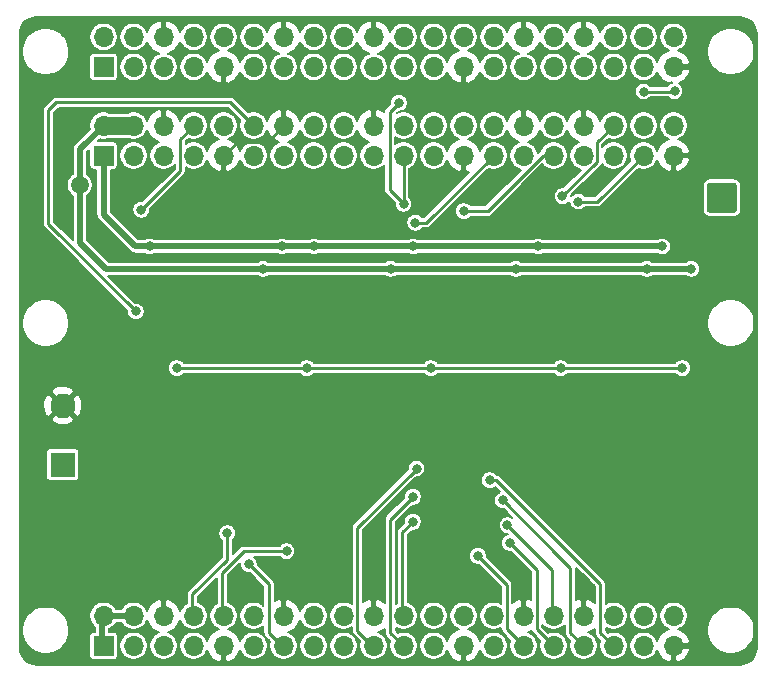
<source format=gbr>
G04 #@! TF.GenerationSoftware,KiCad,Pcbnew,5.1.6*
G04 #@! TF.CreationDate,2020-09-18T18:11:00+02:00*
G04 #@! TF.ProjectId,F010_rpi_logic_level_shifter_hat,46303130-5f72-4706-995f-6c6f6769635f,rev?*
G04 #@! TF.SameCoordinates,PXa52d280PY2b953a0*
G04 #@! TF.FileFunction,Copper,L2,Bot*
G04 #@! TF.FilePolarity,Positive*
%FSLAX46Y46*%
G04 Gerber Fmt 4.6, Leading zero omitted, Abs format (unit mm)*
G04 Created by KiCad (PCBNEW 5.1.6) date 2020-09-18 18:11:00*
%MOMM*%
%LPD*%
G01*
G04 APERTURE LIST*
G04 #@! TA.AperFunction,ComponentPad*
%ADD10O,1.700000X1.700000*%
G04 #@! TD*
G04 #@! TA.AperFunction,ComponentPad*
%ADD11R,1.700000X1.700000*%
G04 #@! TD*
G04 #@! TA.AperFunction,ComponentPad*
%ADD12C,2.100000*%
G04 #@! TD*
G04 #@! TA.AperFunction,ComponentPad*
%ADD13R,2.100000X2.100000*%
G04 #@! TD*
G04 #@! TA.AperFunction,ViaPad*
%ADD14C,0.800000*%
G04 #@! TD*
G04 #@! TA.AperFunction,ViaPad*
%ADD15C,1.500000*%
G04 #@! TD*
G04 #@! TA.AperFunction,Conductor*
%ADD16C,0.250000*%
G04 #@! TD*
G04 #@! TA.AperFunction,Conductor*
%ADD17C,0.500000*%
G04 #@! TD*
G04 #@! TA.AperFunction,Conductor*
%ADD18C,1.500000*%
G04 #@! TD*
G04 #@! TA.AperFunction,Conductor*
%ADD19C,0.200000*%
G04 #@! TD*
G04 APERTURE END LIST*
G04 #@! TO.P,J2,1*
G04 #@! TO.N,Net-(D1-Pad2)*
G04 #@! TA.AperFunction,ComponentPad*
G36*
G01*
X-2125000Y-13895001D02*
X-2125000Y-11844999D01*
G75*
G02*
X-1875001Y-11595000I249999J0D01*
G01*
X175001Y-11595000D01*
G75*
G02*
X425000Y-11844999I0J-249999D01*
G01*
X425000Y-13895001D01*
G75*
G02*
X175001Y-14145000I-249999J0D01*
G01*
X-1875001Y-14145000D01*
G75*
G02*
X-2125000Y-13895001I0J249999D01*
G01*
G37*
G04 #@! TD.AperFunction*
G04 #@! TD*
D10*
G04 #@! TO.P,J4,40*
G04 #@! TO.N,rpi_40*
X-4940000Y-6760000D03*
G04 #@! TO.P,J4,39*
G04 #@! TO.N,GND*
X-4940000Y-9300000D03*
G04 #@! TO.P,J4,38*
G04 #@! TO.N,rpi_38*
X-7480000Y-6760000D03*
G04 #@! TO.P,J4,37*
G04 #@! TO.N,rpi_37*
X-7480000Y-9300000D03*
G04 #@! TO.P,J4,36*
G04 #@! TO.N,rpi_36*
X-10020000Y-6760000D03*
G04 #@! TO.P,J4,35*
G04 #@! TO.N,rpi_35*
X-10020000Y-9300000D03*
G04 #@! TO.P,J4,34*
G04 #@! TO.N,GND*
X-12560000Y-6760000D03*
G04 #@! TO.P,J4,33*
G04 #@! TO.N,rpi_33*
X-12560000Y-9300000D03*
G04 #@! TO.P,J4,32*
G04 #@! TO.N,rpi_32*
X-15100000Y-6760000D03*
G04 #@! TO.P,J4,31*
G04 #@! TO.N,rpi_31*
X-15100000Y-9300000D03*
G04 #@! TO.P,J4,30*
G04 #@! TO.N,GND*
X-17640000Y-6760000D03*
G04 #@! TO.P,J4,29*
G04 #@! TO.N,rpi_29*
X-17640000Y-9300000D03*
G04 #@! TO.P,J4,28*
G04 #@! TO.N,rpi_28*
X-20180000Y-6760000D03*
G04 #@! TO.P,J4,27*
G04 #@! TO.N,rpi_27*
X-20180000Y-9300000D03*
G04 #@! TO.P,J4,26*
G04 #@! TO.N,rpi_26*
X-22720000Y-6760000D03*
G04 #@! TO.P,J4,25*
G04 #@! TO.N,GND*
X-22720000Y-9300000D03*
G04 #@! TO.P,J4,24*
G04 #@! TO.N,rpi_24*
X-25260000Y-6760000D03*
G04 #@! TO.P,J4,23*
G04 #@! TO.N,rpi_23*
X-25260000Y-9300000D03*
G04 #@! TO.P,J4,22*
G04 #@! TO.N,rpi_22*
X-27800000Y-6760000D03*
G04 #@! TO.P,J4,21*
G04 #@! TO.N,rpi_21*
X-27800000Y-9300000D03*
G04 #@! TO.P,J4,20*
G04 #@! TO.N,GND*
X-30340000Y-6760000D03*
G04 #@! TO.P,J4,19*
G04 #@! TO.N,rpi_19*
X-30340000Y-9300000D03*
G04 #@! TO.P,J4,18*
G04 #@! TO.N,rpi_18*
X-32880000Y-6760000D03*
G04 #@! TO.P,J4,17*
G04 #@! TO.N,+3V3*
X-32880000Y-9300000D03*
G04 #@! TO.P,J4,16*
G04 #@! TO.N,rpi_16*
X-35420000Y-6760000D03*
G04 #@! TO.P,J4,15*
G04 #@! TO.N,rpi_15*
X-35420000Y-9300000D03*
G04 #@! TO.P,J4,14*
G04 #@! TO.N,GND*
X-37960000Y-6760000D03*
G04 #@! TO.P,J4,13*
G04 #@! TO.N,rpi_13*
X-37960000Y-9300000D03*
G04 #@! TO.P,J4,12*
G04 #@! TO.N,rpi_12*
X-40500000Y-6760000D03*
G04 #@! TO.P,J4,11*
G04 #@! TO.N,rpi_11*
X-40500000Y-9300000D03*
G04 #@! TO.P,J4,10*
G04 #@! TO.N,rpi_10*
X-43040000Y-6760000D03*
G04 #@! TO.P,J4,9*
G04 #@! TO.N,GND*
X-43040000Y-9300000D03*
G04 #@! TO.P,J4,8*
G04 #@! TO.N,rpi_8*
X-45580000Y-6760000D03*
G04 #@! TO.P,J4,7*
G04 #@! TO.N,rpi_7*
X-45580000Y-9300000D03*
G04 #@! TO.P,J4,6*
G04 #@! TO.N,GND*
X-48120000Y-6760000D03*
G04 #@! TO.P,J4,5*
G04 #@! TO.N,rpi_5*
X-48120000Y-9300000D03*
G04 #@! TO.P,J4,4*
G04 #@! TO.N,+5V*
X-50660000Y-6760000D03*
G04 #@! TO.P,J4,3*
G04 #@! TO.N,rpi_3*
X-50660000Y-9300000D03*
G04 #@! TO.P,J4,2*
G04 #@! TO.N,+5V*
X-53200000Y-6760000D03*
D11*
G04 #@! TO.P,J4,1*
G04 #@! TO.N,+3V3*
X-53200000Y-9300000D03*
G04 #@! TD*
D10*
G04 #@! TO.P,J5,40*
G04 #@! TO.N,rpi5_40*
X-4940000Y-48270000D03*
G04 #@! TO.P,J5,39*
G04 #@! TO.N,GND*
X-4940000Y-50810000D03*
G04 #@! TO.P,J5,38*
G04 #@! TO.N,rpi5_38*
X-7480000Y-48270000D03*
G04 #@! TO.P,J5,37*
G04 #@! TO.N,rpi5_37*
X-7480000Y-50810000D03*
G04 #@! TO.P,J5,36*
G04 #@! TO.N,rpi5_36*
X-10020000Y-48270000D03*
G04 #@! TO.P,J5,35*
G04 #@! TO.N,rpi5_35*
X-10020000Y-50810000D03*
G04 #@! TO.P,J5,34*
G04 #@! TO.N,GND*
X-12560000Y-48270000D03*
G04 #@! TO.P,J5,33*
G04 #@! TO.N,rpi5_33*
X-12560000Y-50810000D03*
G04 #@! TO.P,J5,32*
G04 #@! TO.N,rpi5_32*
X-15100000Y-48270000D03*
G04 #@! TO.P,J5,31*
G04 #@! TO.N,rpi5_31*
X-15100000Y-50810000D03*
G04 #@! TO.P,J5,30*
G04 #@! TO.N,GND*
X-17640000Y-48270000D03*
G04 #@! TO.P,J5,29*
G04 #@! TO.N,rpi5_29*
X-17640000Y-50810000D03*
G04 #@! TO.P,J5,28*
G04 #@! TO.N,rpi5_28*
X-20180000Y-48270000D03*
G04 #@! TO.P,J5,27*
G04 #@! TO.N,rpi5_27*
X-20180000Y-50810000D03*
G04 #@! TO.P,J5,26*
G04 #@! TO.N,rpi5_26*
X-22720000Y-48270000D03*
G04 #@! TO.P,J5,25*
G04 #@! TO.N,GND*
X-22720000Y-50810000D03*
G04 #@! TO.P,J5,24*
G04 #@! TO.N,rpi5_24*
X-25260000Y-48270000D03*
G04 #@! TO.P,J5,23*
G04 #@! TO.N,rpi5_23*
X-25260000Y-50810000D03*
G04 #@! TO.P,J5,22*
G04 #@! TO.N,rpi5_22*
X-27800000Y-48270000D03*
G04 #@! TO.P,J5,21*
G04 #@! TO.N,rpi5_21*
X-27800000Y-50810000D03*
G04 #@! TO.P,J5,20*
G04 #@! TO.N,GND*
X-30340000Y-48270000D03*
G04 #@! TO.P,J5,19*
G04 #@! TO.N,rpi5_19*
X-30340000Y-50810000D03*
G04 #@! TO.P,J5,18*
G04 #@! TO.N,rpi5_18*
X-32880000Y-48270000D03*
G04 #@! TO.P,J5,17*
G04 #@! TO.N,+5V*
X-32880000Y-50810000D03*
G04 #@! TO.P,J5,16*
G04 #@! TO.N,rpi5_16*
X-35420000Y-48270000D03*
G04 #@! TO.P,J5,15*
G04 #@! TO.N,rpi5_15*
X-35420000Y-50810000D03*
G04 #@! TO.P,J5,14*
G04 #@! TO.N,GND*
X-37960000Y-48270000D03*
G04 #@! TO.P,J5,13*
G04 #@! TO.N,rpi5_13*
X-37960000Y-50810000D03*
G04 #@! TO.P,J5,12*
G04 #@! TO.N,rpi5_12*
X-40500000Y-48270000D03*
G04 #@! TO.P,J5,11*
G04 #@! TO.N,rpi5_11*
X-40500000Y-50810000D03*
G04 #@! TO.P,J5,10*
G04 #@! TO.N,rpi5_10*
X-43040000Y-48270000D03*
G04 #@! TO.P,J5,9*
G04 #@! TO.N,GND*
X-43040000Y-50810000D03*
G04 #@! TO.P,J5,8*
G04 #@! TO.N,rpi5_8*
X-45580000Y-48270000D03*
G04 #@! TO.P,J5,7*
G04 #@! TO.N,rpi5_7*
X-45580000Y-50810000D03*
G04 #@! TO.P,J5,6*
G04 #@! TO.N,GND*
X-48120000Y-48270000D03*
G04 #@! TO.P,J5,5*
G04 #@! TO.N,rpi5_5*
X-48120000Y-50810000D03*
G04 #@! TO.P,J5,4*
G04 #@! TO.N,+5V*
X-50660000Y-48270000D03*
G04 #@! TO.P,J5,3*
G04 #@! TO.N,rpi5_3*
X-50660000Y-50810000D03*
G04 #@! TO.P,J5,2*
G04 #@! TO.N,+5V*
X-53200000Y-48270000D03*
D11*
G04 #@! TO.P,J5,1*
X-53200000Y-50810000D03*
G04 #@! TD*
D10*
G04 #@! TO.P,J1,40*
G04 #@! TO.N,rpi_40*
X-4940000Y740000D03*
G04 #@! TO.P,J1,39*
G04 #@! TO.N,GND*
X-4940000Y-1800000D03*
G04 #@! TO.P,J1,38*
G04 #@! TO.N,rpi_38*
X-7480000Y740000D03*
G04 #@! TO.P,J1,37*
G04 #@! TO.N,rpi_37*
X-7480000Y-1800000D03*
G04 #@! TO.P,J1,36*
G04 #@! TO.N,rpi_36*
X-10020000Y740000D03*
G04 #@! TO.P,J1,35*
G04 #@! TO.N,rpi_35*
X-10020000Y-1800000D03*
G04 #@! TO.P,J1,34*
G04 #@! TO.N,GND*
X-12560000Y740000D03*
G04 #@! TO.P,J1,33*
G04 #@! TO.N,rpi_33*
X-12560000Y-1800000D03*
G04 #@! TO.P,J1,32*
G04 #@! TO.N,rpi_32*
X-15100000Y740000D03*
G04 #@! TO.P,J1,31*
G04 #@! TO.N,rpi_31*
X-15100000Y-1800000D03*
G04 #@! TO.P,J1,30*
G04 #@! TO.N,GND*
X-17640000Y740000D03*
G04 #@! TO.P,J1,29*
G04 #@! TO.N,rpi_29*
X-17640000Y-1800000D03*
G04 #@! TO.P,J1,28*
G04 #@! TO.N,rpi_28*
X-20180000Y740000D03*
G04 #@! TO.P,J1,27*
G04 #@! TO.N,rpi_27*
X-20180000Y-1800000D03*
G04 #@! TO.P,J1,26*
G04 #@! TO.N,rpi_26*
X-22720000Y740000D03*
G04 #@! TO.P,J1,25*
G04 #@! TO.N,GND*
X-22720000Y-1800000D03*
G04 #@! TO.P,J1,24*
G04 #@! TO.N,rpi_24*
X-25260000Y740000D03*
G04 #@! TO.P,J1,23*
G04 #@! TO.N,rpi_23*
X-25260000Y-1800000D03*
G04 #@! TO.P,J1,22*
G04 #@! TO.N,rpi_22*
X-27800000Y740000D03*
G04 #@! TO.P,J1,21*
G04 #@! TO.N,rpi_21*
X-27800000Y-1800000D03*
G04 #@! TO.P,J1,20*
G04 #@! TO.N,GND*
X-30340000Y740000D03*
G04 #@! TO.P,J1,19*
G04 #@! TO.N,rpi_19*
X-30340000Y-1800000D03*
G04 #@! TO.P,J1,18*
G04 #@! TO.N,rpi_18*
X-32880000Y740000D03*
G04 #@! TO.P,J1,17*
G04 #@! TO.N,+3V3*
X-32880000Y-1800000D03*
G04 #@! TO.P,J1,16*
G04 #@! TO.N,rpi_16*
X-35420000Y740000D03*
G04 #@! TO.P,J1,15*
G04 #@! TO.N,rpi_15*
X-35420000Y-1800000D03*
G04 #@! TO.P,J1,14*
G04 #@! TO.N,GND*
X-37960000Y740000D03*
G04 #@! TO.P,J1,13*
G04 #@! TO.N,rpi_13*
X-37960000Y-1800000D03*
G04 #@! TO.P,J1,12*
G04 #@! TO.N,rpi_12*
X-40500000Y740000D03*
G04 #@! TO.P,J1,11*
G04 #@! TO.N,rpi_11*
X-40500000Y-1800000D03*
G04 #@! TO.P,J1,10*
G04 #@! TO.N,rpi_10*
X-43040000Y740000D03*
G04 #@! TO.P,J1,9*
G04 #@! TO.N,GND*
X-43040000Y-1800000D03*
G04 #@! TO.P,J1,8*
G04 #@! TO.N,rpi_8*
X-45580000Y740000D03*
G04 #@! TO.P,J1,7*
G04 #@! TO.N,rpi_7*
X-45580000Y-1800000D03*
G04 #@! TO.P,J1,6*
G04 #@! TO.N,GND*
X-48120000Y740000D03*
G04 #@! TO.P,J1,5*
G04 #@! TO.N,rpi_5*
X-48120000Y-1800000D03*
G04 #@! TO.P,J1,4*
G04 #@! TO.N,+5V*
X-50660000Y740000D03*
G04 #@! TO.P,J1,3*
G04 #@! TO.N,rpi_3*
X-50660000Y-1800000D03*
G04 #@! TO.P,J1,2*
G04 #@! TO.N,+5V*
X-53200000Y740000D03*
D11*
G04 #@! TO.P,J1,1*
G04 #@! TO.N,+3V3*
X-53200000Y-1800000D03*
G04 #@! TD*
D12*
G04 #@! TO.P,J3,2*
G04 #@! TO.N,GND*
X-56660000Y-30470000D03*
D13*
G04 #@! TO.P,J3,1*
G04 #@! TO.N,+5V*
X-56660000Y-35470000D03*
G04 #@! TD*
D14*
G04 #@! TO.N,GND*
X-10900000Y-24750000D03*
X-20500000Y-28950000D03*
X-41450000Y-28750000D03*
X-31200000Y-28650000D03*
X-26700000Y-31410000D03*
X-37640000Y-35880000D03*
X-45790000Y-35880000D03*
X-39590000Y-13060000D03*
X-29230000Y-14610000D03*
X-200000Y-27300000D03*
X-1200000Y-19300000D03*
X-4200000Y-35300000D03*
G04 #@! TO.N,rpi_37*
X-13000000Y-13200000D03*
X-4850000Y-3850000D03*
X-7480000Y-3880000D03*
G04 #@! TO.N,rpi_36*
X-14347499Y-12752501D03*
G04 #@! TO.N,rpi_31*
X-22700000Y-14000000D03*
G04 #@! TO.N,rpi_27*
X-26800000Y-15000000D03*
G04 #@! TO.N,rpi_21*
X-28200000Y-4850000D03*
X-27800000Y-13400000D03*
G04 #@! TO.N,+3V3*
X-49300000Y-17000000D03*
X-38100000Y-17000000D03*
X-27000000Y-17000000D03*
X-16400000Y-17000000D03*
X-5900000Y-17000000D03*
X-35400000Y-17000000D03*
G04 #@! TO.N,rpi_12*
X-50475000Y-22500000D03*
G04 #@! TO.N,rpi_8*
X-50000000Y-13900000D03*
D15*
G04 #@! TO.N,+5V*
X-55225000Y-11800000D03*
D14*
X-7200000Y-18900000D03*
X-18300000Y-18900000D03*
X-28900000Y-18900000D03*
X-39700000Y-18900000D03*
X-3450000Y-18900000D03*
G04 #@! TO.N,rpi5_35*
X-20500000Y-36800000D03*
G04 #@! TO.N,rpi5_33*
X-19400000Y-38500000D03*
G04 #@! TO.N,rpi5_32*
X-19000000Y-40600000D03*
G04 #@! TO.N,rpi5_31*
X-18800000Y-42100000D03*
G04 #@! TO.N,rpi5_29*
X-21500000Y-43200000D03*
G04 #@! TO.N,rpi5_22*
X-27000000Y-40300000D03*
G04 #@! TO.N,rpi5_21*
X-27000000Y-38200000D03*
G04 #@! TO.N,rpi5_19*
X-26700000Y-35800000D03*
G04 #@! TO.N,rpi5_13*
X-40900000Y-43900000D03*
G04 #@! TO.N,rpi5_10*
X-37700000Y-42800000D03*
G04 #@! TO.N,rpi5_8*
X-42724919Y-41275081D03*
G04 #@! TO.N,EN*
X-25500000Y-27300000D03*
X-14500000Y-27300000D03*
X-47000000Y-27300000D03*
X-36000000Y-27300000D03*
X-4200000Y-27300000D03*
G04 #@! TD*
D16*
G04 #@! TO.N,GND*
X-39324999Y-8124999D02*
X-37960000Y-6760000D01*
X-41864999Y-8124999D02*
X-39324999Y-8124999D01*
X-43040000Y-9300000D02*
X-41864999Y-8124999D01*
G04 #@! TO.N,rpi_37*
X-11380000Y-13200000D02*
X-7480000Y-9300000D01*
X-13000000Y-13200000D02*
X-11380000Y-13200000D01*
X-4880000Y-3880000D02*
X-4850000Y-3850000D01*
X-7480000Y-3880000D02*
X-4880000Y-3880000D01*
G04 #@! TO.N,rpi_36*
X-11434999Y-9840001D02*
X-14347499Y-12752501D01*
X-11434999Y-8174999D02*
X-11434999Y-9840001D01*
X-10020000Y-6760000D02*
X-11434999Y-8174999D01*
X-14347499Y-12752501D02*
X-14394998Y-12800000D01*
G04 #@! TO.N,rpi_31*
X-15974998Y-9300000D02*
X-15100000Y-9300000D01*
X-20674998Y-14000000D02*
X-15974998Y-9300000D01*
X-22700000Y-14000000D02*
X-20674998Y-14000000D01*
G04 #@! TO.N,rpi_27*
X-25880000Y-15000000D02*
X-20180000Y-9300000D01*
X-26800000Y-15000000D02*
X-25880000Y-15000000D01*
G04 #@! TO.N,rpi_21*
X-28975001Y-12224999D02*
X-27800000Y-13400000D01*
X-28975001Y-5625001D02*
X-28975001Y-12224999D01*
X-28200000Y-4850000D02*
X-28975001Y-5625001D01*
X-27800000Y-9300000D02*
X-27800000Y-13400000D01*
D17*
G04 #@! TO.N,+3V3*
X-53200000Y-9300000D02*
X-53200000Y-14300000D01*
X-53200000Y-14300000D02*
X-50500000Y-17000000D01*
X-50500000Y-17000000D02*
X-49300000Y-17000000D01*
X-49300000Y-17000000D02*
X-38100000Y-17000000D01*
X-38100000Y-17000000D02*
X-35400000Y-17000000D01*
X-16400000Y-17000000D02*
X-5900000Y-17000000D01*
X-35400000Y-17000000D02*
X-16400000Y-17000000D01*
D16*
G04 #@! TO.N,rpi_12*
X-42460000Y-4800000D02*
X-40500000Y-6760000D01*
X-57200000Y-4800000D02*
X-42460000Y-4800000D01*
X-57875011Y-5475011D02*
X-57200000Y-4800000D01*
X-57875011Y-15099989D02*
X-57875011Y-5475011D01*
X-50475000Y-22500000D02*
X-57875011Y-15099989D01*
G04 #@! TO.N,rpi_8*
X-46705001Y-7885001D02*
X-45580000Y-6760000D01*
X-46705001Y-10605001D02*
X-46705001Y-7885001D01*
X-50000000Y-13900000D02*
X-46705001Y-10605001D01*
D18*
G04 #@! TO.N,+5V*
X-53200000Y-6760000D02*
X-50660000Y-6760000D01*
D17*
X-53300000Y-48270000D02*
X-50760000Y-48270000D01*
X-53300000Y-48270000D02*
X-53300000Y-50810000D01*
X-55225000Y-8785000D02*
X-53200000Y-6760000D01*
X-55225000Y-11800000D02*
X-55225000Y-8785000D01*
X-55225000Y-11800000D02*
X-55225000Y-14575000D01*
X-55225000Y-16675000D02*
X-55225000Y-11800000D01*
X-55225000Y-16675000D02*
X-53000000Y-18900000D01*
X-53000000Y-18900000D02*
X-39700000Y-18900000D01*
X-18300000Y-18900000D02*
X-7200000Y-18900000D01*
X-39700000Y-18900000D02*
X-18300000Y-18900000D01*
X-7200000Y-18900000D02*
X-3450000Y-18900000D01*
D16*
G04 #@! TO.N,rpi5_35*
X-20500000Y-36800000D02*
X-19934315Y-36800000D01*
X-11145001Y-49684999D02*
X-11145001Y-45589313D01*
X-10020000Y-50810000D02*
X-11145001Y-49684999D01*
X-11145001Y-45589313D02*
X-11952157Y-44782157D01*
X-11952157Y-44782157D02*
X-11534999Y-45199316D01*
X-19934315Y-36800000D02*
X-11952157Y-44782157D01*
G04 #@! TO.N,rpi5_33*
X-13685001Y-44214999D02*
X-14555000Y-43345000D01*
X-13685001Y-49684999D02*
X-13685001Y-44214999D01*
X-12560000Y-50810000D02*
X-13685001Y-49684999D01*
X-14555000Y-43345000D02*
X-14074999Y-43825001D01*
X-19400000Y-38500000D02*
X-14555000Y-43345000D01*
G04 #@! TO.N,rpi5_32*
X-15200000Y-44400000D02*
X-15200000Y-48270000D01*
X-19000000Y-40600000D02*
X-15200000Y-44400000D01*
G04 #@! TO.N,rpi5_31*
X-18800000Y-42100000D02*
X-16614999Y-44285001D01*
X-16514999Y-44385001D02*
X-18800000Y-42100000D01*
X-16514999Y-49395001D02*
X-16514999Y-44385001D01*
X-15100000Y-50810000D02*
X-16514999Y-49395001D01*
G04 #@! TO.N,rpi5_29*
X-19054999Y-45645001D02*
X-21500000Y-43200000D01*
X-19054999Y-49395001D02*
X-19054999Y-45645001D01*
X-17640000Y-50810000D02*
X-19054999Y-49395001D01*
G04 #@! TO.N,rpi5_22*
X-27900000Y-41200000D02*
X-27000000Y-40300000D01*
X-27900000Y-48270000D02*
X-27900000Y-41200000D01*
G04 #@! TO.N,rpi5_21*
X-28925001Y-49684999D02*
X-28925001Y-40125001D01*
X-28925001Y-40125001D02*
X-27000000Y-38200000D01*
X-27800000Y-50810000D02*
X-28925001Y-49684999D01*
G04 #@! TO.N,rpi5_19*
X-31565001Y-49684999D02*
X-30440000Y-50810000D01*
X-31700000Y-49550000D02*
X-30440000Y-50810000D01*
X-31700000Y-40800000D02*
X-31700000Y-49550000D01*
X-26700000Y-35800000D02*
X-31700000Y-40800000D01*
G04 #@! TO.N,rpi5_13*
X-39185001Y-49684999D02*
X-38060000Y-50810000D01*
X-39185001Y-45614999D02*
X-39185001Y-49684999D01*
X-40900000Y-43900000D02*
X-39185001Y-45614999D01*
G04 #@! TO.N,rpi5_10*
X-43140000Y-44640000D02*
X-43140000Y-48270000D01*
X-41300000Y-42800000D02*
X-43140000Y-44640000D01*
X-37700000Y-42800000D02*
X-41300000Y-42800000D01*
G04 #@! TO.N,rpi5_8*
X-42724919Y-43504919D02*
X-45680000Y-46460000D01*
X-42724919Y-41275081D02*
X-42724919Y-43504919D01*
X-45680000Y-46460000D02*
X-45680000Y-48270000D01*
G04 #@! TO.N,EN*
X-14500000Y-27300000D02*
X-25500000Y-27300000D01*
X-25500000Y-27300000D02*
X-36000000Y-27300000D01*
X-36000000Y-27300000D02*
X-47000000Y-27300000D01*
X-14500000Y-27300000D02*
X-4200000Y-27300000D01*
G04 #@! TD*
D19*
G04 #@! TO.N,GND*
G36*
X971366Y2370515D02*
G01*
X1232403Y2291704D01*
X1473154Y2163694D01*
X1684461Y1991356D01*
X1858268Y1781261D01*
X1987955Y1541409D01*
X2068586Y1280931D01*
X2100000Y982053D01*
X2100001Y-50970649D01*
X2070515Y-51271367D01*
X1991703Y-51532405D01*
X1863694Y-51773153D01*
X1691354Y-51984463D01*
X1481261Y-52158268D01*
X1241409Y-52287955D01*
X980930Y-52368586D01*
X682053Y-52400000D01*
X-58870659Y-52400000D01*
X-59171367Y-52370515D01*
X-59432405Y-52291703D01*
X-59673153Y-52163694D01*
X-59884463Y-51991354D01*
X-60058268Y-51781261D01*
X-60187955Y-51541409D01*
X-60268586Y-51280930D01*
X-60300000Y-50982053D01*
X-60300000Y-49302005D01*
X-60110273Y-49302005D01*
X-60110273Y-49697995D01*
X-60033019Y-50086375D01*
X-59881481Y-50452221D01*
X-59661481Y-50781474D01*
X-59381474Y-51061481D01*
X-59052221Y-51281481D01*
X-58686375Y-51433019D01*
X-58297995Y-51510273D01*
X-57902005Y-51510273D01*
X-57513625Y-51433019D01*
X-57147779Y-51281481D01*
X-56818526Y-51061481D01*
X-56538519Y-50781474D01*
X-56318519Y-50452221D01*
X-56166981Y-50086375D01*
X-56141844Y-49960000D01*
X-54401693Y-49960000D01*
X-54401693Y-51660000D01*
X-54394935Y-51728612D01*
X-54374922Y-51794587D01*
X-54342422Y-51855390D01*
X-54298685Y-51908685D01*
X-54245390Y-51952422D01*
X-54184587Y-51984922D01*
X-54118612Y-52004935D01*
X-54050000Y-52011693D01*
X-52350000Y-52011693D01*
X-52281388Y-52004935D01*
X-52215413Y-51984922D01*
X-52154610Y-51952422D01*
X-52101315Y-51908685D01*
X-52057578Y-51855390D01*
X-52025078Y-51794587D01*
X-52005065Y-51728612D01*
X-51998307Y-51660000D01*
X-51998307Y-50691810D01*
X-51860000Y-50691810D01*
X-51860000Y-50928190D01*
X-51813884Y-51160027D01*
X-51723426Y-51378413D01*
X-51592101Y-51574955D01*
X-51424955Y-51742101D01*
X-51228413Y-51873426D01*
X-51010027Y-51963884D01*
X-50778190Y-52010000D01*
X-50541810Y-52010000D01*
X-50309973Y-51963884D01*
X-50091587Y-51873426D01*
X-49895045Y-51742101D01*
X-49727899Y-51574955D01*
X-49596574Y-51378413D01*
X-49506116Y-51160027D01*
X-49460000Y-50928190D01*
X-49460000Y-50691810D01*
X-49506116Y-50459973D01*
X-49596574Y-50241587D01*
X-49727899Y-50045045D01*
X-49895045Y-49877899D01*
X-50091587Y-49746574D01*
X-50309973Y-49656116D01*
X-50541810Y-49610000D01*
X-50778190Y-49610000D01*
X-51010027Y-49656116D01*
X-51228413Y-49746574D01*
X-51424955Y-49877899D01*
X-51592101Y-50045045D01*
X-51723426Y-50241587D01*
X-51813884Y-50459973D01*
X-51860000Y-50691810D01*
X-51998307Y-50691810D01*
X-51998307Y-49960000D01*
X-52005065Y-49891388D01*
X-52025078Y-49825413D01*
X-52057578Y-49764610D01*
X-52101315Y-49711315D01*
X-52154610Y-49667578D01*
X-52215413Y-49635078D01*
X-52281388Y-49615065D01*
X-52350000Y-49608307D01*
X-52700000Y-49608307D01*
X-52700000Y-49361763D01*
X-52631587Y-49333426D01*
X-52435045Y-49202101D01*
X-52267899Y-49034955D01*
X-52157680Y-48870000D01*
X-51702320Y-48870000D01*
X-51592101Y-49034955D01*
X-51424955Y-49202101D01*
X-51228413Y-49333426D01*
X-51010027Y-49423884D01*
X-50778190Y-49470000D01*
X-50541810Y-49470000D01*
X-50309973Y-49423884D01*
X-50091587Y-49333426D01*
X-49895045Y-49202101D01*
X-49727899Y-49034955D01*
X-49596574Y-48838413D01*
X-49523222Y-48661324D01*
X-49426935Y-48916300D01*
X-49275736Y-49158852D01*
X-49080122Y-49367246D01*
X-48847611Y-49533473D01*
X-48587139Y-49651146D01*
X-48512601Y-49673751D01*
X-48688413Y-49746574D01*
X-48884955Y-49877899D01*
X-49052101Y-50045045D01*
X-49183426Y-50241587D01*
X-49273884Y-50459973D01*
X-49320000Y-50691810D01*
X-49320000Y-50928190D01*
X-49273884Y-51160027D01*
X-49183426Y-51378413D01*
X-49052101Y-51574955D01*
X-48884955Y-51742101D01*
X-48688413Y-51873426D01*
X-48470027Y-51963884D01*
X-48238190Y-52010000D01*
X-48001810Y-52010000D01*
X-47769973Y-51963884D01*
X-47551587Y-51873426D01*
X-47355045Y-51742101D01*
X-47187899Y-51574955D01*
X-47056574Y-51378413D01*
X-46966116Y-51160027D01*
X-46920000Y-50928190D01*
X-46920000Y-50691810D01*
X-46966116Y-50459973D01*
X-47056574Y-50241587D01*
X-47187899Y-50045045D01*
X-47355045Y-49877899D01*
X-47551587Y-49746574D01*
X-47727399Y-49673751D01*
X-47652861Y-49651146D01*
X-47392389Y-49533473D01*
X-47159878Y-49367246D01*
X-46964264Y-49158852D01*
X-46813065Y-48916300D01*
X-46716778Y-48661324D01*
X-46643426Y-48838413D01*
X-46512101Y-49034955D01*
X-46344955Y-49202101D01*
X-46148413Y-49333426D01*
X-45930027Y-49423884D01*
X-45698190Y-49470000D01*
X-45461810Y-49470000D01*
X-45229973Y-49423884D01*
X-45011587Y-49333426D01*
X-44815045Y-49202101D01*
X-44647899Y-49034955D01*
X-44516574Y-48838413D01*
X-44426116Y-48620027D01*
X-44380000Y-48388190D01*
X-44380000Y-48151810D01*
X-44426116Y-47919973D01*
X-44516574Y-47701587D01*
X-44647899Y-47505045D01*
X-44815045Y-47337899D01*
X-45011587Y-47206574D01*
X-45205000Y-47126460D01*
X-45205000Y-46656750D01*
X-43615000Y-45066751D01*
X-43614999Y-47210975D01*
X-43804955Y-47337899D01*
X-43972101Y-47505045D01*
X-44103426Y-47701587D01*
X-44193884Y-47919973D01*
X-44240000Y-48151810D01*
X-44240000Y-48388190D01*
X-44193884Y-48620027D01*
X-44103426Y-48838413D01*
X-43972101Y-49034955D01*
X-43804955Y-49202101D01*
X-43608413Y-49333426D01*
X-43432601Y-49406249D01*
X-43507139Y-49428854D01*
X-43767611Y-49546527D01*
X-44000122Y-49712754D01*
X-44195736Y-49921148D01*
X-44346935Y-50163700D01*
X-44443222Y-50418676D01*
X-44516574Y-50241587D01*
X-44647899Y-50045045D01*
X-44815045Y-49877899D01*
X-45011587Y-49746574D01*
X-45229973Y-49656116D01*
X-45461810Y-49610000D01*
X-45698190Y-49610000D01*
X-45930027Y-49656116D01*
X-46148413Y-49746574D01*
X-46344955Y-49877899D01*
X-46512101Y-50045045D01*
X-46643426Y-50241587D01*
X-46733884Y-50459973D01*
X-46780000Y-50691810D01*
X-46780000Y-50928190D01*
X-46733884Y-51160027D01*
X-46643426Y-51378413D01*
X-46512101Y-51574955D01*
X-46344955Y-51742101D01*
X-46148413Y-51873426D01*
X-45930027Y-51963884D01*
X-45698190Y-52010000D01*
X-45461810Y-52010000D01*
X-45229973Y-51963884D01*
X-45011587Y-51873426D01*
X-44815045Y-51742101D01*
X-44647899Y-51574955D01*
X-44516574Y-51378413D01*
X-44443222Y-51201324D01*
X-44346935Y-51456300D01*
X-44195736Y-51698852D01*
X-44000122Y-51907246D01*
X-43767611Y-52073473D01*
X-43507139Y-52191146D01*
X-43418910Y-52217903D01*
X-43194000Y-52106889D01*
X-43194000Y-50964000D01*
X-43214000Y-50964000D01*
X-43214000Y-50656000D01*
X-43194000Y-50656000D01*
X-43194000Y-50636000D01*
X-42886000Y-50636000D01*
X-42886000Y-50656000D01*
X-42866000Y-50656000D01*
X-42866000Y-50964000D01*
X-42886000Y-50964000D01*
X-42886000Y-52106889D01*
X-42661090Y-52217903D01*
X-42572861Y-52191146D01*
X-42312389Y-52073473D01*
X-42079878Y-51907246D01*
X-41884264Y-51698852D01*
X-41733065Y-51456300D01*
X-41636778Y-51201324D01*
X-41563426Y-51378413D01*
X-41432101Y-51574955D01*
X-41264955Y-51742101D01*
X-41068413Y-51873426D01*
X-40850027Y-51963884D01*
X-40618190Y-52010000D01*
X-40381810Y-52010000D01*
X-40149973Y-51963884D01*
X-39931587Y-51873426D01*
X-39735045Y-51742101D01*
X-39567899Y-51574955D01*
X-39436574Y-51378413D01*
X-39346116Y-51160027D01*
X-39300000Y-50928190D01*
X-39300000Y-50691810D01*
X-39346116Y-50459973D01*
X-39436574Y-50241587D01*
X-39567899Y-50045045D01*
X-39735045Y-49877899D01*
X-39931587Y-49746574D01*
X-40149973Y-49656116D01*
X-40381810Y-49610000D01*
X-40618190Y-49610000D01*
X-40850027Y-49656116D01*
X-41068413Y-49746574D01*
X-41264955Y-49877899D01*
X-41432101Y-50045045D01*
X-41563426Y-50241587D01*
X-41636778Y-50418676D01*
X-41733065Y-50163700D01*
X-41884264Y-49921148D01*
X-42079878Y-49712754D01*
X-42312389Y-49546527D01*
X-42572861Y-49428854D01*
X-42647399Y-49406249D01*
X-42471587Y-49333426D01*
X-42275045Y-49202101D01*
X-42107899Y-49034955D01*
X-41976574Y-48838413D01*
X-41886116Y-48620027D01*
X-41840000Y-48388190D01*
X-41840000Y-48151810D01*
X-41886116Y-47919973D01*
X-41976574Y-47701587D01*
X-42107899Y-47505045D01*
X-42275045Y-47337899D01*
X-42471587Y-47206574D01*
X-42665000Y-47126460D01*
X-42665000Y-44836750D01*
X-41648912Y-43820663D01*
X-41650000Y-43826131D01*
X-41650000Y-43973869D01*
X-41621178Y-44118767D01*
X-41564641Y-44255258D01*
X-41482563Y-44378097D01*
X-41378097Y-44482563D01*
X-41255258Y-44564641D01*
X-41118767Y-44621178D01*
X-40973869Y-44650000D01*
X-40826131Y-44650000D01*
X-40822477Y-44649273D01*
X-39660001Y-45811751D01*
X-39660001Y-47412943D01*
X-39735045Y-47337899D01*
X-39931587Y-47206574D01*
X-40149973Y-47116116D01*
X-40381810Y-47070000D01*
X-40618190Y-47070000D01*
X-40850027Y-47116116D01*
X-41068413Y-47206574D01*
X-41264955Y-47337899D01*
X-41432101Y-47505045D01*
X-41563426Y-47701587D01*
X-41653884Y-47919973D01*
X-41700000Y-48151810D01*
X-41700000Y-48388190D01*
X-41653884Y-48620027D01*
X-41563426Y-48838413D01*
X-41432101Y-49034955D01*
X-41264955Y-49202101D01*
X-41068413Y-49333426D01*
X-40850027Y-49423884D01*
X-40618190Y-49470000D01*
X-40381810Y-49470000D01*
X-40149973Y-49423884D01*
X-39931587Y-49333426D01*
X-39735045Y-49202101D01*
X-39660000Y-49127056D01*
X-39660000Y-49661657D01*
X-39662299Y-49684999D01*
X-39653128Y-49778115D01*
X-39635578Y-49835967D01*
X-39625966Y-49867653D01*
X-39581859Y-49950172D01*
X-39522501Y-50022500D01*
X-39504372Y-50037378D01*
X-39104480Y-50437270D01*
X-39113884Y-50459973D01*
X-39160000Y-50691810D01*
X-39160000Y-50928190D01*
X-39113884Y-51160027D01*
X-39023426Y-51378413D01*
X-38892101Y-51574955D01*
X-38724955Y-51742101D01*
X-38528413Y-51873426D01*
X-38310027Y-51963884D01*
X-38078190Y-52010000D01*
X-37841810Y-52010000D01*
X-37609973Y-51963884D01*
X-37391587Y-51873426D01*
X-37195045Y-51742101D01*
X-37027899Y-51574955D01*
X-36896574Y-51378413D01*
X-36806116Y-51160027D01*
X-36760000Y-50928190D01*
X-36760000Y-50691810D01*
X-36620000Y-50691810D01*
X-36620000Y-50928190D01*
X-36573884Y-51160027D01*
X-36483426Y-51378413D01*
X-36352101Y-51574955D01*
X-36184955Y-51742101D01*
X-35988413Y-51873426D01*
X-35770027Y-51963884D01*
X-35538190Y-52010000D01*
X-35301810Y-52010000D01*
X-35069973Y-51963884D01*
X-34851587Y-51873426D01*
X-34655045Y-51742101D01*
X-34487899Y-51574955D01*
X-34356574Y-51378413D01*
X-34266116Y-51160027D01*
X-34220000Y-50928190D01*
X-34220000Y-50691810D01*
X-34080000Y-50691810D01*
X-34080000Y-50928190D01*
X-34033884Y-51160027D01*
X-33943426Y-51378413D01*
X-33812101Y-51574955D01*
X-33644955Y-51742101D01*
X-33448413Y-51873426D01*
X-33230027Y-51963884D01*
X-32998190Y-52010000D01*
X-32761810Y-52010000D01*
X-32529973Y-51963884D01*
X-32311587Y-51873426D01*
X-32115045Y-51742101D01*
X-31947899Y-51574955D01*
X-31816574Y-51378413D01*
X-31726116Y-51160027D01*
X-31680000Y-50928190D01*
X-31680000Y-50691810D01*
X-31726116Y-50459973D01*
X-31816574Y-50241587D01*
X-31947899Y-50045045D01*
X-32115045Y-49877899D01*
X-32311587Y-49746574D01*
X-32529973Y-49656116D01*
X-32761810Y-49610000D01*
X-32998190Y-49610000D01*
X-33230027Y-49656116D01*
X-33448413Y-49746574D01*
X-33644955Y-49877899D01*
X-33812101Y-50045045D01*
X-33943426Y-50241587D01*
X-34033884Y-50459973D01*
X-34080000Y-50691810D01*
X-34220000Y-50691810D01*
X-34266116Y-50459973D01*
X-34356574Y-50241587D01*
X-34487899Y-50045045D01*
X-34655045Y-49877899D01*
X-34851587Y-49746574D01*
X-35069973Y-49656116D01*
X-35301810Y-49610000D01*
X-35538190Y-49610000D01*
X-35770027Y-49656116D01*
X-35988413Y-49746574D01*
X-36184955Y-49877899D01*
X-36352101Y-50045045D01*
X-36483426Y-50241587D01*
X-36573884Y-50459973D01*
X-36620000Y-50691810D01*
X-36760000Y-50691810D01*
X-36806116Y-50459973D01*
X-36896574Y-50241587D01*
X-37027899Y-50045045D01*
X-37195045Y-49877899D01*
X-37391587Y-49746574D01*
X-37567399Y-49673751D01*
X-37492861Y-49651146D01*
X-37232389Y-49533473D01*
X-36999878Y-49367246D01*
X-36804264Y-49158852D01*
X-36653065Y-48916300D01*
X-36556778Y-48661324D01*
X-36483426Y-48838413D01*
X-36352101Y-49034955D01*
X-36184955Y-49202101D01*
X-35988413Y-49333426D01*
X-35770027Y-49423884D01*
X-35538190Y-49470000D01*
X-35301810Y-49470000D01*
X-35069973Y-49423884D01*
X-34851587Y-49333426D01*
X-34655045Y-49202101D01*
X-34487899Y-49034955D01*
X-34356574Y-48838413D01*
X-34266116Y-48620027D01*
X-34220000Y-48388190D01*
X-34220000Y-48151810D01*
X-34080000Y-48151810D01*
X-34080000Y-48388190D01*
X-34033884Y-48620027D01*
X-33943426Y-48838413D01*
X-33812101Y-49034955D01*
X-33644955Y-49202101D01*
X-33448413Y-49333426D01*
X-33230027Y-49423884D01*
X-32998190Y-49470000D01*
X-32761810Y-49470000D01*
X-32529973Y-49423884D01*
X-32311587Y-49333426D01*
X-32174999Y-49242161D01*
X-32174999Y-49526658D01*
X-32177298Y-49550000D01*
X-32168127Y-49643116D01*
X-32147438Y-49711315D01*
X-32140965Y-49732654D01*
X-32096858Y-49815173D01*
X-32037500Y-49887501D01*
X-32019371Y-49902379D01*
X-31484480Y-50437270D01*
X-31493884Y-50459973D01*
X-31540000Y-50691810D01*
X-31540000Y-50928190D01*
X-31493884Y-51160027D01*
X-31403426Y-51378413D01*
X-31272101Y-51574955D01*
X-31104955Y-51742101D01*
X-30908413Y-51873426D01*
X-30690027Y-51963884D01*
X-30458190Y-52010000D01*
X-30221810Y-52010000D01*
X-29989973Y-51963884D01*
X-29771587Y-51873426D01*
X-29575045Y-51742101D01*
X-29407899Y-51574955D01*
X-29276574Y-51378413D01*
X-29186116Y-51160027D01*
X-29140000Y-50928190D01*
X-29140000Y-50691810D01*
X-29186116Y-50459973D01*
X-29276574Y-50241587D01*
X-29407899Y-50045045D01*
X-29575045Y-49877899D01*
X-29771587Y-49746574D01*
X-29947399Y-49673751D01*
X-29872861Y-49651146D01*
X-29612389Y-49533473D01*
X-29400001Y-49381632D01*
X-29400001Y-49661667D01*
X-29402299Y-49684999D01*
X-29400001Y-49708330D01*
X-29393128Y-49778114D01*
X-29365967Y-49867652D01*
X-29321860Y-49950172D01*
X-29262502Y-50022500D01*
X-29244367Y-50037383D01*
X-28915191Y-50366560D01*
X-28953884Y-50459973D01*
X-29000000Y-50691810D01*
X-29000000Y-50928190D01*
X-28953884Y-51160027D01*
X-28863426Y-51378413D01*
X-28732101Y-51574955D01*
X-28564955Y-51742101D01*
X-28368413Y-51873426D01*
X-28150027Y-51963884D01*
X-27918190Y-52010000D01*
X-27681810Y-52010000D01*
X-27449973Y-51963884D01*
X-27231587Y-51873426D01*
X-27035045Y-51742101D01*
X-26867899Y-51574955D01*
X-26736574Y-51378413D01*
X-26646116Y-51160027D01*
X-26600000Y-50928190D01*
X-26600000Y-50691810D01*
X-26460000Y-50691810D01*
X-26460000Y-50928190D01*
X-26413884Y-51160027D01*
X-26323426Y-51378413D01*
X-26192101Y-51574955D01*
X-26024955Y-51742101D01*
X-25828413Y-51873426D01*
X-25610027Y-51963884D01*
X-25378190Y-52010000D01*
X-25141810Y-52010000D01*
X-24909973Y-51963884D01*
X-24691587Y-51873426D01*
X-24495045Y-51742101D01*
X-24327899Y-51574955D01*
X-24196574Y-51378413D01*
X-24123222Y-51201324D01*
X-24026935Y-51456300D01*
X-23875736Y-51698852D01*
X-23680122Y-51907246D01*
X-23447611Y-52073473D01*
X-23187139Y-52191146D01*
X-23098910Y-52217903D01*
X-22874000Y-52106889D01*
X-22874000Y-50964000D01*
X-22894000Y-50964000D01*
X-22894000Y-50656000D01*
X-22874000Y-50656000D01*
X-22874000Y-50636000D01*
X-22566000Y-50636000D01*
X-22566000Y-50656000D01*
X-22546000Y-50656000D01*
X-22546000Y-50964000D01*
X-22566000Y-50964000D01*
X-22566000Y-52106889D01*
X-22341090Y-52217903D01*
X-22252861Y-52191146D01*
X-21992389Y-52073473D01*
X-21759878Y-51907246D01*
X-21564264Y-51698852D01*
X-21413065Y-51456300D01*
X-21316778Y-51201324D01*
X-21243426Y-51378413D01*
X-21112101Y-51574955D01*
X-20944955Y-51742101D01*
X-20748413Y-51873426D01*
X-20530027Y-51963884D01*
X-20298190Y-52010000D01*
X-20061810Y-52010000D01*
X-19829973Y-51963884D01*
X-19611587Y-51873426D01*
X-19415045Y-51742101D01*
X-19247899Y-51574955D01*
X-19116574Y-51378413D01*
X-19026116Y-51160027D01*
X-18980000Y-50928190D01*
X-18980000Y-50691810D01*
X-19026116Y-50459973D01*
X-19116574Y-50241587D01*
X-19247899Y-50045045D01*
X-19415045Y-49877899D01*
X-19611587Y-49746574D01*
X-19829973Y-49656116D01*
X-20061810Y-49610000D01*
X-20298190Y-49610000D01*
X-20530027Y-49656116D01*
X-20748413Y-49746574D01*
X-20944955Y-49877899D01*
X-21112101Y-50045045D01*
X-21243426Y-50241587D01*
X-21316778Y-50418676D01*
X-21413065Y-50163700D01*
X-21564264Y-49921148D01*
X-21759878Y-49712754D01*
X-21992389Y-49546527D01*
X-22252861Y-49428854D01*
X-22327399Y-49406249D01*
X-22151587Y-49333426D01*
X-21955045Y-49202101D01*
X-21787899Y-49034955D01*
X-21656574Y-48838413D01*
X-21566116Y-48620027D01*
X-21520000Y-48388190D01*
X-21520000Y-48151810D01*
X-21566116Y-47919973D01*
X-21656574Y-47701587D01*
X-21787899Y-47505045D01*
X-21955045Y-47337899D01*
X-22151587Y-47206574D01*
X-22369973Y-47116116D01*
X-22601810Y-47070000D01*
X-22838190Y-47070000D01*
X-23070027Y-47116116D01*
X-23288413Y-47206574D01*
X-23484955Y-47337899D01*
X-23652101Y-47505045D01*
X-23783426Y-47701587D01*
X-23873884Y-47919973D01*
X-23920000Y-48151810D01*
X-23920000Y-48388190D01*
X-23873884Y-48620027D01*
X-23783426Y-48838413D01*
X-23652101Y-49034955D01*
X-23484955Y-49202101D01*
X-23288413Y-49333426D01*
X-23112601Y-49406249D01*
X-23187139Y-49428854D01*
X-23447611Y-49546527D01*
X-23680122Y-49712754D01*
X-23875736Y-49921148D01*
X-24026935Y-50163700D01*
X-24123222Y-50418676D01*
X-24196574Y-50241587D01*
X-24327899Y-50045045D01*
X-24495045Y-49877899D01*
X-24691587Y-49746574D01*
X-24909973Y-49656116D01*
X-25141810Y-49610000D01*
X-25378190Y-49610000D01*
X-25610027Y-49656116D01*
X-25828413Y-49746574D01*
X-26024955Y-49877899D01*
X-26192101Y-50045045D01*
X-26323426Y-50241587D01*
X-26413884Y-50459973D01*
X-26460000Y-50691810D01*
X-26600000Y-50691810D01*
X-26646116Y-50459973D01*
X-26736574Y-50241587D01*
X-26867899Y-50045045D01*
X-27035045Y-49877899D01*
X-27231587Y-49746574D01*
X-27449973Y-49656116D01*
X-27681810Y-49610000D01*
X-27918190Y-49610000D01*
X-28150027Y-49656116D01*
X-28243440Y-49694809D01*
X-28450001Y-49488249D01*
X-28450001Y-49278911D01*
X-28368413Y-49333426D01*
X-28150027Y-49423884D01*
X-27918190Y-49470000D01*
X-27681810Y-49470000D01*
X-27449973Y-49423884D01*
X-27231587Y-49333426D01*
X-27035045Y-49202101D01*
X-26867899Y-49034955D01*
X-26736574Y-48838413D01*
X-26646116Y-48620027D01*
X-26600000Y-48388190D01*
X-26600000Y-48151810D01*
X-26460000Y-48151810D01*
X-26460000Y-48388190D01*
X-26413884Y-48620027D01*
X-26323426Y-48838413D01*
X-26192101Y-49034955D01*
X-26024955Y-49202101D01*
X-25828413Y-49333426D01*
X-25610027Y-49423884D01*
X-25378190Y-49470000D01*
X-25141810Y-49470000D01*
X-24909973Y-49423884D01*
X-24691587Y-49333426D01*
X-24495045Y-49202101D01*
X-24327899Y-49034955D01*
X-24196574Y-48838413D01*
X-24106116Y-48620027D01*
X-24060000Y-48388190D01*
X-24060000Y-48151810D01*
X-24106116Y-47919973D01*
X-24196574Y-47701587D01*
X-24327899Y-47505045D01*
X-24495045Y-47337899D01*
X-24691587Y-47206574D01*
X-24909973Y-47116116D01*
X-25141810Y-47070000D01*
X-25378190Y-47070000D01*
X-25610027Y-47116116D01*
X-25828413Y-47206574D01*
X-26024955Y-47337899D01*
X-26192101Y-47505045D01*
X-26323426Y-47701587D01*
X-26413884Y-47919973D01*
X-26460000Y-48151810D01*
X-26600000Y-48151810D01*
X-26646116Y-47919973D01*
X-26736574Y-47701587D01*
X-26867899Y-47505045D01*
X-27035045Y-47337899D01*
X-27231587Y-47206574D01*
X-27425000Y-47126460D01*
X-27425000Y-43126131D01*
X-22250000Y-43126131D01*
X-22250000Y-43273869D01*
X-22221178Y-43418767D01*
X-22164641Y-43555258D01*
X-22082563Y-43678097D01*
X-21978097Y-43782563D01*
X-21855258Y-43864641D01*
X-21718767Y-43921178D01*
X-21573869Y-43950000D01*
X-21426131Y-43950000D01*
X-21422477Y-43949273D01*
X-19529998Y-45841754D01*
X-19529998Y-47261090D01*
X-19611587Y-47206574D01*
X-19829973Y-47116116D01*
X-20061810Y-47070000D01*
X-20298190Y-47070000D01*
X-20530027Y-47116116D01*
X-20748413Y-47206574D01*
X-20944955Y-47337899D01*
X-21112101Y-47505045D01*
X-21243426Y-47701587D01*
X-21333884Y-47919973D01*
X-21380000Y-48151810D01*
X-21380000Y-48388190D01*
X-21333884Y-48620027D01*
X-21243426Y-48838413D01*
X-21112101Y-49034955D01*
X-20944955Y-49202101D01*
X-20748413Y-49333426D01*
X-20530027Y-49423884D01*
X-20298190Y-49470000D01*
X-20061810Y-49470000D01*
X-19829973Y-49423884D01*
X-19611587Y-49333426D01*
X-19529999Y-49278911D01*
X-19529999Y-49371669D01*
X-19532297Y-49395001D01*
X-19529999Y-49418332D01*
X-19523126Y-49488116D01*
X-19495965Y-49577654D01*
X-19451858Y-49660174D01*
X-19392500Y-49732502D01*
X-19374365Y-49747385D01*
X-18755191Y-50366560D01*
X-18793884Y-50459973D01*
X-18840000Y-50691810D01*
X-18840000Y-50928190D01*
X-18793884Y-51160027D01*
X-18703426Y-51378413D01*
X-18572101Y-51574955D01*
X-18404955Y-51742101D01*
X-18208413Y-51873426D01*
X-17990027Y-51963884D01*
X-17758190Y-52010000D01*
X-17521810Y-52010000D01*
X-17289973Y-51963884D01*
X-17071587Y-51873426D01*
X-16875045Y-51742101D01*
X-16707899Y-51574955D01*
X-16576574Y-51378413D01*
X-16486116Y-51160027D01*
X-16440000Y-50928190D01*
X-16440000Y-50691810D01*
X-16486116Y-50459973D01*
X-16576574Y-50241587D01*
X-16707899Y-50045045D01*
X-16875045Y-49877899D01*
X-17071587Y-49746574D01*
X-17247399Y-49673751D01*
X-17172861Y-49651146D01*
X-16962500Y-49556111D01*
X-16955965Y-49577654D01*
X-16911858Y-49660174D01*
X-16852500Y-49732502D01*
X-16834365Y-49747385D01*
X-16215191Y-50366560D01*
X-16253884Y-50459973D01*
X-16300000Y-50691810D01*
X-16300000Y-50928190D01*
X-16253884Y-51160027D01*
X-16163426Y-51378413D01*
X-16032101Y-51574955D01*
X-15864955Y-51742101D01*
X-15668413Y-51873426D01*
X-15450027Y-51963884D01*
X-15218190Y-52010000D01*
X-14981810Y-52010000D01*
X-14749973Y-51963884D01*
X-14531587Y-51873426D01*
X-14335045Y-51742101D01*
X-14167899Y-51574955D01*
X-14036574Y-51378413D01*
X-13946116Y-51160027D01*
X-13900000Y-50928190D01*
X-13900000Y-50691810D01*
X-13946116Y-50459973D01*
X-14036574Y-50241587D01*
X-14167899Y-50045045D01*
X-14335045Y-49877899D01*
X-14531587Y-49746574D01*
X-14749973Y-49656116D01*
X-14981810Y-49610000D01*
X-15218190Y-49610000D01*
X-15450027Y-49656116D01*
X-15543440Y-49694809D01*
X-16039999Y-49198251D01*
X-16039999Y-49023135D01*
X-16032101Y-49034955D01*
X-15864955Y-49202101D01*
X-15668413Y-49333426D01*
X-15450027Y-49423884D01*
X-15218190Y-49470000D01*
X-14981810Y-49470000D01*
X-14749973Y-49423884D01*
X-14531587Y-49333426D01*
X-14335045Y-49202101D01*
X-14167899Y-49034955D01*
X-14160001Y-49023135D01*
X-14160001Y-49661667D01*
X-14162299Y-49684999D01*
X-14160001Y-49708330D01*
X-14153128Y-49778114D01*
X-14125967Y-49867652D01*
X-14081860Y-49950172D01*
X-14022502Y-50022500D01*
X-14004367Y-50037383D01*
X-13675191Y-50366560D01*
X-13713884Y-50459973D01*
X-13760000Y-50691810D01*
X-13760000Y-50928190D01*
X-13713884Y-51160027D01*
X-13623426Y-51378413D01*
X-13492101Y-51574955D01*
X-13324955Y-51742101D01*
X-13128413Y-51873426D01*
X-12910027Y-51963884D01*
X-12678190Y-52010000D01*
X-12441810Y-52010000D01*
X-12209973Y-51963884D01*
X-11991587Y-51873426D01*
X-11795045Y-51742101D01*
X-11627899Y-51574955D01*
X-11496574Y-51378413D01*
X-11406116Y-51160027D01*
X-11360000Y-50928190D01*
X-11360000Y-50691810D01*
X-11406116Y-50459973D01*
X-11496574Y-50241587D01*
X-11627899Y-50045045D01*
X-11795045Y-49877899D01*
X-11991587Y-49746574D01*
X-12167399Y-49673751D01*
X-12092861Y-49651146D01*
X-11832389Y-49533473D01*
X-11620001Y-49381632D01*
X-11620001Y-49661667D01*
X-11622299Y-49684999D01*
X-11620001Y-49708330D01*
X-11613128Y-49778114D01*
X-11585967Y-49867652D01*
X-11541860Y-49950172D01*
X-11482502Y-50022500D01*
X-11464367Y-50037383D01*
X-11135191Y-50366560D01*
X-11173884Y-50459973D01*
X-11220000Y-50691810D01*
X-11220000Y-50928190D01*
X-11173884Y-51160027D01*
X-11083426Y-51378413D01*
X-10952101Y-51574955D01*
X-10784955Y-51742101D01*
X-10588413Y-51873426D01*
X-10370027Y-51963884D01*
X-10138190Y-52010000D01*
X-9901810Y-52010000D01*
X-9669973Y-51963884D01*
X-9451587Y-51873426D01*
X-9255045Y-51742101D01*
X-9087899Y-51574955D01*
X-8956574Y-51378413D01*
X-8866116Y-51160027D01*
X-8820000Y-50928190D01*
X-8820000Y-50691810D01*
X-8680000Y-50691810D01*
X-8680000Y-50928190D01*
X-8633884Y-51160027D01*
X-8543426Y-51378413D01*
X-8412101Y-51574955D01*
X-8244955Y-51742101D01*
X-8048413Y-51873426D01*
X-7830027Y-51963884D01*
X-7598190Y-52010000D01*
X-7361810Y-52010000D01*
X-7129973Y-51963884D01*
X-6911587Y-51873426D01*
X-6715045Y-51742101D01*
X-6547899Y-51574955D01*
X-6416574Y-51378413D01*
X-6343222Y-51201324D01*
X-6246935Y-51456300D01*
X-6095736Y-51698852D01*
X-5900122Y-51907246D01*
X-5667611Y-52073473D01*
X-5407139Y-52191146D01*
X-5318910Y-52217903D01*
X-5094000Y-52106889D01*
X-5094000Y-50964000D01*
X-4786000Y-50964000D01*
X-4786000Y-52106889D01*
X-4561090Y-52217903D01*
X-4472861Y-52191146D01*
X-4212389Y-52073473D01*
X-3979878Y-51907246D01*
X-3784264Y-51698852D01*
X-3633065Y-51456300D01*
X-3532091Y-51188911D01*
X-3642150Y-50964000D01*
X-4786000Y-50964000D01*
X-5094000Y-50964000D01*
X-5114000Y-50964000D01*
X-5114000Y-50656000D01*
X-5094000Y-50656000D01*
X-5094000Y-50636000D01*
X-4786000Y-50636000D01*
X-4786000Y-50656000D01*
X-3642150Y-50656000D01*
X-3532091Y-50431089D01*
X-3633065Y-50163700D01*
X-3784264Y-49921148D01*
X-3979878Y-49712754D01*
X-4212389Y-49546527D01*
X-4472861Y-49428854D01*
X-4547399Y-49406249D01*
X-4371587Y-49333426D01*
X-4324563Y-49302005D01*
X-2110273Y-49302005D01*
X-2110273Y-49697995D01*
X-2033019Y-50086375D01*
X-1881481Y-50452221D01*
X-1661481Y-50781474D01*
X-1381474Y-51061481D01*
X-1052221Y-51281481D01*
X-686375Y-51433019D01*
X-297995Y-51510273D01*
X97995Y-51510273D01*
X486375Y-51433019D01*
X852221Y-51281481D01*
X1181474Y-51061481D01*
X1461481Y-50781474D01*
X1681481Y-50452221D01*
X1833019Y-50086375D01*
X1910273Y-49697995D01*
X1910273Y-49302005D01*
X1833019Y-48913625D01*
X1681481Y-48547779D01*
X1461481Y-48218526D01*
X1181474Y-47938519D01*
X852221Y-47718519D01*
X486375Y-47566981D01*
X97995Y-47489727D01*
X-297995Y-47489727D01*
X-686375Y-47566981D01*
X-1052221Y-47718519D01*
X-1381474Y-47938519D01*
X-1661481Y-48218526D01*
X-1881481Y-48547779D01*
X-2033019Y-48913625D01*
X-2110273Y-49302005D01*
X-4324563Y-49302005D01*
X-4175045Y-49202101D01*
X-4007899Y-49034955D01*
X-3876574Y-48838413D01*
X-3786116Y-48620027D01*
X-3740000Y-48388190D01*
X-3740000Y-48151810D01*
X-3786116Y-47919973D01*
X-3876574Y-47701587D01*
X-4007899Y-47505045D01*
X-4175045Y-47337899D01*
X-4371587Y-47206574D01*
X-4589973Y-47116116D01*
X-4821810Y-47070000D01*
X-5058190Y-47070000D01*
X-5290027Y-47116116D01*
X-5508413Y-47206574D01*
X-5704955Y-47337899D01*
X-5872101Y-47505045D01*
X-6003426Y-47701587D01*
X-6093884Y-47919973D01*
X-6140000Y-48151810D01*
X-6140000Y-48388190D01*
X-6093884Y-48620027D01*
X-6003426Y-48838413D01*
X-5872101Y-49034955D01*
X-5704955Y-49202101D01*
X-5508413Y-49333426D01*
X-5332601Y-49406249D01*
X-5407139Y-49428854D01*
X-5667611Y-49546527D01*
X-5900122Y-49712754D01*
X-6095736Y-49921148D01*
X-6246935Y-50163700D01*
X-6343222Y-50418676D01*
X-6416574Y-50241587D01*
X-6547899Y-50045045D01*
X-6715045Y-49877899D01*
X-6911587Y-49746574D01*
X-7129973Y-49656116D01*
X-7361810Y-49610000D01*
X-7598190Y-49610000D01*
X-7830027Y-49656116D01*
X-8048413Y-49746574D01*
X-8244955Y-49877899D01*
X-8412101Y-50045045D01*
X-8543426Y-50241587D01*
X-8633884Y-50459973D01*
X-8680000Y-50691810D01*
X-8820000Y-50691810D01*
X-8866116Y-50459973D01*
X-8956574Y-50241587D01*
X-9087899Y-50045045D01*
X-9255045Y-49877899D01*
X-9451587Y-49746574D01*
X-9669973Y-49656116D01*
X-9901810Y-49610000D01*
X-10138190Y-49610000D01*
X-10370027Y-49656116D01*
X-10463440Y-49694809D01*
X-10670001Y-49488249D01*
X-10670001Y-49278911D01*
X-10588413Y-49333426D01*
X-10370027Y-49423884D01*
X-10138190Y-49470000D01*
X-9901810Y-49470000D01*
X-9669973Y-49423884D01*
X-9451587Y-49333426D01*
X-9255045Y-49202101D01*
X-9087899Y-49034955D01*
X-8956574Y-48838413D01*
X-8866116Y-48620027D01*
X-8820000Y-48388190D01*
X-8820000Y-48151810D01*
X-8680000Y-48151810D01*
X-8680000Y-48388190D01*
X-8633884Y-48620027D01*
X-8543426Y-48838413D01*
X-8412101Y-49034955D01*
X-8244955Y-49202101D01*
X-8048413Y-49333426D01*
X-7830027Y-49423884D01*
X-7598190Y-49470000D01*
X-7361810Y-49470000D01*
X-7129973Y-49423884D01*
X-6911587Y-49333426D01*
X-6715045Y-49202101D01*
X-6547899Y-49034955D01*
X-6416574Y-48838413D01*
X-6326116Y-48620027D01*
X-6280000Y-48388190D01*
X-6280000Y-48151810D01*
X-6326116Y-47919973D01*
X-6416574Y-47701587D01*
X-6547899Y-47505045D01*
X-6715045Y-47337899D01*
X-6911587Y-47206574D01*
X-7129973Y-47116116D01*
X-7361810Y-47070000D01*
X-7598190Y-47070000D01*
X-7830027Y-47116116D01*
X-8048413Y-47206574D01*
X-8244955Y-47337899D01*
X-8412101Y-47505045D01*
X-8543426Y-47701587D01*
X-8633884Y-47919973D01*
X-8680000Y-48151810D01*
X-8820000Y-48151810D01*
X-8866116Y-47919973D01*
X-8956574Y-47701587D01*
X-9087899Y-47505045D01*
X-9255045Y-47337899D01*
X-9451587Y-47206574D01*
X-9669973Y-47116116D01*
X-9901810Y-47070000D01*
X-10138190Y-47070000D01*
X-10370027Y-47116116D01*
X-10588413Y-47206574D01*
X-10670001Y-47261089D01*
X-10670001Y-45612645D01*
X-10667703Y-45589313D01*
X-10676874Y-45496196D01*
X-10685113Y-45469035D01*
X-10704035Y-45406659D01*
X-10748142Y-45324140D01*
X-10807500Y-45251812D01*
X-10825630Y-45236933D01*
X-11221597Y-44840966D01*
X-11599780Y-44462784D01*
X-11599784Y-44462779D01*
X-19581931Y-36480634D01*
X-19596814Y-36462499D01*
X-19669142Y-36403141D01*
X-19751661Y-36359034D01*
X-19841199Y-36331873D01*
X-19910983Y-36325000D01*
X-19915677Y-36324538D01*
X-19917437Y-36321903D01*
X-20021903Y-36217437D01*
X-20144742Y-36135359D01*
X-20281233Y-36078822D01*
X-20426131Y-36050000D01*
X-20573869Y-36050000D01*
X-20718767Y-36078822D01*
X-20855258Y-36135359D01*
X-20978097Y-36217437D01*
X-21082563Y-36321903D01*
X-21164641Y-36444742D01*
X-21221178Y-36581233D01*
X-21250000Y-36726131D01*
X-21250000Y-36873869D01*
X-21221178Y-37018767D01*
X-21164641Y-37155258D01*
X-21082563Y-37278097D01*
X-20978097Y-37382563D01*
X-20855258Y-37464641D01*
X-20718767Y-37521178D01*
X-20573869Y-37550000D01*
X-20426131Y-37550000D01*
X-20281233Y-37521178D01*
X-20144742Y-37464641D01*
X-20022862Y-37383203D01*
X-19624760Y-37781305D01*
X-19755258Y-37835359D01*
X-19878097Y-37917437D01*
X-19982563Y-38021903D01*
X-20064641Y-38144742D01*
X-20121178Y-38281233D01*
X-20150000Y-38426131D01*
X-20150000Y-38573869D01*
X-20121178Y-38718767D01*
X-20064641Y-38855258D01*
X-19982563Y-38978097D01*
X-19878097Y-39082563D01*
X-19755258Y-39164641D01*
X-19618767Y-39221178D01*
X-19473869Y-39250000D01*
X-19326131Y-39250000D01*
X-19322477Y-39249273D01*
X-18619576Y-39952174D01*
X-18644742Y-39935359D01*
X-18781233Y-39878822D01*
X-18926131Y-39850000D01*
X-19073869Y-39850000D01*
X-19218767Y-39878822D01*
X-19355258Y-39935359D01*
X-19478097Y-40017437D01*
X-19582563Y-40121903D01*
X-19664641Y-40244742D01*
X-19721178Y-40381233D01*
X-19750000Y-40526131D01*
X-19750000Y-40673869D01*
X-19721178Y-40818767D01*
X-19664641Y-40955258D01*
X-19582563Y-41078097D01*
X-19478097Y-41182563D01*
X-19355258Y-41264641D01*
X-19218767Y-41321178D01*
X-19073869Y-41350000D01*
X-18926131Y-41350000D01*
X-18922477Y-41349273D01*
X-18913806Y-41357944D01*
X-19018767Y-41378822D01*
X-19155258Y-41435359D01*
X-19278097Y-41517437D01*
X-19382563Y-41621903D01*
X-19464641Y-41744742D01*
X-19521178Y-41881233D01*
X-19550000Y-42026131D01*
X-19550000Y-42173869D01*
X-19521178Y-42318767D01*
X-19464641Y-42455258D01*
X-19382563Y-42578097D01*
X-19278097Y-42682563D01*
X-19155258Y-42764641D01*
X-19018767Y-42821178D01*
X-18873869Y-42850000D01*
X-18726131Y-42850000D01*
X-18722477Y-42849273D01*
X-18009250Y-43562500D01*
X-16989998Y-44581753D01*
X-16989999Y-46971465D01*
X-17172861Y-46888854D01*
X-17261090Y-46862097D01*
X-17486000Y-46973111D01*
X-17486000Y-48116000D01*
X-17466000Y-48116000D01*
X-17466000Y-48424000D01*
X-17486000Y-48424000D01*
X-17486000Y-48444000D01*
X-17794000Y-48444000D01*
X-17794000Y-48424000D01*
X-17814000Y-48424000D01*
X-17814000Y-48116000D01*
X-17794000Y-48116000D01*
X-17794000Y-46973111D01*
X-18018910Y-46862097D01*
X-18107139Y-46888854D01*
X-18367611Y-47006527D01*
X-18579999Y-47158368D01*
X-18579999Y-45668333D01*
X-18577701Y-45645001D01*
X-18586872Y-45551885D01*
X-18614033Y-45462347D01*
X-18658140Y-45379828D01*
X-18702625Y-45325623D01*
X-18717498Y-45307500D01*
X-18735622Y-45292626D01*
X-20750727Y-43277523D01*
X-20750000Y-43273869D01*
X-20750000Y-43126131D01*
X-20778822Y-42981233D01*
X-20835359Y-42844742D01*
X-20917437Y-42721903D01*
X-21021903Y-42617437D01*
X-21144742Y-42535359D01*
X-21281233Y-42478822D01*
X-21426131Y-42450000D01*
X-21573869Y-42450000D01*
X-21718767Y-42478822D01*
X-21855258Y-42535359D01*
X-21978097Y-42617437D01*
X-22082563Y-42721903D01*
X-22164641Y-42844742D01*
X-22221178Y-42981233D01*
X-22250000Y-43126131D01*
X-27425000Y-43126131D01*
X-27425000Y-41396750D01*
X-27077523Y-41049273D01*
X-27073869Y-41050000D01*
X-26926131Y-41050000D01*
X-26781233Y-41021178D01*
X-26644742Y-40964641D01*
X-26521903Y-40882563D01*
X-26417437Y-40778097D01*
X-26335359Y-40655258D01*
X-26278822Y-40518767D01*
X-26250000Y-40373869D01*
X-26250000Y-40226131D01*
X-26278822Y-40081233D01*
X-26335359Y-39944742D01*
X-26417437Y-39821903D01*
X-26521903Y-39717437D01*
X-26644742Y-39635359D01*
X-26781233Y-39578822D01*
X-26926131Y-39550000D01*
X-27073869Y-39550000D01*
X-27218767Y-39578822D01*
X-27355258Y-39635359D01*
X-27478097Y-39717437D01*
X-27582563Y-39821903D01*
X-27664641Y-39944742D01*
X-27721178Y-40081233D01*
X-27750000Y-40226131D01*
X-27750000Y-40373869D01*
X-27749273Y-40377523D01*
X-28219371Y-40847621D01*
X-28237500Y-40862499D01*
X-28296858Y-40934827D01*
X-28322422Y-40982654D01*
X-28340965Y-41017346D01*
X-28368127Y-41106884D01*
X-28377298Y-41200000D01*
X-28374999Y-41223342D01*
X-28375000Y-47210975D01*
X-28450001Y-47261089D01*
X-28450001Y-40321751D01*
X-27077522Y-38949273D01*
X-27073869Y-38950000D01*
X-26926131Y-38950000D01*
X-26781233Y-38921178D01*
X-26644742Y-38864641D01*
X-26521903Y-38782563D01*
X-26417437Y-38678097D01*
X-26335359Y-38555258D01*
X-26278822Y-38418767D01*
X-26250000Y-38273869D01*
X-26250000Y-38126131D01*
X-26278822Y-37981233D01*
X-26335359Y-37844742D01*
X-26417437Y-37721903D01*
X-26521903Y-37617437D01*
X-26644742Y-37535359D01*
X-26781233Y-37478822D01*
X-26926131Y-37450000D01*
X-27073869Y-37450000D01*
X-27218767Y-37478822D01*
X-27355258Y-37535359D01*
X-27478097Y-37617437D01*
X-27582563Y-37721903D01*
X-27664641Y-37844742D01*
X-27721178Y-37981233D01*
X-27750000Y-38126131D01*
X-27750000Y-38273869D01*
X-27749273Y-38277522D01*
X-29244372Y-39772622D01*
X-29262501Y-39787500D01*
X-29321859Y-39859828D01*
X-29362231Y-39935359D01*
X-29365966Y-39942347D01*
X-29393128Y-40031885D01*
X-29402299Y-40125001D01*
X-29400000Y-40148343D01*
X-29400001Y-47158368D01*
X-29612389Y-47006527D01*
X-29872861Y-46888854D01*
X-29961090Y-46862097D01*
X-30186000Y-46973111D01*
X-30186000Y-48116000D01*
X-30166000Y-48116000D01*
X-30166000Y-48424000D01*
X-30186000Y-48424000D01*
X-30186000Y-48444000D01*
X-30494000Y-48444000D01*
X-30494000Y-48424000D01*
X-30514000Y-48424000D01*
X-30514000Y-48116000D01*
X-30494000Y-48116000D01*
X-30494000Y-46973111D01*
X-30718910Y-46862097D01*
X-30807139Y-46888854D01*
X-31067611Y-47006527D01*
X-31225000Y-47119048D01*
X-31225000Y-40996750D01*
X-26777522Y-36549273D01*
X-26773869Y-36550000D01*
X-26626131Y-36550000D01*
X-26481233Y-36521178D01*
X-26344742Y-36464641D01*
X-26221903Y-36382563D01*
X-26117437Y-36278097D01*
X-26035359Y-36155258D01*
X-25978822Y-36018767D01*
X-25950000Y-35873869D01*
X-25950000Y-35726131D01*
X-25978822Y-35581233D01*
X-26035359Y-35444742D01*
X-26117437Y-35321903D01*
X-26221903Y-35217437D01*
X-26344742Y-35135359D01*
X-26481233Y-35078822D01*
X-26626131Y-35050000D01*
X-26773869Y-35050000D01*
X-26918767Y-35078822D01*
X-27055258Y-35135359D01*
X-27178097Y-35217437D01*
X-27282563Y-35321903D01*
X-27364641Y-35444742D01*
X-27421178Y-35581233D01*
X-27450000Y-35726131D01*
X-27450000Y-35873869D01*
X-27449273Y-35877522D01*
X-32019366Y-40447616D01*
X-32037501Y-40462499D01*
X-32096859Y-40534827D01*
X-32140966Y-40617347D01*
X-32152466Y-40655258D01*
X-32168127Y-40706884D01*
X-32177298Y-40800000D01*
X-32175000Y-40823332D01*
X-32174999Y-47297839D01*
X-32311587Y-47206574D01*
X-32529973Y-47116116D01*
X-32761810Y-47070000D01*
X-32998190Y-47070000D01*
X-33230027Y-47116116D01*
X-33448413Y-47206574D01*
X-33644955Y-47337899D01*
X-33812101Y-47505045D01*
X-33943426Y-47701587D01*
X-34033884Y-47919973D01*
X-34080000Y-48151810D01*
X-34220000Y-48151810D01*
X-34266116Y-47919973D01*
X-34356574Y-47701587D01*
X-34487899Y-47505045D01*
X-34655045Y-47337899D01*
X-34851587Y-47206574D01*
X-35069973Y-47116116D01*
X-35301810Y-47070000D01*
X-35538190Y-47070000D01*
X-35770027Y-47116116D01*
X-35988413Y-47206574D01*
X-36184955Y-47337899D01*
X-36352101Y-47505045D01*
X-36483426Y-47701587D01*
X-36556778Y-47878676D01*
X-36653065Y-47623700D01*
X-36804264Y-47381148D01*
X-36999878Y-47172754D01*
X-37232389Y-47006527D01*
X-37492861Y-46888854D01*
X-37581090Y-46862097D01*
X-37806000Y-46973111D01*
X-37806000Y-48116000D01*
X-37786000Y-48116000D01*
X-37786000Y-48424000D01*
X-37806000Y-48424000D01*
X-37806000Y-48444000D01*
X-38114000Y-48444000D01*
X-38114000Y-48424000D01*
X-38134000Y-48424000D01*
X-38134000Y-48116000D01*
X-38114000Y-48116000D01*
X-38114000Y-46973111D01*
X-38338910Y-46862097D01*
X-38427139Y-46888854D01*
X-38687611Y-47006527D01*
X-38710001Y-47022534D01*
X-38710001Y-45638331D01*
X-38707703Y-45614999D01*
X-38716874Y-45521883D01*
X-38744035Y-45432344D01*
X-38772106Y-45379828D01*
X-38788142Y-45349826D01*
X-38847500Y-45277498D01*
X-38865624Y-45262624D01*
X-40150727Y-43977523D01*
X-40150000Y-43973869D01*
X-40150000Y-43826131D01*
X-40178822Y-43681233D01*
X-40235359Y-43544742D01*
X-40317437Y-43421903D01*
X-40421903Y-43317437D01*
X-40485415Y-43275000D01*
X-38284632Y-43275000D01*
X-38282563Y-43278097D01*
X-38178097Y-43382563D01*
X-38055258Y-43464641D01*
X-37918767Y-43521178D01*
X-37773869Y-43550000D01*
X-37626131Y-43550000D01*
X-37481233Y-43521178D01*
X-37344742Y-43464641D01*
X-37221903Y-43382563D01*
X-37117437Y-43278097D01*
X-37035359Y-43155258D01*
X-36978822Y-43018767D01*
X-36950000Y-42873869D01*
X-36950000Y-42726131D01*
X-36978822Y-42581233D01*
X-37035359Y-42444742D01*
X-37117437Y-42321903D01*
X-37221903Y-42217437D01*
X-37344742Y-42135359D01*
X-37481233Y-42078822D01*
X-37626131Y-42050000D01*
X-37773869Y-42050000D01*
X-37918767Y-42078822D01*
X-38055258Y-42135359D01*
X-38178097Y-42217437D01*
X-38282563Y-42321903D01*
X-38284632Y-42325000D01*
X-41276668Y-42325000D01*
X-41300000Y-42322702D01*
X-41393117Y-42331873D01*
X-41420278Y-42340112D01*
X-41482654Y-42359034D01*
X-41565173Y-42403141D01*
X-41637501Y-42462499D01*
X-41652379Y-42480628D01*
X-42249919Y-43078168D01*
X-42249919Y-41859713D01*
X-42246822Y-41857644D01*
X-42142356Y-41753178D01*
X-42060278Y-41630339D01*
X-42003741Y-41493848D01*
X-41974919Y-41348950D01*
X-41974919Y-41201212D01*
X-42003741Y-41056314D01*
X-42060278Y-40919823D01*
X-42142356Y-40796984D01*
X-42246822Y-40692518D01*
X-42369661Y-40610440D01*
X-42506152Y-40553903D01*
X-42651050Y-40525081D01*
X-42798788Y-40525081D01*
X-42943686Y-40553903D01*
X-43080177Y-40610440D01*
X-43203016Y-40692518D01*
X-43307482Y-40796984D01*
X-43389560Y-40919823D01*
X-43446097Y-41056314D01*
X-43474919Y-41201212D01*
X-43474919Y-41348950D01*
X-43446097Y-41493848D01*
X-43389560Y-41630339D01*
X-43307482Y-41753178D01*
X-43203016Y-41857644D01*
X-43199919Y-41859714D01*
X-43199918Y-43308166D01*
X-45999366Y-46107616D01*
X-46017501Y-46122499D01*
X-46076859Y-46194827D01*
X-46120966Y-46277347D01*
X-46139888Y-46339723D01*
X-46148127Y-46366884D01*
X-46157298Y-46460000D01*
X-46155000Y-46483333D01*
X-46155000Y-47210975D01*
X-46344955Y-47337899D01*
X-46512101Y-47505045D01*
X-46643426Y-47701587D01*
X-46716778Y-47878676D01*
X-46813065Y-47623700D01*
X-46964264Y-47381148D01*
X-47159878Y-47172754D01*
X-47392389Y-47006527D01*
X-47652861Y-46888854D01*
X-47741090Y-46862097D01*
X-47966000Y-46973111D01*
X-47966000Y-48116000D01*
X-47946000Y-48116000D01*
X-47946000Y-48424000D01*
X-47966000Y-48424000D01*
X-47966000Y-48444000D01*
X-48274000Y-48444000D01*
X-48274000Y-48424000D01*
X-48294000Y-48424000D01*
X-48294000Y-48116000D01*
X-48274000Y-48116000D01*
X-48274000Y-46973111D01*
X-48498910Y-46862097D01*
X-48587139Y-46888854D01*
X-48847611Y-47006527D01*
X-49080122Y-47172754D01*
X-49275736Y-47381148D01*
X-49426935Y-47623700D01*
X-49523222Y-47878676D01*
X-49596574Y-47701587D01*
X-49727899Y-47505045D01*
X-49895045Y-47337899D01*
X-50091587Y-47206574D01*
X-50309973Y-47116116D01*
X-50541810Y-47070000D01*
X-50778190Y-47070000D01*
X-51010027Y-47116116D01*
X-51228413Y-47206574D01*
X-51424955Y-47337899D01*
X-51592101Y-47505045D01*
X-51702320Y-47670000D01*
X-52157680Y-47670000D01*
X-52267899Y-47505045D01*
X-52435045Y-47337899D01*
X-52631587Y-47206574D01*
X-52849973Y-47116116D01*
X-53081810Y-47070000D01*
X-53318190Y-47070000D01*
X-53550027Y-47116116D01*
X-53768413Y-47206574D01*
X-53964955Y-47337899D01*
X-54132101Y-47505045D01*
X-54263426Y-47701587D01*
X-54353884Y-47919973D01*
X-54400000Y-48151810D01*
X-54400000Y-48388190D01*
X-54353884Y-48620027D01*
X-54263426Y-48838413D01*
X-54132101Y-49034955D01*
X-53964955Y-49202101D01*
X-53900000Y-49245503D01*
X-53899999Y-49608307D01*
X-54050000Y-49608307D01*
X-54118612Y-49615065D01*
X-54184587Y-49635078D01*
X-54245390Y-49667578D01*
X-54298685Y-49711315D01*
X-54342422Y-49764610D01*
X-54374922Y-49825413D01*
X-54394935Y-49891388D01*
X-54401693Y-49960000D01*
X-56141844Y-49960000D01*
X-56089727Y-49697995D01*
X-56089727Y-49302005D01*
X-56166981Y-48913625D01*
X-56318519Y-48547779D01*
X-56538519Y-48218526D01*
X-56818526Y-47938519D01*
X-57147779Y-47718519D01*
X-57513625Y-47566981D01*
X-57902005Y-47489727D01*
X-58297995Y-47489727D01*
X-58686375Y-47566981D01*
X-59052221Y-47718519D01*
X-59381474Y-47938519D01*
X-59661481Y-48218526D01*
X-59881481Y-48547779D01*
X-60033019Y-48913625D01*
X-60110273Y-49302005D01*
X-60300000Y-49302005D01*
X-60300000Y-34420000D01*
X-58061693Y-34420000D01*
X-58061693Y-36520000D01*
X-58054935Y-36588612D01*
X-58034922Y-36654587D01*
X-58002422Y-36715390D01*
X-57958685Y-36768685D01*
X-57905390Y-36812422D01*
X-57844587Y-36844922D01*
X-57778612Y-36864935D01*
X-57710000Y-36871693D01*
X-55610000Y-36871693D01*
X-55541388Y-36864935D01*
X-55475413Y-36844922D01*
X-55414610Y-36812422D01*
X-55361315Y-36768685D01*
X-55317578Y-36715390D01*
X-55285078Y-36654587D01*
X-55265065Y-36588612D01*
X-55258307Y-36520000D01*
X-55258307Y-34420000D01*
X-55265065Y-34351388D01*
X-55285078Y-34285413D01*
X-55317578Y-34224610D01*
X-55361315Y-34171315D01*
X-55414610Y-34127578D01*
X-55475413Y-34095078D01*
X-55541388Y-34075065D01*
X-55610000Y-34068307D01*
X-57710000Y-34068307D01*
X-57778612Y-34075065D01*
X-57844587Y-34095078D01*
X-57905390Y-34127578D01*
X-57958685Y-34171315D01*
X-58002422Y-34224610D01*
X-58034922Y-34285413D01*
X-58054935Y-34351388D01*
X-58061693Y-34420000D01*
X-60300000Y-34420000D01*
X-60300000Y-31643917D01*
X-57616129Y-31643917D01*
X-57510482Y-31902588D01*
X-57214656Y-32040982D01*
X-56897515Y-32119003D01*
X-56571247Y-32133655D01*
X-56248389Y-32084374D01*
X-55941349Y-31973053D01*
X-55809518Y-31902588D01*
X-55703871Y-31643917D01*
X-56660000Y-30687789D01*
X-57616129Y-31643917D01*
X-60300000Y-31643917D01*
X-60300000Y-30558753D01*
X-58323655Y-30558753D01*
X-58274374Y-30881611D01*
X-58163053Y-31188651D01*
X-58092588Y-31320482D01*
X-57833917Y-31426129D01*
X-56877789Y-30470000D01*
X-56442211Y-30470000D01*
X-55486083Y-31426129D01*
X-55227412Y-31320482D01*
X-55089018Y-31024656D01*
X-55010997Y-30707515D01*
X-54996345Y-30381247D01*
X-55045626Y-30058389D01*
X-55156947Y-29751349D01*
X-55227412Y-29619518D01*
X-55486083Y-29513871D01*
X-56442211Y-30470000D01*
X-56877789Y-30470000D01*
X-57833917Y-29513871D01*
X-58092588Y-29619518D01*
X-58230982Y-29915344D01*
X-58309003Y-30232485D01*
X-58323655Y-30558753D01*
X-60300000Y-30558753D01*
X-60300000Y-29296083D01*
X-57616129Y-29296083D01*
X-56660000Y-30252211D01*
X-55703871Y-29296083D01*
X-55809518Y-29037412D01*
X-56105344Y-28899018D01*
X-56422485Y-28820997D01*
X-56748753Y-28806345D01*
X-57071611Y-28855626D01*
X-57378651Y-28966947D01*
X-57510482Y-29037412D01*
X-57616129Y-29296083D01*
X-60300000Y-29296083D01*
X-60300000Y-27226131D01*
X-47750000Y-27226131D01*
X-47750000Y-27373869D01*
X-47721178Y-27518767D01*
X-47664641Y-27655258D01*
X-47582563Y-27778097D01*
X-47478097Y-27882563D01*
X-47355258Y-27964641D01*
X-47218767Y-28021178D01*
X-47073869Y-28050000D01*
X-46926131Y-28050000D01*
X-46781233Y-28021178D01*
X-46644742Y-27964641D01*
X-46521903Y-27882563D01*
X-46417437Y-27778097D01*
X-46415368Y-27775000D01*
X-36584632Y-27775000D01*
X-36582563Y-27778097D01*
X-36478097Y-27882563D01*
X-36355258Y-27964641D01*
X-36218767Y-28021178D01*
X-36073869Y-28050000D01*
X-35926131Y-28050000D01*
X-35781233Y-28021178D01*
X-35644742Y-27964641D01*
X-35521903Y-27882563D01*
X-35417437Y-27778097D01*
X-35415368Y-27775000D01*
X-26084632Y-27775000D01*
X-26082563Y-27778097D01*
X-25978097Y-27882563D01*
X-25855258Y-27964641D01*
X-25718767Y-28021178D01*
X-25573869Y-28050000D01*
X-25426131Y-28050000D01*
X-25281233Y-28021178D01*
X-25144742Y-27964641D01*
X-25021903Y-27882563D01*
X-24917437Y-27778097D01*
X-24915368Y-27775000D01*
X-15084632Y-27775000D01*
X-15082563Y-27778097D01*
X-14978097Y-27882563D01*
X-14855258Y-27964641D01*
X-14718767Y-28021178D01*
X-14573869Y-28050000D01*
X-14426131Y-28050000D01*
X-14281233Y-28021178D01*
X-14144742Y-27964641D01*
X-14021903Y-27882563D01*
X-13917437Y-27778097D01*
X-13915368Y-27775000D01*
X-4784632Y-27775000D01*
X-4782563Y-27778097D01*
X-4678097Y-27882563D01*
X-4555258Y-27964641D01*
X-4418767Y-28021178D01*
X-4273869Y-28050000D01*
X-4126131Y-28050000D01*
X-3981233Y-28021178D01*
X-3844742Y-27964641D01*
X-3721903Y-27882563D01*
X-3617437Y-27778097D01*
X-3535359Y-27655258D01*
X-3478822Y-27518767D01*
X-3450000Y-27373869D01*
X-3450000Y-27226131D01*
X-3478822Y-27081233D01*
X-3535359Y-26944742D01*
X-3617437Y-26821903D01*
X-3721903Y-26717437D01*
X-3844742Y-26635359D01*
X-3981233Y-26578822D01*
X-4126131Y-26550000D01*
X-4273869Y-26550000D01*
X-4418767Y-26578822D01*
X-4555258Y-26635359D01*
X-4678097Y-26717437D01*
X-4782563Y-26821903D01*
X-4784632Y-26825000D01*
X-13915368Y-26825000D01*
X-13917437Y-26821903D01*
X-14021903Y-26717437D01*
X-14144742Y-26635359D01*
X-14281233Y-26578822D01*
X-14426131Y-26550000D01*
X-14573869Y-26550000D01*
X-14718767Y-26578822D01*
X-14855258Y-26635359D01*
X-14978097Y-26717437D01*
X-15082563Y-26821903D01*
X-15084632Y-26825000D01*
X-24915368Y-26825000D01*
X-24917437Y-26821903D01*
X-25021903Y-26717437D01*
X-25144742Y-26635359D01*
X-25281233Y-26578822D01*
X-25426131Y-26550000D01*
X-25573869Y-26550000D01*
X-25718767Y-26578822D01*
X-25855258Y-26635359D01*
X-25978097Y-26717437D01*
X-26082563Y-26821903D01*
X-26084632Y-26825000D01*
X-35415368Y-26825000D01*
X-35417437Y-26821903D01*
X-35521903Y-26717437D01*
X-35644742Y-26635359D01*
X-35781233Y-26578822D01*
X-35926131Y-26550000D01*
X-36073869Y-26550000D01*
X-36218767Y-26578822D01*
X-36355258Y-26635359D01*
X-36478097Y-26717437D01*
X-36582563Y-26821903D01*
X-36584632Y-26825000D01*
X-46415368Y-26825000D01*
X-46417437Y-26821903D01*
X-46521903Y-26717437D01*
X-46644742Y-26635359D01*
X-46781233Y-26578822D01*
X-46926131Y-26550000D01*
X-47073869Y-26550000D01*
X-47218767Y-26578822D01*
X-47355258Y-26635359D01*
X-47478097Y-26717437D01*
X-47582563Y-26821903D01*
X-47664641Y-26944742D01*
X-47721178Y-27081233D01*
X-47750000Y-27226131D01*
X-60300000Y-27226131D01*
X-60300000Y-23302005D01*
X-60110273Y-23302005D01*
X-60110273Y-23697995D01*
X-60033019Y-24086375D01*
X-59881481Y-24452221D01*
X-59661481Y-24781474D01*
X-59381474Y-25061481D01*
X-59052221Y-25281481D01*
X-58686375Y-25433019D01*
X-58297995Y-25510273D01*
X-57902005Y-25510273D01*
X-57513625Y-25433019D01*
X-57147779Y-25281481D01*
X-56818526Y-25061481D01*
X-56538519Y-24781474D01*
X-56318519Y-24452221D01*
X-56166981Y-24086375D01*
X-56089727Y-23697995D01*
X-56089727Y-23302005D01*
X-2110273Y-23302005D01*
X-2110273Y-23697995D01*
X-2033019Y-24086375D01*
X-1881481Y-24452221D01*
X-1661481Y-24781474D01*
X-1381474Y-25061481D01*
X-1052221Y-25281481D01*
X-686375Y-25433019D01*
X-297995Y-25510273D01*
X97995Y-25510273D01*
X486375Y-25433019D01*
X852221Y-25281481D01*
X1181474Y-25061481D01*
X1461481Y-24781474D01*
X1681481Y-24452221D01*
X1833019Y-24086375D01*
X1910273Y-23697995D01*
X1910273Y-23302005D01*
X1833019Y-22913625D01*
X1681481Y-22547779D01*
X1461481Y-22218526D01*
X1181474Y-21938519D01*
X852221Y-21718519D01*
X486375Y-21566981D01*
X97995Y-21489727D01*
X-297995Y-21489727D01*
X-686375Y-21566981D01*
X-1052221Y-21718519D01*
X-1381474Y-21938519D01*
X-1661481Y-22218526D01*
X-1881481Y-22547779D01*
X-2033019Y-22913625D01*
X-2110273Y-23302005D01*
X-56089727Y-23302005D01*
X-56166981Y-22913625D01*
X-56318519Y-22547779D01*
X-56538519Y-22218526D01*
X-56818526Y-21938519D01*
X-57147779Y-21718519D01*
X-57513625Y-21566981D01*
X-57902005Y-21489727D01*
X-58297995Y-21489727D01*
X-58686375Y-21566981D01*
X-59052221Y-21718519D01*
X-59381474Y-21938519D01*
X-59661481Y-22218526D01*
X-59881481Y-22547779D01*
X-60033019Y-22913625D01*
X-60110273Y-23302005D01*
X-60300000Y-23302005D01*
X-60300000Y-5475011D01*
X-58352309Y-5475011D01*
X-58350010Y-5498353D01*
X-58350011Y-15076657D01*
X-58352309Y-15099989D01*
X-58350011Y-15123320D01*
X-58343138Y-15193104D01*
X-58315977Y-15282642D01*
X-58271870Y-15365162D01*
X-58212512Y-15437490D01*
X-58194377Y-15452373D01*
X-51224273Y-22422478D01*
X-51225000Y-22426131D01*
X-51225000Y-22573869D01*
X-51196178Y-22718767D01*
X-51139641Y-22855258D01*
X-51057563Y-22978097D01*
X-50953097Y-23082563D01*
X-50830258Y-23164641D01*
X-50693767Y-23221178D01*
X-50548869Y-23250000D01*
X-50401131Y-23250000D01*
X-50256233Y-23221178D01*
X-50119742Y-23164641D01*
X-49996903Y-23082563D01*
X-49892437Y-22978097D01*
X-49810359Y-22855258D01*
X-49753822Y-22718767D01*
X-49725000Y-22573869D01*
X-49725000Y-22426131D01*
X-49753822Y-22281233D01*
X-49810359Y-22144742D01*
X-49892437Y-22021903D01*
X-49996903Y-21917437D01*
X-50119742Y-21835359D01*
X-50256233Y-21778822D01*
X-50401131Y-21750000D01*
X-50548869Y-21750000D01*
X-50552522Y-21750727D01*
X-52803249Y-19500000D01*
X-40152001Y-19500000D01*
X-40055258Y-19564641D01*
X-39918767Y-19621178D01*
X-39773869Y-19650000D01*
X-39626131Y-19650000D01*
X-39481233Y-19621178D01*
X-39344742Y-19564641D01*
X-39247999Y-19500000D01*
X-29352001Y-19500000D01*
X-29255258Y-19564641D01*
X-29118767Y-19621178D01*
X-28973869Y-19650000D01*
X-28826131Y-19650000D01*
X-28681233Y-19621178D01*
X-28544742Y-19564641D01*
X-28447999Y-19500000D01*
X-18752001Y-19500000D01*
X-18655258Y-19564641D01*
X-18518767Y-19621178D01*
X-18373869Y-19650000D01*
X-18226131Y-19650000D01*
X-18081233Y-19621178D01*
X-17944742Y-19564641D01*
X-17847999Y-19500000D01*
X-7652001Y-19500000D01*
X-7555258Y-19564641D01*
X-7418767Y-19621178D01*
X-7273869Y-19650000D01*
X-7126131Y-19650000D01*
X-6981233Y-19621178D01*
X-6844742Y-19564641D01*
X-6747999Y-19500000D01*
X-3902001Y-19500000D01*
X-3805258Y-19564641D01*
X-3668767Y-19621178D01*
X-3523869Y-19650000D01*
X-3376131Y-19650000D01*
X-3231233Y-19621178D01*
X-3094742Y-19564641D01*
X-2971903Y-19482563D01*
X-2867437Y-19378097D01*
X-2785359Y-19255258D01*
X-2728822Y-19118767D01*
X-2700000Y-18973869D01*
X-2700000Y-18826131D01*
X-2728822Y-18681233D01*
X-2785359Y-18544742D01*
X-2867437Y-18421903D01*
X-2971903Y-18317437D01*
X-3094742Y-18235359D01*
X-3231233Y-18178822D01*
X-3376131Y-18150000D01*
X-3523869Y-18150000D01*
X-3668767Y-18178822D01*
X-3805258Y-18235359D01*
X-3902001Y-18300000D01*
X-6747999Y-18300000D01*
X-6844742Y-18235359D01*
X-6981233Y-18178822D01*
X-7126131Y-18150000D01*
X-7273869Y-18150000D01*
X-7418767Y-18178822D01*
X-7555258Y-18235359D01*
X-7652001Y-18300000D01*
X-17847999Y-18300000D01*
X-17944742Y-18235359D01*
X-18081233Y-18178822D01*
X-18226131Y-18150000D01*
X-18373869Y-18150000D01*
X-18518767Y-18178822D01*
X-18655258Y-18235359D01*
X-18752001Y-18300000D01*
X-28447999Y-18300000D01*
X-28544742Y-18235359D01*
X-28681233Y-18178822D01*
X-28826131Y-18150000D01*
X-28973869Y-18150000D01*
X-29118767Y-18178822D01*
X-29255258Y-18235359D01*
X-29352001Y-18300000D01*
X-39247999Y-18300000D01*
X-39344742Y-18235359D01*
X-39481233Y-18178822D01*
X-39626131Y-18150000D01*
X-39773869Y-18150000D01*
X-39918767Y-18178822D01*
X-40055258Y-18235359D01*
X-40152001Y-18300000D01*
X-52751472Y-18300000D01*
X-54625000Y-16426473D01*
X-54625000Y-12722051D01*
X-54523791Y-12654425D01*
X-54370575Y-12501209D01*
X-54250193Y-12321045D01*
X-54167273Y-12120858D01*
X-54125000Y-11908341D01*
X-54125000Y-11691659D01*
X-54167273Y-11479142D01*
X-54250193Y-11278955D01*
X-54370575Y-11098791D01*
X-54523791Y-10945575D01*
X-54625000Y-10877949D01*
X-54625000Y-9033527D01*
X-54401693Y-8810220D01*
X-54401693Y-10150000D01*
X-54394935Y-10218612D01*
X-54374922Y-10284587D01*
X-54342422Y-10345390D01*
X-54298685Y-10398685D01*
X-54245390Y-10442422D01*
X-54184587Y-10474922D01*
X-54118612Y-10494935D01*
X-54050000Y-10501693D01*
X-53800000Y-10501693D01*
X-53799999Y-14270516D01*
X-53802903Y-14300000D01*
X-53791318Y-14417620D01*
X-53770838Y-14485132D01*
X-53757009Y-14530721D01*
X-53701295Y-14634955D01*
X-53626316Y-14726317D01*
X-53603418Y-14745109D01*
X-50945109Y-17403419D01*
X-50926317Y-17426317D01*
X-50834955Y-17501296D01*
X-50730721Y-17557010D01*
X-50617621Y-17591319D01*
X-50500000Y-17602903D01*
X-50470524Y-17600000D01*
X-49752001Y-17600000D01*
X-49655258Y-17664641D01*
X-49518767Y-17721178D01*
X-49373869Y-17750000D01*
X-49226131Y-17750000D01*
X-49081233Y-17721178D01*
X-48944742Y-17664641D01*
X-48847999Y-17600000D01*
X-38552001Y-17600000D01*
X-38455258Y-17664641D01*
X-38318767Y-17721178D01*
X-38173869Y-17750000D01*
X-38026131Y-17750000D01*
X-37881233Y-17721178D01*
X-37744742Y-17664641D01*
X-37647999Y-17600000D01*
X-35852001Y-17600000D01*
X-35755258Y-17664641D01*
X-35618767Y-17721178D01*
X-35473869Y-17750000D01*
X-35326131Y-17750000D01*
X-35181233Y-17721178D01*
X-35044742Y-17664641D01*
X-34947999Y-17600000D01*
X-27452001Y-17600000D01*
X-27355258Y-17664641D01*
X-27218767Y-17721178D01*
X-27073869Y-17750000D01*
X-26926131Y-17750000D01*
X-26781233Y-17721178D01*
X-26644742Y-17664641D01*
X-26547999Y-17600000D01*
X-16852001Y-17600000D01*
X-16755258Y-17664641D01*
X-16618767Y-17721178D01*
X-16473869Y-17750000D01*
X-16326131Y-17750000D01*
X-16181233Y-17721178D01*
X-16044742Y-17664641D01*
X-15947999Y-17600000D01*
X-6352001Y-17600000D01*
X-6255258Y-17664641D01*
X-6118767Y-17721178D01*
X-5973869Y-17750000D01*
X-5826131Y-17750000D01*
X-5681233Y-17721178D01*
X-5544742Y-17664641D01*
X-5421903Y-17582563D01*
X-5317437Y-17478097D01*
X-5235359Y-17355258D01*
X-5178822Y-17218767D01*
X-5150000Y-17073869D01*
X-5150000Y-16926131D01*
X-5178822Y-16781233D01*
X-5235359Y-16644742D01*
X-5317437Y-16521903D01*
X-5421903Y-16417437D01*
X-5544742Y-16335359D01*
X-5681233Y-16278822D01*
X-5826131Y-16250000D01*
X-5973869Y-16250000D01*
X-6118767Y-16278822D01*
X-6255258Y-16335359D01*
X-6352001Y-16400000D01*
X-15947999Y-16400000D01*
X-16044742Y-16335359D01*
X-16181233Y-16278822D01*
X-16326131Y-16250000D01*
X-16473869Y-16250000D01*
X-16618767Y-16278822D01*
X-16755258Y-16335359D01*
X-16852001Y-16400000D01*
X-26547999Y-16400000D01*
X-26644742Y-16335359D01*
X-26781233Y-16278822D01*
X-26926131Y-16250000D01*
X-27073869Y-16250000D01*
X-27218767Y-16278822D01*
X-27355258Y-16335359D01*
X-27452001Y-16400000D01*
X-34947999Y-16400000D01*
X-35044742Y-16335359D01*
X-35181233Y-16278822D01*
X-35326131Y-16250000D01*
X-35473869Y-16250000D01*
X-35618767Y-16278822D01*
X-35755258Y-16335359D01*
X-35852001Y-16400000D01*
X-37647999Y-16400000D01*
X-37744742Y-16335359D01*
X-37881233Y-16278822D01*
X-38026131Y-16250000D01*
X-38173869Y-16250000D01*
X-38318767Y-16278822D01*
X-38455258Y-16335359D01*
X-38552001Y-16400000D01*
X-48847999Y-16400000D01*
X-48944742Y-16335359D01*
X-49081233Y-16278822D01*
X-49226131Y-16250000D01*
X-49373869Y-16250000D01*
X-49518767Y-16278822D01*
X-49655258Y-16335359D01*
X-49752001Y-16400000D01*
X-50251472Y-16400000D01*
X-51725341Y-14926131D01*
X-27550000Y-14926131D01*
X-27550000Y-15073869D01*
X-27521178Y-15218767D01*
X-27464641Y-15355258D01*
X-27382563Y-15478097D01*
X-27278097Y-15582563D01*
X-27155258Y-15664641D01*
X-27018767Y-15721178D01*
X-26873869Y-15750000D01*
X-26726131Y-15750000D01*
X-26581233Y-15721178D01*
X-26444742Y-15664641D01*
X-26321903Y-15582563D01*
X-26217437Y-15478097D01*
X-26215368Y-15475000D01*
X-25903332Y-15475000D01*
X-25880000Y-15477298D01*
X-25856668Y-15475000D01*
X-25786884Y-15468127D01*
X-25697346Y-15440966D01*
X-25614827Y-15396859D01*
X-25542499Y-15337501D01*
X-25527616Y-15319366D01*
X-24134381Y-13926131D01*
X-23450000Y-13926131D01*
X-23450000Y-14073869D01*
X-23421178Y-14218767D01*
X-23364641Y-14355258D01*
X-23282563Y-14478097D01*
X-23178097Y-14582563D01*
X-23055258Y-14664641D01*
X-22918767Y-14721178D01*
X-22773869Y-14750000D01*
X-22626131Y-14750000D01*
X-22481233Y-14721178D01*
X-22344742Y-14664641D01*
X-22221903Y-14582563D01*
X-22117437Y-14478097D01*
X-22115368Y-14475000D01*
X-20698330Y-14475000D01*
X-20674998Y-14477298D01*
X-20651666Y-14475000D01*
X-20581882Y-14468127D01*
X-20492344Y-14440966D01*
X-20409825Y-14396859D01*
X-20337497Y-14337501D01*
X-20322614Y-14319366D01*
X-16046561Y-10043315D01*
X-16032101Y-10064955D01*
X-15864955Y-10232101D01*
X-15668413Y-10363426D01*
X-15450027Y-10453884D01*
X-15218190Y-10500000D01*
X-14981810Y-10500000D01*
X-14749973Y-10453884D01*
X-14531587Y-10363426D01*
X-14335045Y-10232101D01*
X-14167899Y-10064955D01*
X-14036574Y-9868413D01*
X-13946116Y-9650027D01*
X-13900000Y-9418190D01*
X-13900000Y-9181810D01*
X-13946116Y-8949973D01*
X-14036574Y-8731587D01*
X-14167899Y-8535045D01*
X-14335045Y-8367899D01*
X-14531587Y-8236574D01*
X-14749973Y-8146116D01*
X-14981810Y-8100000D01*
X-15218190Y-8100000D01*
X-15450027Y-8146116D01*
X-15668413Y-8236574D01*
X-15864955Y-8367899D01*
X-16032101Y-8535045D01*
X-16163426Y-8731587D01*
X-16232869Y-8899238D01*
X-16240171Y-8903141D01*
X-16312499Y-8962499D01*
X-16327373Y-8980623D01*
X-16454693Y-9107943D01*
X-16486116Y-8949973D01*
X-16576574Y-8731587D01*
X-16707899Y-8535045D01*
X-16875045Y-8367899D01*
X-17071587Y-8236574D01*
X-17247399Y-8163751D01*
X-17172861Y-8141146D01*
X-16912389Y-8023473D01*
X-16679878Y-7857246D01*
X-16484264Y-7648852D01*
X-16333065Y-7406300D01*
X-16236778Y-7151324D01*
X-16163426Y-7328413D01*
X-16032101Y-7524955D01*
X-15864955Y-7692101D01*
X-15668413Y-7823426D01*
X-15450027Y-7913884D01*
X-15218190Y-7960000D01*
X-14981810Y-7960000D01*
X-14749973Y-7913884D01*
X-14531587Y-7823426D01*
X-14335045Y-7692101D01*
X-14167899Y-7524955D01*
X-14036574Y-7328413D01*
X-13963222Y-7151324D01*
X-13866935Y-7406300D01*
X-13715736Y-7648852D01*
X-13520122Y-7857246D01*
X-13287611Y-8023473D01*
X-13027139Y-8141146D01*
X-12952601Y-8163751D01*
X-13128413Y-8236574D01*
X-13324955Y-8367899D01*
X-13492101Y-8535045D01*
X-13623426Y-8731587D01*
X-13713884Y-8949973D01*
X-13760000Y-9181810D01*
X-13760000Y-9418190D01*
X-13713884Y-9650027D01*
X-13623426Y-9868413D01*
X-13492101Y-10064955D01*
X-13324955Y-10232101D01*
X-13128413Y-10363426D01*
X-12910027Y-10453884D01*
X-12752056Y-10485307D01*
X-14269976Y-12003228D01*
X-14273630Y-12002501D01*
X-14421368Y-12002501D01*
X-14566266Y-12031323D01*
X-14702757Y-12087860D01*
X-14825596Y-12169938D01*
X-14930062Y-12274404D01*
X-15012140Y-12397243D01*
X-15068677Y-12533734D01*
X-15097499Y-12678632D01*
X-15097499Y-12826370D01*
X-15068677Y-12971268D01*
X-15012140Y-13107759D01*
X-14930062Y-13230598D01*
X-14825596Y-13335064D01*
X-14702757Y-13417142D01*
X-14566266Y-13473679D01*
X-14421368Y-13502501D01*
X-14273630Y-13502501D01*
X-14128732Y-13473679D01*
X-13992241Y-13417142D01*
X-13869402Y-13335064D01*
X-13764936Y-13230598D01*
X-13750000Y-13208245D01*
X-13750000Y-13273869D01*
X-13721178Y-13418767D01*
X-13664641Y-13555258D01*
X-13582563Y-13678097D01*
X-13478097Y-13782563D01*
X-13355258Y-13864641D01*
X-13218767Y-13921178D01*
X-13073869Y-13950000D01*
X-12926131Y-13950000D01*
X-12781233Y-13921178D01*
X-12644742Y-13864641D01*
X-12521903Y-13782563D01*
X-12417437Y-13678097D01*
X-12415368Y-13675000D01*
X-11403332Y-13675000D01*
X-11380000Y-13677298D01*
X-11356668Y-13675000D01*
X-11286884Y-13668127D01*
X-11197346Y-13640966D01*
X-11114827Y-13596859D01*
X-11042499Y-13537501D01*
X-11027616Y-13519366D01*
X-9353249Y-11844999D01*
X-2476693Y-11844999D01*
X-2476693Y-13895001D01*
X-2465132Y-14012385D01*
X-2430892Y-14125259D01*
X-2375290Y-14229283D01*
X-2300461Y-14320461D01*
X-2209283Y-14395290D01*
X-2105259Y-14450892D01*
X-1992385Y-14485132D01*
X-1875001Y-14496693D01*
X175001Y-14496693D01*
X292385Y-14485132D01*
X405259Y-14450892D01*
X509283Y-14395290D01*
X600461Y-14320461D01*
X675290Y-14229283D01*
X730892Y-14125259D01*
X765132Y-14012385D01*
X776693Y-13895001D01*
X776693Y-11844999D01*
X765132Y-11727615D01*
X730892Y-11614741D01*
X675290Y-11510717D01*
X600461Y-11419539D01*
X509283Y-11344710D01*
X405259Y-11289108D01*
X292385Y-11254868D01*
X175001Y-11243307D01*
X-1875001Y-11243307D01*
X-1992385Y-11254868D01*
X-2105259Y-11289108D01*
X-2209283Y-11344710D01*
X-2300461Y-11419539D01*
X-2375290Y-11510717D01*
X-2430892Y-11614741D01*
X-2465132Y-11727615D01*
X-2476693Y-11844999D01*
X-9353249Y-11844999D01*
X-7923440Y-10415191D01*
X-7830027Y-10453884D01*
X-7598190Y-10500000D01*
X-7361810Y-10500000D01*
X-7129973Y-10453884D01*
X-6911587Y-10363426D01*
X-6715045Y-10232101D01*
X-6547899Y-10064955D01*
X-6416574Y-9868413D01*
X-6343222Y-9691324D01*
X-6246935Y-9946300D01*
X-6095736Y-10188852D01*
X-5900122Y-10397246D01*
X-5667611Y-10563473D01*
X-5407139Y-10681146D01*
X-5318910Y-10707903D01*
X-5094000Y-10596889D01*
X-5094000Y-9454000D01*
X-4786000Y-9454000D01*
X-4786000Y-10596889D01*
X-4561090Y-10707903D01*
X-4472861Y-10681146D01*
X-4212389Y-10563473D01*
X-3979878Y-10397246D01*
X-3784264Y-10188852D01*
X-3633065Y-9946300D01*
X-3532091Y-9678911D01*
X-3642150Y-9454000D01*
X-4786000Y-9454000D01*
X-5094000Y-9454000D01*
X-5114000Y-9454000D01*
X-5114000Y-9146000D01*
X-5094000Y-9146000D01*
X-5094000Y-9126000D01*
X-4786000Y-9126000D01*
X-4786000Y-9146000D01*
X-3642150Y-9146000D01*
X-3532091Y-8921089D01*
X-3633065Y-8653700D01*
X-3784264Y-8411148D01*
X-3979878Y-8202754D01*
X-4212389Y-8036527D01*
X-4472861Y-7918854D01*
X-4547399Y-7896249D01*
X-4371587Y-7823426D01*
X-4175045Y-7692101D01*
X-4007899Y-7524955D01*
X-3876574Y-7328413D01*
X-3786116Y-7110027D01*
X-3740000Y-6878190D01*
X-3740000Y-6641810D01*
X-3786116Y-6409973D01*
X-3876574Y-6191587D01*
X-4007899Y-5995045D01*
X-4175045Y-5827899D01*
X-4371587Y-5696574D01*
X-4589973Y-5606116D01*
X-4821810Y-5560000D01*
X-5058190Y-5560000D01*
X-5290027Y-5606116D01*
X-5508413Y-5696574D01*
X-5704955Y-5827899D01*
X-5872101Y-5995045D01*
X-6003426Y-6191587D01*
X-6093884Y-6409973D01*
X-6140000Y-6641810D01*
X-6140000Y-6878190D01*
X-6093884Y-7110027D01*
X-6003426Y-7328413D01*
X-5872101Y-7524955D01*
X-5704955Y-7692101D01*
X-5508413Y-7823426D01*
X-5332601Y-7896249D01*
X-5407139Y-7918854D01*
X-5667611Y-8036527D01*
X-5900122Y-8202754D01*
X-6095736Y-8411148D01*
X-6246935Y-8653700D01*
X-6343222Y-8908676D01*
X-6416574Y-8731587D01*
X-6547899Y-8535045D01*
X-6715045Y-8367899D01*
X-6911587Y-8236574D01*
X-7129973Y-8146116D01*
X-7361810Y-8100000D01*
X-7598190Y-8100000D01*
X-7830027Y-8146116D01*
X-8048413Y-8236574D01*
X-8244955Y-8367899D01*
X-8412101Y-8535045D01*
X-8543426Y-8731587D01*
X-8633884Y-8949973D01*
X-8680000Y-9181810D01*
X-8680000Y-9418190D01*
X-8633884Y-9650027D01*
X-8595191Y-9743440D01*
X-11576750Y-12725000D01*
X-12415368Y-12725000D01*
X-12417437Y-12721903D01*
X-12521903Y-12617437D01*
X-12644742Y-12535359D01*
X-12781233Y-12478822D01*
X-12926131Y-12450000D01*
X-13073869Y-12450000D01*
X-13218767Y-12478822D01*
X-13355258Y-12535359D01*
X-13478097Y-12617437D01*
X-13582563Y-12721903D01*
X-13597499Y-12744256D01*
X-13597499Y-12678632D01*
X-13598226Y-12674978D01*
X-11115627Y-10192380D01*
X-11097498Y-10177502D01*
X-11038140Y-10105174D01*
X-10994033Y-10022655D01*
X-10989765Y-10008586D01*
X-10952101Y-10064955D01*
X-10784955Y-10232101D01*
X-10588413Y-10363426D01*
X-10370027Y-10453884D01*
X-10138190Y-10500000D01*
X-9901810Y-10500000D01*
X-9669973Y-10453884D01*
X-9451587Y-10363426D01*
X-9255045Y-10232101D01*
X-9087899Y-10064955D01*
X-8956574Y-9868413D01*
X-8866116Y-9650027D01*
X-8820000Y-9418190D01*
X-8820000Y-9181810D01*
X-8866116Y-8949973D01*
X-8956574Y-8731587D01*
X-9087899Y-8535045D01*
X-9255045Y-8367899D01*
X-9451587Y-8236574D01*
X-9669973Y-8146116D01*
X-9901810Y-8100000D01*
X-10138190Y-8100000D01*
X-10370027Y-8146116D01*
X-10588413Y-8236574D01*
X-10784955Y-8367899D01*
X-10952101Y-8535045D01*
X-10959999Y-8546865D01*
X-10959999Y-8371749D01*
X-10463440Y-7875191D01*
X-10370027Y-7913884D01*
X-10138190Y-7960000D01*
X-9901810Y-7960000D01*
X-9669973Y-7913884D01*
X-9451587Y-7823426D01*
X-9255045Y-7692101D01*
X-9087899Y-7524955D01*
X-8956574Y-7328413D01*
X-8866116Y-7110027D01*
X-8820000Y-6878190D01*
X-8820000Y-6641810D01*
X-8680000Y-6641810D01*
X-8680000Y-6878190D01*
X-8633884Y-7110027D01*
X-8543426Y-7328413D01*
X-8412101Y-7524955D01*
X-8244955Y-7692101D01*
X-8048413Y-7823426D01*
X-7830027Y-7913884D01*
X-7598190Y-7960000D01*
X-7361810Y-7960000D01*
X-7129973Y-7913884D01*
X-6911587Y-7823426D01*
X-6715045Y-7692101D01*
X-6547899Y-7524955D01*
X-6416574Y-7328413D01*
X-6326116Y-7110027D01*
X-6280000Y-6878190D01*
X-6280000Y-6641810D01*
X-6326116Y-6409973D01*
X-6416574Y-6191587D01*
X-6547899Y-5995045D01*
X-6715045Y-5827899D01*
X-6911587Y-5696574D01*
X-7129973Y-5606116D01*
X-7361810Y-5560000D01*
X-7598190Y-5560000D01*
X-7830027Y-5606116D01*
X-8048413Y-5696574D01*
X-8244955Y-5827899D01*
X-8412101Y-5995045D01*
X-8543426Y-6191587D01*
X-8633884Y-6409973D01*
X-8680000Y-6641810D01*
X-8820000Y-6641810D01*
X-8866116Y-6409973D01*
X-8956574Y-6191587D01*
X-9087899Y-5995045D01*
X-9255045Y-5827899D01*
X-9451587Y-5696574D01*
X-9669973Y-5606116D01*
X-9901810Y-5560000D01*
X-10138190Y-5560000D01*
X-10370027Y-5606116D01*
X-10588413Y-5696574D01*
X-10784955Y-5827899D01*
X-10952101Y-5995045D01*
X-11083426Y-6191587D01*
X-11156778Y-6368676D01*
X-11253065Y-6113700D01*
X-11404264Y-5871148D01*
X-11599878Y-5662754D01*
X-11832389Y-5496527D01*
X-12092861Y-5378854D01*
X-12181090Y-5352097D01*
X-12406000Y-5463111D01*
X-12406000Y-6606000D01*
X-12386000Y-6606000D01*
X-12386000Y-6914000D01*
X-12406000Y-6914000D01*
X-12406000Y-6934000D01*
X-12714000Y-6934000D01*
X-12714000Y-6914000D01*
X-12734000Y-6914000D01*
X-12734000Y-6606000D01*
X-12714000Y-6606000D01*
X-12714000Y-5463111D01*
X-12938910Y-5352097D01*
X-13027139Y-5378854D01*
X-13287611Y-5496527D01*
X-13520122Y-5662754D01*
X-13715736Y-5871148D01*
X-13866935Y-6113700D01*
X-13963222Y-6368676D01*
X-14036574Y-6191587D01*
X-14167899Y-5995045D01*
X-14335045Y-5827899D01*
X-14531587Y-5696574D01*
X-14749973Y-5606116D01*
X-14981810Y-5560000D01*
X-15218190Y-5560000D01*
X-15450027Y-5606116D01*
X-15668413Y-5696574D01*
X-15864955Y-5827899D01*
X-16032101Y-5995045D01*
X-16163426Y-6191587D01*
X-16236778Y-6368676D01*
X-16333065Y-6113700D01*
X-16484264Y-5871148D01*
X-16679878Y-5662754D01*
X-16912389Y-5496527D01*
X-17172861Y-5378854D01*
X-17261090Y-5352097D01*
X-17486000Y-5463111D01*
X-17486000Y-6606000D01*
X-17466000Y-6606000D01*
X-17466000Y-6914000D01*
X-17486000Y-6914000D01*
X-17486000Y-6934000D01*
X-17794000Y-6934000D01*
X-17794000Y-6914000D01*
X-17814000Y-6914000D01*
X-17814000Y-6606000D01*
X-17794000Y-6606000D01*
X-17794000Y-5463111D01*
X-18018910Y-5352097D01*
X-18107139Y-5378854D01*
X-18367611Y-5496527D01*
X-18600122Y-5662754D01*
X-18795736Y-5871148D01*
X-18946935Y-6113700D01*
X-19043222Y-6368676D01*
X-19116574Y-6191587D01*
X-19247899Y-5995045D01*
X-19415045Y-5827899D01*
X-19611587Y-5696574D01*
X-19829973Y-5606116D01*
X-20061810Y-5560000D01*
X-20298190Y-5560000D01*
X-20530027Y-5606116D01*
X-20748413Y-5696574D01*
X-20944955Y-5827899D01*
X-21112101Y-5995045D01*
X-21243426Y-6191587D01*
X-21333884Y-6409973D01*
X-21380000Y-6641810D01*
X-21380000Y-6878190D01*
X-21333884Y-7110027D01*
X-21243426Y-7328413D01*
X-21112101Y-7524955D01*
X-20944955Y-7692101D01*
X-20748413Y-7823426D01*
X-20530027Y-7913884D01*
X-20298190Y-7960000D01*
X-20061810Y-7960000D01*
X-19829973Y-7913884D01*
X-19611587Y-7823426D01*
X-19415045Y-7692101D01*
X-19247899Y-7524955D01*
X-19116574Y-7328413D01*
X-19043222Y-7151324D01*
X-18946935Y-7406300D01*
X-18795736Y-7648852D01*
X-18600122Y-7857246D01*
X-18367611Y-8023473D01*
X-18107139Y-8141146D01*
X-18032601Y-8163751D01*
X-18208413Y-8236574D01*
X-18404955Y-8367899D01*
X-18572101Y-8535045D01*
X-18703426Y-8731587D01*
X-18793884Y-8949973D01*
X-18840000Y-9181810D01*
X-18840000Y-9418190D01*
X-18793884Y-9650027D01*
X-18703426Y-9868413D01*
X-18572101Y-10064955D01*
X-18404955Y-10232101D01*
X-18208413Y-10363426D01*
X-17990027Y-10453884D01*
X-17832056Y-10485307D01*
X-20871748Y-13525000D01*
X-22115368Y-13525000D01*
X-22117437Y-13521903D01*
X-22221903Y-13417437D01*
X-22344742Y-13335359D01*
X-22481233Y-13278822D01*
X-22626131Y-13250000D01*
X-22773869Y-13250000D01*
X-22918767Y-13278822D01*
X-23055258Y-13335359D01*
X-23178097Y-13417437D01*
X-23282563Y-13521903D01*
X-23364641Y-13644742D01*
X-23421178Y-13781233D01*
X-23450000Y-13926131D01*
X-24134381Y-13926131D01*
X-20623440Y-10415191D01*
X-20530027Y-10453884D01*
X-20298190Y-10500000D01*
X-20061810Y-10500000D01*
X-19829973Y-10453884D01*
X-19611587Y-10363426D01*
X-19415045Y-10232101D01*
X-19247899Y-10064955D01*
X-19116574Y-9868413D01*
X-19026116Y-9650027D01*
X-18980000Y-9418190D01*
X-18980000Y-9181810D01*
X-19026116Y-8949973D01*
X-19116574Y-8731587D01*
X-19247899Y-8535045D01*
X-19415045Y-8367899D01*
X-19611587Y-8236574D01*
X-19829973Y-8146116D01*
X-20061810Y-8100000D01*
X-20298190Y-8100000D01*
X-20530027Y-8146116D01*
X-20748413Y-8236574D01*
X-20944955Y-8367899D01*
X-21112101Y-8535045D01*
X-21243426Y-8731587D01*
X-21316778Y-8908676D01*
X-21413065Y-8653700D01*
X-21564264Y-8411148D01*
X-21759878Y-8202754D01*
X-21992389Y-8036527D01*
X-22252861Y-7918854D01*
X-22327399Y-7896249D01*
X-22151587Y-7823426D01*
X-21955045Y-7692101D01*
X-21787899Y-7524955D01*
X-21656574Y-7328413D01*
X-21566116Y-7110027D01*
X-21520000Y-6878190D01*
X-21520000Y-6641810D01*
X-21566116Y-6409973D01*
X-21656574Y-6191587D01*
X-21787899Y-5995045D01*
X-21955045Y-5827899D01*
X-22151587Y-5696574D01*
X-22369973Y-5606116D01*
X-22601810Y-5560000D01*
X-22838190Y-5560000D01*
X-23070027Y-5606116D01*
X-23288413Y-5696574D01*
X-23484955Y-5827899D01*
X-23652101Y-5995045D01*
X-23783426Y-6191587D01*
X-23873884Y-6409973D01*
X-23920000Y-6641810D01*
X-23920000Y-6878190D01*
X-23873884Y-7110027D01*
X-23783426Y-7328413D01*
X-23652101Y-7524955D01*
X-23484955Y-7692101D01*
X-23288413Y-7823426D01*
X-23112601Y-7896249D01*
X-23187139Y-7918854D01*
X-23447611Y-8036527D01*
X-23680122Y-8202754D01*
X-23875736Y-8411148D01*
X-24026935Y-8653700D01*
X-24123222Y-8908676D01*
X-24196574Y-8731587D01*
X-24327899Y-8535045D01*
X-24495045Y-8367899D01*
X-24691587Y-8236574D01*
X-24909973Y-8146116D01*
X-25141810Y-8100000D01*
X-25378190Y-8100000D01*
X-25610027Y-8146116D01*
X-25828413Y-8236574D01*
X-26024955Y-8367899D01*
X-26192101Y-8535045D01*
X-26323426Y-8731587D01*
X-26413884Y-8949973D01*
X-26460000Y-9181810D01*
X-26460000Y-9418190D01*
X-26413884Y-9650027D01*
X-26323426Y-9868413D01*
X-26192101Y-10064955D01*
X-26024955Y-10232101D01*
X-25828413Y-10363426D01*
X-25610027Y-10453884D01*
X-25378190Y-10500000D01*
X-25141810Y-10500000D01*
X-24909973Y-10453884D01*
X-24691587Y-10363426D01*
X-24495045Y-10232101D01*
X-24327899Y-10064955D01*
X-24196574Y-9868413D01*
X-24123222Y-9691324D01*
X-24026935Y-9946300D01*
X-23875736Y-10188852D01*
X-23680122Y-10397246D01*
X-23447611Y-10563473D01*
X-23187139Y-10681146D01*
X-23098910Y-10707903D01*
X-22874000Y-10596889D01*
X-22874000Y-9454000D01*
X-22894000Y-9454000D01*
X-22894000Y-9146000D01*
X-22874000Y-9146000D01*
X-22874000Y-9126000D01*
X-22566000Y-9126000D01*
X-22566000Y-9146000D01*
X-22546000Y-9146000D01*
X-22546000Y-9454000D01*
X-22566000Y-9454000D01*
X-22566000Y-10596889D01*
X-22341090Y-10707903D01*
X-22252861Y-10681146D01*
X-22216445Y-10664694D01*
X-26076750Y-14525000D01*
X-26215368Y-14525000D01*
X-26217437Y-14521903D01*
X-26321903Y-14417437D01*
X-26444742Y-14335359D01*
X-26581233Y-14278822D01*
X-26726131Y-14250000D01*
X-26873869Y-14250000D01*
X-27018767Y-14278822D01*
X-27155258Y-14335359D01*
X-27278097Y-14417437D01*
X-27382563Y-14521903D01*
X-27464641Y-14644742D01*
X-27521178Y-14781233D01*
X-27550000Y-14926131D01*
X-51725341Y-14926131D01*
X-52600000Y-14051473D01*
X-52600000Y-10501693D01*
X-52350000Y-10501693D01*
X-52281388Y-10494935D01*
X-52215413Y-10474922D01*
X-52154610Y-10442422D01*
X-52101315Y-10398685D01*
X-52057578Y-10345390D01*
X-52025078Y-10284587D01*
X-52005065Y-10218612D01*
X-51998307Y-10150000D01*
X-51998307Y-9181810D01*
X-51860000Y-9181810D01*
X-51860000Y-9418190D01*
X-51813884Y-9650027D01*
X-51723426Y-9868413D01*
X-51592101Y-10064955D01*
X-51424955Y-10232101D01*
X-51228413Y-10363426D01*
X-51010027Y-10453884D01*
X-50778190Y-10500000D01*
X-50541810Y-10500000D01*
X-50309973Y-10453884D01*
X-50091587Y-10363426D01*
X-49895045Y-10232101D01*
X-49727899Y-10064955D01*
X-49596574Y-9868413D01*
X-49506116Y-9650027D01*
X-49460000Y-9418190D01*
X-49460000Y-9181810D01*
X-49506116Y-8949973D01*
X-49596574Y-8731587D01*
X-49727899Y-8535045D01*
X-49895045Y-8367899D01*
X-50091587Y-8236574D01*
X-50309973Y-8146116D01*
X-50541810Y-8100000D01*
X-50778190Y-8100000D01*
X-51010027Y-8146116D01*
X-51228413Y-8236574D01*
X-51424955Y-8367899D01*
X-51592101Y-8535045D01*
X-51723426Y-8731587D01*
X-51813884Y-8949973D01*
X-51860000Y-9181810D01*
X-51998307Y-9181810D01*
X-51998307Y-8450000D01*
X-52005065Y-8381388D01*
X-52025078Y-8315413D01*
X-52057578Y-8254610D01*
X-52101315Y-8201315D01*
X-52154610Y-8157578D01*
X-52215413Y-8125078D01*
X-52281388Y-8105065D01*
X-52350000Y-8098307D01*
X-53689779Y-8098307D01*
X-53512767Y-7921296D01*
X-53318190Y-7960000D01*
X-53081810Y-7960000D01*
X-52849973Y-7913884D01*
X-52719885Y-7860000D01*
X-51140115Y-7860000D01*
X-51010027Y-7913884D01*
X-50778190Y-7960000D01*
X-50541810Y-7960000D01*
X-50309973Y-7913884D01*
X-50091587Y-7823426D01*
X-49895045Y-7692101D01*
X-49727899Y-7524955D01*
X-49596574Y-7328413D01*
X-49523222Y-7151324D01*
X-49426935Y-7406300D01*
X-49275736Y-7648852D01*
X-49080122Y-7857246D01*
X-48847611Y-8023473D01*
X-48587139Y-8141146D01*
X-48512601Y-8163751D01*
X-48688413Y-8236574D01*
X-48884955Y-8367899D01*
X-49052101Y-8535045D01*
X-49183426Y-8731587D01*
X-49273884Y-8949973D01*
X-49320000Y-9181810D01*
X-49320000Y-9418190D01*
X-49273884Y-9650027D01*
X-49183426Y-9868413D01*
X-49052101Y-10064955D01*
X-48884955Y-10232101D01*
X-48688413Y-10363426D01*
X-48470027Y-10453884D01*
X-48238190Y-10500000D01*
X-48001810Y-10500000D01*
X-47769973Y-10453884D01*
X-47551587Y-10363426D01*
X-47355045Y-10232101D01*
X-47187899Y-10064955D01*
X-47180001Y-10053134D01*
X-47180001Y-10408250D01*
X-49922477Y-13150727D01*
X-49926131Y-13150000D01*
X-50073869Y-13150000D01*
X-50218767Y-13178822D01*
X-50355258Y-13235359D01*
X-50478097Y-13317437D01*
X-50582563Y-13421903D01*
X-50664641Y-13544742D01*
X-50721178Y-13681233D01*
X-50750000Y-13826131D01*
X-50750000Y-13973869D01*
X-50721178Y-14118767D01*
X-50664641Y-14255258D01*
X-50582563Y-14378097D01*
X-50478097Y-14482563D01*
X-50355258Y-14564641D01*
X-50218767Y-14621178D01*
X-50073869Y-14650000D01*
X-49926131Y-14650000D01*
X-49781233Y-14621178D01*
X-49644742Y-14564641D01*
X-49521903Y-14482563D01*
X-49417437Y-14378097D01*
X-49335359Y-14255258D01*
X-49278822Y-14118767D01*
X-49250000Y-13973869D01*
X-49250000Y-13826131D01*
X-49250727Y-13822477D01*
X-46385629Y-10957380D01*
X-46367500Y-10942502D01*
X-46308142Y-10870174D01*
X-46264035Y-10787655D01*
X-46245113Y-10725279D01*
X-46236874Y-10698118D01*
X-46227703Y-10605002D01*
X-46230001Y-10581670D01*
X-46230001Y-10308911D01*
X-46148413Y-10363426D01*
X-45930027Y-10453884D01*
X-45698190Y-10500000D01*
X-45461810Y-10500000D01*
X-45229973Y-10453884D01*
X-45011587Y-10363426D01*
X-44815045Y-10232101D01*
X-44647899Y-10064955D01*
X-44516574Y-9868413D01*
X-44443222Y-9691324D01*
X-44346935Y-9946300D01*
X-44195736Y-10188852D01*
X-44000122Y-10397246D01*
X-43767611Y-10563473D01*
X-43507139Y-10681146D01*
X-43418910Y-10707903D01*
X-43194000Y-10596889D01*
X-43194000Y-9454000D01*
X-43214000Y-9454000D01*
X-43214000Y-9146000D01*
X-43194000Y-9146000D01*
X-43194000Y-9126000D01*
X-42886000Y-9126000D01*
X-42886000Y-9146000D01*
X-42866000Y-9146000D01*
X-42866000Y-9454000D01*
X-42886000Y-9454000D01*
X-42886000Y-10596889D01*
X-42661090Y-10707903D01*
X-42572861Y-10681146D01*
X-42312389Y-10563473D01*
X-42079878Y-10397246D01*
X-41884264Y-10188852D01*
X-41733065Y-9946300D01*
X-41636778Y-9691324D01*
X-41563426Y-9868413D01*
X-41432101Y-10064955D01*
X-41264955Y-10232101D01*
X-41068413Y-10363426D01*
X-40850027Y-10453884D01*
X-40618190Y-10500000D01*
X-40381810Y-10500000D01*
X-40149973Y-10453884D01*
X-39931587Y-10363426D01*
X-39735045Y-10232101D01*
X-39567899Y-10064955D01*
X-39436574Y-9868413D01*
X-39346116Y-9650027D01*
X-39300000Y-9418190D01*
X-39300000Y-9181810D01*
X-39346116Y-8949973D01*
X-39436574Y-8731587D01*
X-39567899Y-8535045D01*
X-39735045Y-8367899D01*
X-39931587Y-8236574D01*
X-40149973Y-8146116D01*
X-40381810Y-8100000D01*
X-40618190Y-8100000D01*
X-40850027Y-8146116D01*
X-41068413Y-8236574D01*
X-41264955Y-8367899D01*
X-41432101Y-8535045D01*
X-41563426Y-8731587D01*
X-41636778Y-8908676D01*
X-41733065Y-8653700D01*
X-41884264Y-8411148D01*
X-42079878Y-8202754D01*
X-42312389Y-8036527D01*
X-42572861Y-7918854D01*
X-42647399Y-7896249D01*
X-42471587Y-7823426D01*
X-42275045Y-7692101D01*
X-42107899Y-7524955D01*
X-41976574Y-7328413D01*
X-41886116Y-7110027D01*
X-41840000Y-6878190D01*
X-41840000Y-6641810D01*
X-41886116Y-6409973D01*
X-41976574Y-6191587D01*
X-42107899Y-5995045D01*
X-42275045Y-5827899D01*
X-42471587Y-5696574D01*
X-42689973Y-5606116D01*
X-42921810Y-5560000D01*
X-43158190Y-5560000D01*
X-43390027Y-5606116D01*
X-43608413Y-5696574D01*
X-43804955Y-5827899D01*
X-43972101Y-5995045D01*
X-44103426Y-6191587D01*
X-44193884Y-6409973D01*
X-44240000Y-6641810D01*
X-44240000Y-6878190D01*
X-44193884Y-7110027D01*
X-44103426Y-7328413D01*
X-43972101Y-7524955D01*
X-43804955Y-7692101D01*
X-43608413Y-7823426D01*
X-43432601Y-7896249D01*
X-43507139Y-7918854D01*
X-43767611Y-8036527D01*
X-44000122Y-8202754D01*
X-44195736Y-8411148D01*
X-44346935Y-8653700D01*
X-44443222Y-8908676D01*
X-44516574Y-8731587D01*
X-44647899Y-8535045D01*
X-44815045Y-8367899D01*
X-45011587Y-8236574D01*
X-45229973Y-8146116D01*
X-45461810Y-8100000D01*
X-45698190Y-8100000D01*
X-45930027Y-8146116D01*
X-46148413Y-8236574D01*
X-46230001Y-8291089D01*
X-46230001Y-8081751D01*
X-46023440Y-7875191D01*
X-45930027Y-7913884D01*
X-45698190Y-7960000D01*
X-45461810Y-7960000D01*
X-45229973Y-7913884D01*
X-45011587Y-7823426D01*
X-44815045Y-7692101D01*
X-44647899Y-7524955D01*
X-44516574Y-7328413D01*
X-44426116Y-7110027D01*
X-44380000Y-6878190D01*
X-44380000Y-6641810D01*
X-44426116Y-6409973D01*
X-44516574Y-6191587D01*
X-44647899Y-5995045D01*
X-44815045Y-5827899D01*
X-45011587Y-5696574D01*
X-45229973Y-5606116D01*
X-45461810Y-5560000D01*
X-45698190Y-5560000D01*
X-45930027Y-5606116D01*
X-46148413Y-5696574D01*
X-46344955Y-5827899D01*
X-46512101Y-5995045D01*
X-46643426Y-6191587D01*
X-46716778Y-6368676D01*
X-46813065Y-6113700D01*
X-46964264Y-5871148D01*
X-47159878Y-5662754D01*
X-47392389Y-5496527D01*
X-47652861Y-5378854D01*
X-47741090Y-5352097D01*
X-47966000Y-5463111D01*
X-47966000Y-6606000D01*
X-47946000Y-6606000D01*
X-47946000Y-6914000D01*
X-47966000Y-6914000D01*
X-47966000Y-6934000D01*
X-48274000Y-6934000D01*
X-48274000Y-6914000D01*
X-48294000Y-6914000D01*
X-48294000Y-6606000D01*
X-48274000Y-6606000D01*
X-48274000Y-5463111D01*
X-48498910Y-5352097D01*
X-48587139Y-5378854D01*
X-48847611Y-5496527D01*
X-49080122Y-5662754D01*
X-49275736Y-5871148D01*
X-49426935Y-6113700D01*
X-49523222Y-6368676D01*
X-49596574Y-6191587D01*
X-49727899Y-5995045D01*
X-49895045Y-5827899D01*
X-50091587Y-5696574D01*
X-50309973Y-5606116D01*
X-50541810Y-5560000D01*
X-50778190Y-5560000D01*
X-51010027Y-5606116D01*
X-51140115Y-5660000D01*
X-52719885Y-5660000D01*
X-52849973Y-5606116D01*
X-53081810Y-5560000D01*
X-53318190Y-5560000D01*
X-53550027Y-5606116D01*
X-53768413Y-5696574D01*
X-53964955Y-5827899D01*
X-54132101Y-5995045D01*
X-54263426Y-6191587D01*
X-54353884Y-6409973D01*
X-54400000Y-6641810D01*
X-54400000Y-6878190D01*
X-54361296Y-7072767D01*
X-55628419Y-8339892D01*
X-55651316Y-8358683D01*
X-55726295Y-8450045D01*
X-55759677Y-8512499D01*
X-55782009Y-8554279D01*
X-55816318Y-8667380D01*
X-55827903Y-8785000D01*
X-55824999Y-8814483D01*
X-55825000Y-10877949D01*
X-55926209Y-10945575D01*
X-56079425Y-11098791D01*
X-56199807Y-11278955D01*
X-56282727Y-11479142D01*
X-56325000Y-11691659D01*
X-56325000Y-11908341D01*
X-56282727Y-12120858D01*
X-56199807Y-12321045D01*
X-56079425Y-12501209D01*
X-55926209Y-12654425D01*
X-55825000Y-12722051D01*
X-55824999Y-13193466D01*
X-55825000Y-16478250D01*
X-57400011Y-14903239D01*
X-57400011Y-5671761D01*
X-57003248Y-5275000D01*
X-42656750Y-5275000D01*
X-41615191Y-6316560D01*
X-41653884Y-6409973D01*
X-41700000Y-6641810D01*
X-41700000Y-6878190D01*
X-41653884Y-7110027D01*
X-41563426Y-7328413D01*
X-41432101Y-7524955D01*
X-41264955Y-7692101D01*
X-41068413Y-7823426D01*
X-40850027Y-7913884D01*
X-40618190Y-7960000D01*
X-40381810Y-7960000D01*
X-40149973Y-7913884D01*
X-39931587Y-7823426D01*
X-39735045Y-7692101D01*
X-39567899Y-7524955D01*
X-39436574Y-7328413D01*
X-39363222Y-7151324D01*
X-39266935Y-7406300D01*
X-39115736Y-7648852D01*
X-38920122Y-7857246D01*
X-38687611Y-8023473D01*
X-38427139Y-8141146D01*
X-38352601Y-8163751D01*
X-38528413Y-8236574D01*
X-38724955Y-8367899D01*
X-38892101Y-8535045D01*
X-39023426Y-8731587D01*
X-39113884Y-8949973D01*
X-39160000Y-9181810D01*
X-39160000Y-9418190D01*
X-39113884Y-9650027D01*
X-39023426Y-9868413D01*
X-38892101Y-10064955D01*
X-38724955Y-10232101D01*
X-38528413Y-10363426D01*
X-38310027Y-10453884D01*
X-38078190Y-10500000D01*
X-37841810Y-10500000D01*
X-37609973Y-10453884D01*
X-37391587Y-10363426D01*
X-37195045Y-10232101D01*
X-37027899Y-10064955D01*
X-36896574Y-9868413D01*
X-36806116Y-9650027D01*
X-36760000Y-9418190D01*
X-36760000Y-9181810D01*
X-36620000Y-9181810D01*
X-36620000Y-9418190D01*
X-36573884Y-9650027D01*
X-36483426Y-9868413D01*
X-36352101Y-10064955D01*
X-36184955Y-10232101D01*
X-35988413Y-10363426D01*
X-35770027Y-10453884D01*
X-35538190Y-10500000D01*
X-35301810Y-10500000D01*
X-35069973Y-10453884D01*
X-34851587Y-10363426D01*
X-34655045Y-10232101D01*
X-34487899Y-10064955D01*
X-34356574Y-9868413D01*
X-34266116Y-9650027D01*
X-34220000Y-9418190D01*
X-34220000Y-9181810D01*
X-34080000Y-9181810D01*
X-34080000Y-9418190D01*
X-34033884Y-9650027D01*
X-33943426Y-9868413D01*
X-33812101Y-10064955D01*
X-33644955Y-10232101D01*
X-33448413Y-10363426D01*
X-33230027Y-10453884D01*
X-32998190Y-10500000D01*
X-32761810Y-10500000D01*
X-32529973Y-10453884D01*
X-32311587Y-10363426D01*
X-32115045Y-10232101D01*
X-31947899Y-10064955D01*
X-31816574Y-9868413D01*
X-31726116Y-9650027D01*
X-31680000Y-9418190D01*
X-31680000Y-9181810D01*
X-31726116Y-8949973D01*
X-31816574Y-8731587D01*
X-31947899Y-8535045D01*
X-32115045Y-8367899D01*
X-32311587Y-8236574D01*
X-32529973Y-8146116D01*
X-32761810Y-8100000D01*
X-32998190Y-8100000D01*
X-33230027Y-8146116D01*
X-33448413Y-8236574D01*
X-33644955Y-8367899D01*
X-33812101Y-8535045D01*
X-33943426Y-8731587D01*
X-34033884Y-8949973D01*
X-34080000Y-9181810D01*
X-34220000Y-9181810D01*
X-34266116Y-8949973D01*
X-34356574Y-8731587D01*
X-34487899Y-8535045D01*
X-34655045Y-8367899D01*
X-34851587Y-8236574D01*
X-35069973Y-8146116D01*
X-35301810Y-8100000D01*
X-35538190Y-8100000D01*
X-35770027Y-8146116D01*
X-35988413Y-8236574D01*
X-36184955Y-8367899D01*
X-36352101Y-8535045D01*
X-36483426Y-8731587D01*
X-36573884Y-8949973D01*
X-36620000Y-9181810D01*
X-36760000Y-9181810D01*
X-36806116Y-8949973D01*
X-36896574Y-8731587D01*
X-37027899Y-8535045D01*
X-37195045Y-8367899D01*
X-37391587Y-8236574D01*
X-37567399Y-8163751D01*
X-37492861Y-8141146D01*
X-37232389Y-8023473D01*
X-36999878Y-7857246D01*
X-36804264Y-7648852D01*
X-36653065Y-7406300D01*
X-36556778Y-7151324D01*
X-36483426Y-7328413D01*
X-36352101Y-7524955D01*
X-36184955Y-7692101D01*
X-35988413Y-7823426D01*
X-35770027Y-7913884D01*
X-35538190Y-7960000D01*
X-35301810Y-7960000D01*
X-35069973Y-7913884D01*
X-34851587Y-7823426D01*
X-34655045Y-7692101D01*
X-34487899Y-7524955D01*
X-34356574Y-7328413D01*
X-34266116Y-7110027D01*
X-34220000Y-6878190D01*
X-34220000Y-6641810D01*
X-34080000Y-6641810D01*
X-34080000Y-6878190D01*
X-34033884Y-7110027D01*
X-33943426Y-7328413D01*
X-33812101Y-7524955D01*
X-33644955Y-7692101D01*
X-33448413Y-7823426D01*
X-33230027Y-7913884D01*
X-32998190Y-7960000D01*
X-32761810Y-7960000D01*
X-32529973Y-7913884D01*
X-32311587Y-7823426D01*
X-32115045Y-7692101D01*
X-31947899Y-7524955D01*
X-31816574Y-7328413D01*
X-31743222Y-7151324D01*
X-31646935Y-7406300D01*
X-31495736Y-7648852D01*
X-31300122Y-7857246D01*
X-31067611Y-8023473D01*
X-30807139Y-8141146D01*
X-30732601Y-8163751D01*
X-30908413Y-8236574D01*
X-31104955Y-8367899D01*
X-31272101Y-8535045D01*
X-31403426Y-8731587D01*
X-31493884Y-8949973D01*
X-31540000Y-9181810D01*
X-31540000Y-9418190D01*
X-31493884Y-9650027D01*
X-31403426Y-9868413D01*
X-31272101Y-10064955D01*
X-31104955Y-10232101D01*
X-30908413Y-10363426D01*
X-30690027Y-10453884D01*
X-30458190Y-10500000D01*
X-30221810Y-10500000D01*
X-29989973Y-10453884D01*
X-29771587Y-10363426D01*
X-29575045Y-10232101D01*
X-29450000Y-10107056D01*
X-29450000Y-12201657D01*
X-29452299Y-12224999D01*
X-29443128Y-12318115D01*
X-29420921Y-12391318D01*
X-29415966Y-12407653D01*
X-29371859Y-12490172D01*
X-29312501Y-12562500D01*
X-29294372Y-12577378D01*
X-28549273Y-13322477D01*
X-28550000Y-13326131D01*
X-28550000Y-13473869D01*
X-28521178Y-13618767D01*
X-28464641Y-13755258D01*
X-28382563Y-13878097D01*
X-28278097Y-13982563D01*
X-28155258Y-14064641D01*
X-28018767Y-14121178D01*
X-27873869Y-14150000D01*
X-27726131Y-14150000D01*
X-27581233Y-14121178D01*
X-27444742Y-14064641D01*
X-27321903Y-13982563D01*
X-27217437Y-13878097D01*
X-27135359Y-13755258D01*
X-27078822Y-13618767D01*
X-27050000Y-13473869D01*
X-27050000Y-13326131D01*
X-27078822Y-13181233D01*
X-27135359Y-13044742D01*
X-27217437Y-12921903D01*
X-27321903Y-12817437D01*
X-27325000Y-12815368D01*
X-27325000Y-10402119D01*
X-27231587Y-10363426D01*
X-27035045Y-10232101D01*
X-26867899Y-10064955D01*
X-26736574Y-9868413D01*
X-26646116Y-9650027D01*
X-26600000Y-9418190D01*
X-26600000Y-9181810D01*
X-26646116Y-8949973D01*
X-26736574Y-8731587D01*
X-26867899Y-8535045D01*
X-27035045Y-8367899D01*
X-27231587Y-8236574D01*
X-27449973Y-8146116D01*
X-27681810Y-8100000D01*
X-27918190Y-8100000D01*
X-28150027Y-8146116D01*
X-28368413Y-8236574D01*
X-28500001Y-8324498D01*
X-28500001Y-7735502D01*
X-28368413Y-7823426D01*
X-28150027Y-7913884D01*
X-27918190Y-7960000D01*
X-27681810Y-7960000D01*
X-27449973Y-7913884D01*
X-27231587Y-7823426D01*
X-27035045Y-7692101D01*
X-26867899Y-7524955D01*
X-26736574Y-7328413D01*
X-26646116Y-7110027D01*
X-26600000Y-6878190D01*
X-26600000Y-6641810D01*
X-26460000Y-6641810D01*
X-26460000Y-6878190D01*
X-26413884Y-7110027D01*
X-26323426Y-7328413D01*
X-26192101Y-7524955D01*
X-26024955Y-7692101D01*
X-25828413Y-7823426D01*
X-25610027Y-7913884D01*
X-25378190Y-7960000D01*
X-25141810Y-7960000D01*
X-24909973Y-7913884D01*
X-24691587Y-7823426D01*
X-24495045Y-7692101D01*
X-24327899Y-7524955D01*
X-24196574Y-7328413D01*
X-24106116Y-7110027D01*
X-24060000Y-6878190D01*
X-24060000Y-6641810D01*
X-24106116Y-6409973D01*
X-24196574Y-6191587D01*
X-24327899Y-5995045D01*
X-24495045Y-5827899D01*
X-24691587Y-5696574D01*
X-24909973Y-5606116D01*
X-25141810Y-5560000D01*
X-25378190Y-5560000D01*
X-25610027Y-5606116D01*
X-25828413Y-5696574D01*
X-26024955Y-5827899D01*
X-26192101Y-5995045D01*
X-26323426Y-6191587D01*
X-26413884Y-6409973D01*
X-26460000Y-6641810D01*
X-26600000Y-6641810D01*
X-26646116Y-6409973D01*
X-26736574Y-6191587D01*
X-26867899Y-5995045D01*
X-27035045Y-5827899D01*
X-27231587Y-5696574D01*
X-27449973Y-5606116D01*
X-27681810Y-5560000D01*
X-27918190Y-5560000D01*
X-28150027Y-5606116D01*
X-28368413Y-5696574D01*
X-28387733Y-5709483D01*
X-28277523Y-5599273D01*
X-28273869Y-5600000D01*
X-28126131Y-5600000D01*
X-27981233Y-5571178D01*
X-27844742Y-5514641D01*
X-27721903Y-5432563D01*
X-27617437Y-5328097D01*
X-27535359Y-5205258D01*
X-27478822Y-5068767D01*
X-27450000Y-4923869D01*
X-27450000Y-4776131D01*
X-27478822Y-4631233D01*
X-27535359Y-4494742D01*
X-27617437Y-4371903D01*
X-27721903Y-4267437D01*
X-27844742Y-4185359D01*
X-27981233Y-4128822D01*
X-28126131Y-4100000D01*
X-28273869Y-4100000D01*
X-28418767Y-4128822D01*
X-28555258Y-4185359D01*
X-28678097Y-4267437D01*
X-28782563Y-4371903D01*
X-28864641Y-4494742D01*
X-28921178Y-4631233D01*
X-28950000Y-4776131D01*
X-28950000Y-4923869D01*
X-28949273Y-4927523D01*
X-29294367Y-5272617D01*
X-29312502Y-5287500D01*
X-29371860Y-5359828D01*
X-29415967Y-5442348D01*
X-29422265Y-5463111D01*
X-29443128Y-5531885D01*
X-29451009Y-5611901D01*
X-29612389Y-5496527D01*
X-29872861Y-5378854D01*
X-29961090Y-5352097D01*
X-30186000Y-5463111D01*
X-30186000Y-6606000D01*
X-30166000Y-6606000D01*
X-30166000Y-6914000D01*
X-30186000Y-6914000D01*
X-30186000Y-6934000D01*
X-30494000Y-6934000D01*
X-30494000Y-6914000D01*
X-30514000Y-6914000D01*
X-30514000Y-6606000D01*
X-30494000Y-6606000D01*
X-30494000Y-5463111D01*
X-30718910Y-5352097D01*
X-30807139Y-5378854D01*
X-31067611Y-5496527D01*
X-31300122Y-5662754D01*
X-31495736Y-5871148D01*
X-31646935Y-6113700D01*
X-31743222Y-6368676D01*
X-31816574Y-6191587D01*
X-31947899Y-5995045D01*
X-32115045Y-5827899D01*
X-32311587Y-5696574D01*
X-32529973Y-5606116D01*
X-32761810Y-5560000D01*
X-32998190Y-5560000D01*
X-33230027Y-5606116D01*
X-33448413Y-5696574D01*
X-33644955Y-5827899D01*
X-33812101Y-5995045D01*
X-33943426Y-6191587D01*
X-34033884Y-6409973D01*
X-34080000Y-6641810D01*
X-34220000Y-6641810D01*
X-34266116Y-6409973D01*
X-34356574Y-6191587D01*
X-34487899Y-5995045D01*
X-34655045Y-5827899D01*
X-34851587Y-5696574D01*
X-35069973Y-5606116D01*
X-35301810Y-5560000D01*
X-35538190Y-5560000D01*
X-35770027Y-5606116D01*
X-35988413Y-5696574D01*
X-36184955Y-5827899D01*
X-36352101Y-5995045D01*
X-36483426Y-6191587D01*
X-36556778Y-6368676D01*
X-36653065Y-6113700D01*
X-36804264Y-5871148D01*
X-36999878Y-5662754D01*
X-37232389Y-5496527D01*
X-37492861Y-5378854D01*
X-37581090Y-5352097D01*
X-37806000Y-5463111D01*
X-37806000Y-6606000D01*
X-37786000Y-6606000D01*
X-37786000Y-6914000D01*
X-37806000Y-6914000D01*
X-37806000Y-6934000D01*
X-38114000Y-6934000D01*
X-38114000Y-6914000D01*
X-38134000Y-6914000D01*
X-38134000Y-6606000D01*
X-38114000Y-6606000D01*
X-38114000Y-5463111D01*
X-38338910Y-5352097D01*
X-38427139Y-5378854D01*
X-38687611Y-5496527D01*
X-38920122Y-5662754D01*
X-39115736Y-5871148D01*
X-39266935Y-6113700D01*
X-39363222Y-6368676D01*
X-39436574Y-6191587D01*
X-39567899Y-5995045D01*
X-39735045Y-5827899D01*
X-39931587Y-5696574D01*
X-40149973Y-5606116D01*
X-40381810Y-5560000D01*
X-40618190Y-5560000D01*
X-40850027Y-5606116D01*
X-40943440Y-5644809D01*
X-42107616Y-4480634D01*
X-42122499Y-4462499D01*
X-42194827Y-4403141D01*
X-42277346Y-4359034D01*
X-42366884Y-4331873D01*
X-42436668Y-4325000D01*
X-42460000Y-4322702D01*
X-42483332Y-4325000D01*
X-57176668Y-4325000D01*
X-57200000Y-4322702D01*
X-57223332Y-4325000D01*
X-57293116Y-4331873D01*
X-57382654Y-4359034D01*
X-57465173Y-4403141D01*
X-57537501Y-4462499D01*
X-57552375Y-4480623D01*
X-58194382Y-5122632D01*
X-58212511Y-5137510D01*
X-58271869Y-5209838D01*
X-58313380Y-5287500D01*
X-58315976Y-5292357D01*
X-58343138Y-5381895D01*
X-58352309Y-5475011D01*
X-60300000Y-5475011D01*
X-60300000Y-302005D01*
X-60110273Y-302005D01*
X-60110273Y-697995D01*
X-60033019Y-1086375D01*
X-59881481Y-1452221D01*
X-59661481Y-1781474D01*
X-59381474Y-2061481D01*
X-59052221Y-2281481D01*
X-58686375Y-2433019D01*
X-58297995Y-2510273D01*
X-57902005Y-2510273D01*
X-57513625Y-2433019D01*
X-57147779Y-2281481D01*
X-56818526Y-2061481D01*
X-56538519Y-1781474D01*
X-56318519Y-1452221D01*
X-56166981Y-1086375D01*
X-56139855Y-950000D01*
X-54401693Y-950000D01*
X-54401693Y-2650000D01*
X-54394935Y-2718612D01*
X-54374922Y-2784587D01*
X-54342422Y-2845390D01*
X-54298685Y-2898685D01*
X-54245390Y-2942422D01*
X-54184587Y-2974922D01*
X-54118612Y-2994935D01*
X-54050000Y-3001693D01*
X-52350000Y-3001693D01*
X-52281388Y-2994935D01*
X-52215413Y-2974922D01*
X-52154610Y-2942422D01*
X-52101315Y-2898685D01*
X-52057578Y-2845390D01*
X-52025078Y-2784587D01*
X-52005065Y-2718612D01*
X-51998307Y-2650000D01*
X-51998307Y-1681810D01*
X-51860000Y-1681810D01*
X-51860000Y-1918190D01*
X-51813884Y-2150027D01*
X-51723426Y-2368413D01*
X-51592101Y-2564955D01*
X-51424955Y-2732101D01*
X-51228413Y-2863426D01*
X-51010027Y-2953884D01*
X-50778190Y-3000000D01*
X-50541810Y-3000000D01*
X-50309973Y-2953884D01*
X-50091587Y-2863426D01*
X-49895045Y-2732101D01*
X-49727899Y-2564955D01*
X-49596574Y-2368413D01*
X-49506116Y-2150027D01*
X-49460000Y-1918190D01*
X-49460000Y-1681810D01*
X-49506116Y-1449973D01*
X-49596574Y-1231587D01*
X-49727899Y-1035045D01*
X-49895045Y-867899D01*
X-50091587Y-736574D01*
X-50309973Y-646116D01*
X-50541810Y-600000D01*
X-50778190Y-600000D01*
X-51010027Y-646116D01*
X-51228413Y-736574D01*
X-51424955Y-867899D01*
X-51592101Y-1035045D01*
X-51723426Y-1231587D01*
X-51813884Y-1449973D01*
X-51860000Y-1681810D01*
X-51998307Y-1681810D01*
X-51998307Y-950000D01*
X-52005065Y-881388D01*
X-52025078Y-815413D01*
X-52057578Y-754610D01*
X-52101315Y-701315D01*
X-52154610Y-657578D01*
X-52215413Y-625078D01*
X-52281388Y-605065D01*
X-52350000Y-598307D01*
X-54050000Y-598307D01*
X-54118612Y-605065D01*
X-54184587Y-625078D01*
X-54245390Y-657578D01*
X-54298685Y-701315D01*
X-54342422Y-754610D01*
X-54374922Y-815413D01*
X-54394935Y-881388D01*
X-54401693Y-950000D01*
X-56139855Y-950000D01*
X-56089727Y-697995D01*
X-56089727Y-302005D01*
X-56166981Y86375D01*
X-56318519Y452221D01*
X-56538519Y781474D01*
X-56615235Y858190D01*
X-54400000Y858190D01*
X-54400000Y621810D01*
X-54353884Y389973D01*
X-54263426Y171587D01*
X-54132101Y-24955D01*
X-53964955Y-192101D01*
X-53768413Y-323426D01*
X-53550027Y-413884D01*
X-53318190Y-460000D01*
X-53081810Y-460000D01*
X-52849973Y-413884D01*
X-52631587Y-323426D01*
X-52435045Y-192101D01*
X-52267899Y-24955D01*
X-52136574Y171587D01*
X-52046116Y389973D01*
X-52000000Y621810D01*
X-52000000Y858190D01*
X-51860000Y858190D01*
X-51860000Y621810D01*
X-51813884Y389973D01*
X-51723426Y171587D01*
X-51592101Y-24955D01*
X-51424955Y-192101D01*
X-51228413Y-323426D01*
X-51010027Y-413884D01*
X-50778190Y-460000D01*
X-50541810Y-460000D01*
X-50309973Y-413884D01*
X-50091587Y-323426D01*
X-49895045Y-192101D01*
X-49727899Y-24955D01*
X-49596574Y171587D01*
X-49523222Y348676D01*
X-49426935Y93700D01*
X-49275736Y-148852D01*
X-49080122Y-357246D01*
X-48847611Y-523473D01*
X-48587139Y-641146D01*
X-48512601Y-663751D01*
X-48688413Y-736574D01*
X-48884955Y-867899D01*
X-49052101Y-1035045D01*
X-49183426Y-1231587D01*
X-49273884Y-1449973D01*
X-49320000Y-1681810D01*
X-49320000Y-1918190D01*
X-49273884Y-2150027D01*
X-49183426Y-2368413D01*
X-49052101Y-2564955D01*
X-48884955Y-2732101D01*
X-48688413Y-2863426D01*
X-48470027Y-2953884D01*
X-48238190Y-3000000D01*
X-48001810Y-3000000D01*
X-47769973Y-2953884D01*
X-47551587Y-2863426D01*
X-47355045Y-2732101D01*
X-47187899Y-2564955D01*
X-47056574Y-2368413D01*
X-46966116Y-2150027D01*
X-46920000Y-1918190D01*
X-46920000Y-1681810D01*
X-46780000Y-1681810D01*
X-46780000Y-1918190D01*
X-46733884Y-2150027D01*
X-46643426Y-2368413D01*
X-46512101Y-2564955D01*
X-46344955Y-2732101D01*
X-46148413Y-2863426D01*
X-45930027Y-2953884D01*
X-45698190Y-3000000D01*
X-45461810Y-3000000D01*
X-45229973Y-2953884D01*
X-45011587Y-2863426D01*
X-44815045Y-2732101D01*
X-44647899Y-2564955D01*
X-44516574Y-2368413D01*
X-44443222Y-2191324D01*
X-44346935Y-2446300D01*
X-44195736Y-2688852D01*
X-44000122Y-2897246D01*
X-43767611Y-3063473D01*
X-43507139Y-3181146D01*
X-43418910Y-3207903D01*
X-43194000Y-3096889D01*
X-43194000Y-1954000D01*
X-43214000Y-1954000D01*
X-43214000Y-1646000D01*
X-43194000Y-1646000D01*
X-43194000Y-1626000D01*
X-42886000Y-1626000D01*
X-42886000Y-1646000D01*
X-42866000Y-1646000D01*
X-42866000Y-1954000D01*
X-42886000Y-1954000D01*
X-42886000Y-3096889D01*
X-42661090Y-3207903D01*
X-42572861Y-3181146D01*
X-42312389Y-3063473D01*
X-42079878Y-2897246D01*
X-41884264Y-2688852D01*
X-41733065Y-2446300D01*
X-41636778Y-2191324D01*
X-41563426Y-2368413D01*
X-41432101Y-2564955D01*
X-41264955Y-2732101D01*
X-41068413Y-2863426D01*
X-40850027Y-2953884D01*
X-40618190Y-3000000D01*
X-40381810Y-3000000D01*
X-40149973Y-2953884D01*
X-39931587Y-2863426D01*
X-39735045Y-2732101D01*
X-39567899Y-2564955D01*
X-39436574Y-2368413D01*
X-39346116Y-2150027D01*
X-39300000Y-1918190D01*
X-39300000Y-1681810D01*
X-39346116Y-1449973D01*
X-39436574Y-1231587D01*
X-39567899Y-1035045D01*
X-39735045Y-867899D01*
X-39931587Y-736574D01*
X-40149973Y-646116D01*
X-40381810Y-600000D01*
X-40618190Y-600000D01*
X-40850027Y-646116D01*
X-41068413Y-736574D01*
X-41264955Y-867899D01*
X-41432101Y-1035045D01*
X-41563426Y-1231587D01*
X-41636778Y-1408676D01*
X-41733065Y-1153700D01*
X-41884264Y-911148D01*
X-42079878Y-702754D01*
X-42312389Y-536527D01*
X-42572861Y-418854D01*
X-42647399Y-396249D01*
X-42471587Y-323426D01*
X-42275045Y-192101D01*
X-42107899Y-24955D01*
X-41976574Y171587D01*
X-41886116Y389973D01*
X-41840000Y621810D01*
X-41840000Y858190D01*
X-41700000Y858190D01*
X-41700000Y621810D01*
X-41653884Y389973D01*
X-41563426Y171587D01*
X-41432101Y-24955D01*
X-41264955Y-192101D01*
X-41068413Y-323426D01*
X-40850027Y-413884D01*
X-40618190Y-460000D01*
X-40381810Y-460000D01*
X-40149973Y-413884D01*
X-39931587Y-323426D01*
X-39735045Y-192101D01*
X-39567899Y-24955D01*
X-39436574Y171587D01*
X-39363222Y348676D01*
X-39266935Y93700D01*
X-39115736Y-148852D01*
X-38920122Y-357246D01*
X-38687611Y-523473D01*
X-38427139Y-641146D01*
X-38352601Y-663751D01*
X-38528413Y-736574D01*
X-38724955Y-867899D01*
X-38892101Y-1035045D01*
X-39023426Y-1231587D01*
X-39113884Y-1449973D01*
X-39160000Y-1681810D01*
X-39160000Y-1918190D01*
X-39113884Y-2150027D01*
X-39023426Y-2368413D01*
X-38892101Y-2564955D01*
X-38724955Y-2732101D01*
X-38528413Y-2863426D01*
X-38310027Y-2953884D01*
X-38078190Y-3000000D01*
X-37841810Y-3000000D01*
X-37609973Y-2953884D01*
X-37391587Y-2863426D01*
X-37195045Y-2732101D01*
X-37027899Y-2564955D01*
X-36896574Y-2368413D01*
X-36806116Y-2150027D01*
X-36760000Y-1918190D01*
X-36760000Y-1681810D01*
X-36620000Y-1681810D01*
X-36620000Y-1918190D01*
X-36573884Y-2150027D01*
X-36483426Y-2368413D01*
X-36352101Y-2564955D01*
X-36184955Y-2732101D01*
X-35988413Y-2863426D01*
X-35770027Y-2953884D01*
X-35538190Y-3000000D01*
X-35301810Y-3000000D01*
X-35069973Y-2953884D01*
X-34851587Y-2863426D01*
X-34655045Y-2732101D01*
X-34487899Y-2564955D01*
X-34356574Y-2368413D01*
X-34266116Y-2150027D01*
X-34220000Y-1918190D01*
X-34220000Y-1681810D01*
X-34080000Y-1681810D01*
X-34080000Y-1918190D01*
X-34033884Y-2150027D01*
X-33943426Y-2368413D01*
X-33812101Y-2564955D01*
X-33644955Y-2732101D01*
X-33448413Y-2863426D01*
X-33230027Y-2953884D01*
X-32998190Y-3000000D01*
X-32761810Y-3000000D01*
X-32529973Y-2953884D01*
X-32311587Y-2863426D01*
X-32115045Y-2732101D01*
X-31947899Y-2564955D01*
X-31816574Y-2368413D01*
X-31726116Y-2150027D01*
X-31680000Y-1918190D01*
X-31680000Y-1681810D01*
X-31726116Y-1449973D01*
X-31816574Y-1231587D01*
X-31947899Y-1035045D01*
X-32115045Y-867899D01*
X-32311587Y-736574D01*
X-32529973Y-646116D01*
X-32761810Y-600000D01*
X-32998190Y-600000D01*
X-33230027Y-646116D01*
X-33448413Y-736574D01*
X-33644955Y-867899D01*
X-33812101Y-1035045D01*
X-33943426Y-1231587D01*
X-34033884Y-1449973D01*
X-34080000Y-1681810D01*
X-34220000Y-1681810D01*
X-34266116Y-1449973D01*
X-34356574Y-1231587D01*
X-34487899Y-1035045D01*
X-34655045Y-867899D01*
X-34851587Y-736574D01*
X-35069973Y-646116D01*
X-35301810Y-600000D01*
X-35538190Y-600000D01*
X-35770027Y-646116D01*
X-35988413Y-736574D01*
X-36184955Y-867899D01*
X-36352101Y-1035045D01*
X-36483426Y-1231587D01*
X-36573884Y-1449973D01*
X-36620000Y-1681810D01*
X-36760000Y-1681810D01*
X-36806116Y-1449973D01*
X-36896574Y-1231587D01*
X-37027899Y-1035045D01*
X-37195045Y-867899D01*
X-37391587Y-736574D01*
X-37567399Y-663751D01*
X-37492861Y-641146D01*
X-37232389Y-523473D01*
X-36999878Y-357246D01*
X-36804264Y-148852D01*
X-36653065Y93700D01*
X-36556778Y348676D01*
X-36483426Y171587D01*
X-36352101Y-24955D01*
X-36184955Y-192101D01*
X-35988413Y-323426D01*
X-35770027Y-413884D01*
X-35538190Y-460000D01*
X-35301810Y-460000D01*
X-35069973Y-413884D01*
X-34851587Y-323426D01*
X-34655045Y-192101D01*
X-34487899Y-24955D01*
X-34356574Y171587D01*
X-34266116Y389973D01*
X-34220000Y621810D01*
X-34220000Y858190D01*
X-34080000Y858190D01*
X-34080000Y621810D01*
X-34033884Y389973D01*
X-33943426Y171587D01*
X-33812101Y-24955D01*
X-33644955Y-192101D01*
X-33448413Y-323426D01*
X-33230027Y-413884D01*
X-32998190Y-460000D01*
X-32761810Y-460000D01*
X-32529973Y-413884D01*
X-32311587Y-323426D01*
X-32115045Y-192101D01*
X-31947899Y-24955D01*
X-31816574Y171587D01*
X-31743222Y348676D01*
X-31646935Y93700D01*
X-31495736Y-148852D01*
X-31300122Y-357246D01*
X-31067611Y-523473D01*
X-30807139Y-641146D01*
X-30732601Y-663751D01*
X-30908413Y-736574D01*
X-31104955Y-867899D01*
X-31272101Y-1035045D01*
X-31403426Y-1231587D01*
X-31493884Y-1449973D01*
X-31540000Y-1681810D01*
X-31540000Y-1918190D01*
X-31493884Y-2150027D01*
X-31403426Y-2368413D01*
X-31272101Y-2564955D01*
X-31104955Y-2732101D01*
X-30908413Y-2863426D01*
X-30690027Y-2953884D01*
X-30458190Y-3000000D01*
X-30221810Y-3000000D01*
X-29989973Y-2953884D01*
X-29771587Y-2863426D01*
X-29575045Y-2732101D01*
X-29407899Y-2564955D01*
X-29276574Y-2368413D01*
X-29186116Y-2150027D01*
X-29140000Y-1918190D01*
X-29140000Y-1681810D01*
X-29000000Y-1681810D01*
X-29000000Y-1918190D01*
X-28953884Y-2150027D01*
X-28863426Y-2368413D01*
X-28732101Y-2564955D01*
X-28564955Y-2732101D01*
X-28368413Y-2863426D01*
X-28150027Y-2953884D01*
X-27918190Y-3000000D01*
X-27681810Y-3000000D01*
X-27449973Y-2953884D01*
X-27231587Y-2863426D01*
X-27035045Y-2732101D01*
X-26867899Y-2564955D01*
X-26736574Y-2368413D01*
X-26646116Y-2150027D01*
X-26600000Y-1918190D01*
X-26600000Y-1681810D01*
X-26460000Y-1681810D01*
X-26460000Y-1918190D01*
X-26413884Y-2150027D01*
X-26323426Y-2368413D01*
X-26192101Y-2564955D01*
X-26024955Y-2732101D01*
X-25828413Y-2863426D01*
X-25610027Y-2953884D01*
X-25378190Y-3000000D01*
X-25141810Y-3000000D01*
X-24909973Y-2953884D01*
X-24691587Y-2863426D01*
X-24495045Y-2732101D01*
X-24327899Y-2564955D01*
X-24196574Y-2368413D01*
X-24123222Y-2191324D01*
X-24026935Y-2446300D01*
X-23875736Y-2688852D01*
X-23680122Y-2897246D01*
X-23447611Y-3063473D01*
X-23187139Y-3181146D01*
X-23098910Y-3207903D01*
X-22874000Y-3096889D01*
X-22874000Y-1954000D01*
X-22894000Y-1954000D01*
X-22894000Y-1646000D01*
X-22874000Y-1646000D01*
X-22874000Y-1626000D01*
X-22566000Y-1626000D01*
X-22566000Y-1646000D01*
X-22546000Y-1646000D01*
X-22546000Y-1954000D01*
X-22566000Y-1954000D01*
X-22566000Y-3096889D01*
X-22341090Y-3207903D01*
X-22252861Y-3181146D01*
X-21992389Y-3063473D01*
X-21759878Y-2897246D01*
X-21564264Y-2688852D01*
X-21413065Y-2446300D01*
X-21316778Y-2191324D01*
X-21243426Y-2368413D01*
X-21112101Y-2564955D01*
X-20944955Y-2732101D01*
X-20748413Y-2863426D01*
X-20530027Y-2953884D01*
X-20298190Y-3000000D01*
X-20061810Y-3000000D01*
X-19829973Y-2953884D01*
X-19611587Y-2863426D01*
X-19415045Y-2732101D01*
X-19247899Y-2564955D01*
X-19116574Y-2368413D01*
X-19026116Y-2150027D01*
X-18980000Y-1918190D01*
X-18980000Y-1681810D01*
X-19026116Y-1449973D01*
X-19116574Y-1231587D01*
X-19247899Y-1035045D01*
X-19415045Y-867899D01*
X-19611587Y-736574D01*
X-19829973Y-646116D01*
X-20061810Y-600000D01*
X-20298190Y-600000D01*
X-20530027Y-646116D01*
X-20748413Y-736574D01*
X-20944955Y-867899D01*
X-21112101Y-1035045D01*
X-21243426Y-1231587D01*
X-21316778Y-1408676D01*
X-21413065Y-1153700D01*
X-21564264Y-911148D01*
X-21759878Y-702754D01*
X-21992389Y-536527D01*
X-22252861Y-418854D01*
X-22327399Y-396249D01*
X-22151587Y-323426D01*
X-21955045Y-192101D01*
X-21787899Y-24955D01*
X-21656574Y171587D01*
X-21566116Y389973D01*
X-21520000Y621810D01*
X-21520000Y858190D01*
X-21380000Y858190D01*
X-21380000Y621810D01*
X-21333884Y389973D01*
X-21243426Y171587D01*
X-21112101Y-24955D01*
X-20944955Y-192101D01*
X-20748413Y-323426D01*
X-20530027Y-413884D01*
X-20298190Y-460000D01*
X-20061810Y-460000D01*
X-19829973Y-413884D01*
X-19611587Y-323426D01*
X-19415045Y-192101D01*
X-19247899Y-24955D01*
X-19116574Y171587D01*
X-19043222Y348676D01*
X-18946935Y93700D01*
X-18795736Y-148852D01*
X-18600122Y-357246D01*
X-18367611Y-523473D01*
X-18107139Y-641146D01*
X-18032601Y-663751D01*
X-18208413Y-736574D01*
X-18404955Y-867899D01*
X-18572101Y-1035045D01*
X-18703426Y-1231587D01*
X-18793884Y-1449973D01*
X-18840000Y-1681810D01*
X-18840000Y-1918190D01*
X-18793884Y-2150027D01*
X-18703426Y-2368413D01*
X-18572101Y-2564955D01*
X-18404955Y-2732101D01*
X-18208413Y-2863426D01*
X-17990027Y-2953884D01*
X-17758190Y-3000000D01*
X-17521810Y-3000000D01*
X-17289973Y-2953884D01*
X-17071587Y-2863426D01*
X-16875045Y-2732101D01*
X-16707899Y-2564955D01*
X-16576574Y-2368413D01*
X-16486116Y-2150027D01*
X-16440000Y-1918190D01*
X-16440000Y-1681810D01*
X-16300000Y-1681810D01*
X-16300000Y-1918190D01*
X-16253884Y-2150027D01*
X-16163426Y-2368413D01*
X-16032101Y-2564955D01*
X-15864955Y-2732101D01*
X-15668413Y-2863426D01*
X-15450027Y-2953884D01*
X-15218190Y-3000000D01*
X-14981810Y-3000000D01*
X-14749973Y-2953884D01*
X-14531587Y-2863426D01*
X-14335045Y-2732101D01*
X-14167899Y-2564955D01*
X-14036574Y-2368413D01*
X-13946116Y-2150027D01*
X-13900000Y-1918190D01*
X-13900000Y-1681810D01*
X-13946116Y-1449973D01*
X-14036574Y-1231587D01*
X-14167899Y-1035045D01*
X-14335045Y-867899D01*
X-14531587Y-736574D01*
X-14749973Y-646116D01*
X-14981810Y-600000D01*
X-15218190Y-600000D01*
X-15450027Y-646116D01*
X-15668413Y-736574D01*
X-15864955Y-867899D01*
X-16032101Y-1035045D01*
X-16163426Y-1231587D01*
X-16253884Y-1449973D01*
X-16300000Y-1681810D01*
X-16440000Y-1681810D01*
X-16486116Y-1449973D01*
X-16576574Y-1231587D01*
X-16707899Y-1035045D01*
X-16875045Y-867899D01*
X-17071587Y-736574D01*
X-17247399Y-663751D01*
X-17172861Y-641146D01*
X-16912389Y-523473D01*
X-16679878Y-357246D01*
X-16484264Y-148852D01*
X-16333065Y93700D01*
X-16236778Y348676D01*
X-16163426Y171587D01*
X-16032101Y-24955D01*
X-15864955Y-192101D01*
X-15668413Y-323426D01*
X-15450027Y-413884D01*
X-15218190Y-460000D01*
X-14981810Y-460000D01*
X-14749973Y-413884D01*
X-14531587Y-323426D01*
X-14335045Y-192101D01*
X-14167899Y-24955D01*
X-14036574Y171587D01*
X-13963222Y348676D01*
X-13866935Y93700D01*
X-13715736Y-148852D01*
X-13520122Y-357246D01*
X-13287611Y-523473D01*
X-13027139Y-641146D01*
X-12952601Y-663751D01*
X-13128413Y-736574D01*
X-13324955Y-867899D01*
X-13492101Y-1035045D01*
X-13623426Y-1231587D01*
X-13713884Y-1449973D01*
X-13760000Y-1681810D01*
X-13760000Y-1918190D01*
X-13713884Y-2150027D01*
X-13623426Y-2368413D01*
X-13492101Y-2564955D01*
X-13324955Y-2732101D01*
X-13128413Y-2863426D01*
X-12910027Y-2953884D01*
X-12678190Y-3000000D01*
X-12441810Y-3000000D01*
X-12209973Y-2953884D01*
X-11991587Y-2863426D01*
X-11795045Y-2732101D01*
X-11627899Y-2564955D01*
X-11496574Y-2368413D01*
X-11406116Y-2150027D01*
X-11360000Y-1918190D01*
X-11360000Y-1681810D01*
X-11220000Y-1681810D01*
X-11220000Y-1918190D01*
X-11173884Y-2150027D01*
X-11083426Y-2368413D01*
X-10952101Y-2564955D01*
X-10784955Y-2732101D01*
X-10588413Y-2863426D01*
X-10370027Y-2953884D01*
X-10138190Y-3000000D01*
X-9901810Y-3000000D01*
X-9669973Y-2953884D01*
X-9451587Y-2863426D01*
X-9255045Y-2732101D01*
X-9087899Y-2564955D01*
X-8956574Y-2368413D01*
X-8866116Y-2150027D01*
X-8820000Y-1918190D01*
X-8820000Y-1681810D01*
X-8680000Y-1681810D01*
X-8680000Y-1918190D01*
X-8633884Y-2150027D01*
X-8543426Y-2368413D01*
X-8412101Y-2564955D01*
X-8244955Y-2732101D01*
X-8048413Y-2863426D01*
X-7830027Y-2953884D01*
X-7598190Y-3000000D01*
X-7361810Y-3000000D01*
X-7129973Y-2953884D01*
X-6911587Y-2863426D01*
X-6715045Y-2732101D01*
X-6547899Y-2564955D01*
X-6416574Y-2368413D01*
X-6343222Y-2191324D01*
X-6246935Y-2446300D01*
X-6095736Y-2688852D01*
X-5900122Y-2897246D01*
X-5667611Y-3063473D01*
X-5407139Y-3181146D01*
X-5318910Y-3207903D01*
X-5094002Y-3096890D01*
X-5094002Y-3139275D01*
X-5205258Y-3185359D01*
X-5328097Y-3267437D01*
X-5432563Y-3371903D01*
X-5454678Y-3405000D01*
X-6895368Y-3405000D01*
X-6897437Y-3401903D01*
X-7001903Y-3297437D01*
X-7124742Y-3215359D01*
X-7261233Y-3158822D01*
X-7406131Y-3130000D01*
X-7553869Y-3130000D01*
X-7698767Y-3158822D01*
X-7835258Y-3215359D01*
X-7958097Y-3297437D01*
X-8062563Y-3401903D01*
X-8144641Y-3524742D01*
X-8201178Y-3661233D01*
X-8230000Y-3806131D01*
X-8230000Y-3953869D01*
X-8201178Y-4098767D01*
X-8144641Y-4235258D01*
X-8062563Y-4358097D01*
X-7958097Y-4462563D01*
X-7835258Y-4544641D01*
X-7698767Y-4601178D01*
X-7553869Y-4630000D01*
X-7406131Y-4630000D01*
X-7261233Y-4601178D01*
X-7124742Y-4544641D01*
X-7001903Y-4462563D01*
X-6897437Y-4358097D01*
X-6895368Y-4355000D01*
X-5405660Y-4355000D01*
X-5328097Y-4432563D01*
X-5205258Y-4514641D01*
X-5068767Y-4571178D01*
X-4923869Y-4600000D01*
X-4776131Y-4600000D01*
X-4631233Y-4571178D01*
X-4494742Y-4514641D01*
X-4371903Y-4432563D01*
X-4267437Y-4328097D01*
X-4185359Y-4205258D01*
X-4128822Y-4068767D01*
X-4100000Y-3923869D01*
X-4100000Y-3776131D01*
X-4128822Y-3631233D01*
X-4185359Y-3494742D01*
X-4267437Y-3371903D01*
X-4371903Y-3267437D01*
X-4492248Y-3187025D01*
X-4472861Y-3181146D01*
X-4212389Y-3063473D01*
X-3979878Y-2897246D01*
X-3784264Y-2688852D01*
X-3633065Y-2446300D01*
X-3532091Y-2178911D01*
X-3642150Y-1954000D01*
X-4786000Y-1954000D01*
X-4786000Y-1974000D01*
X-5094000Y-1974000D01*
X-5094000Y-1954000D01*
X-5114000Y-1954000D01*
X-5114000Y-1646000D01*
X-5094000Y-1646000D01*
X-5094000Y-1626000D01*
X-4786000Y-1626000D01*
X-4786000Y-1646000D01*
X-3642150Y-1646000D01*
X-3532091Y-1421089D01*
X-3633065Y-1153700D01*
X-3784264Y-911148D01*
X-3979878Y-702754D01*
X-4212389Y-536527D01*
X-4472861Y-418854D01*
X-4547399Y-396249D01*
X-4371587Y-323426D01*
X-4339529Y-302005D01*
X-2110273Y-302005D01*
X-2110273Y-697995D01*
X-2033019Y-1086375D01*
X-1881481Y-1452221D01*
X-1661481Y-1781474D01*
X-1381474Y-2061481D01*
X-1052221Y-2281481D01*
X-686375Y-2433019D01*
X-297995Y-2510273D01*
X97995Y-2510273D01*
X486375Y-2433019D01*
X852221Y-2281481D01*
X1181474Y-2061481D01*
X1461481Y-1781474D01*
X1681481Y-1452221D01*
X1833019Y-1086375D01*
X1910273Y-697995D01*
X1910273Y-302005D01*
X1833019Y86375D01*
X1681481Y452221D01*
X1461481Y781474D01*
X1181474Y1061481D01*
X852221Y1281481D01*
X486375Y1433019D01*
X97995Y1510273D01*
X-297995Y1510273D01*
X-686375Y1433019D01*
X-1052221Y1281481D01*
X-1381474Y1061481D01*
X-1661481Y781474D01*
X-1881481Y452221D01*
X-2033019Y86375D01*
X-2110273Y-302005D01*
X-4339529Y-302005D01*
X-4175045Y-192101D01*
X-4007899Y-24955D01*
X-3876574Y171587D01*
X-3786116Y389973D01*
X-3740000Y621810D01*
X-3740000Y858190D01*
X-3786116Y1090027D01*
X-3876574Y1308413D01*
X-4007899Y1504955D01*
X-4175045Y1672101D01*
X-4371587Y1803426D01*
X-4589973Y1893884D01*
X-4821810Y1940000D01*
X-5058190Y1940000D01*
X-5290027Y1893884D01*
X-5508413Y1803426D01*
X-5704955Y1672101D01*
X-5872101Y1504955D01*
X-6003426Y1308413D01*
X-6093884Y1090027D01*
X-6140000Y858190D01*
X-6140000Y621810D01*
X-6093884Y389973D01*
X-6003426Y171587D01*
X-5872101Y-24955D01*
X-5704955Y-192101D01*
X-5508413Y-323426D01*
X-5332601Y-396249D01*
X-5407139Y-418854D01*
X-5667611Y-536527D01*
X-5900122Y-702754D01*
X-6095736Y-911148D01*
X-6246935Y-1153700D01*
X-6343222Y-1408676D01*
X-6416574Y-1231587D01*
X-6547899Y-1035045D01*
X-6715045Y-867899D01*
X-6911587Y-736574D01*
X-7129973Y-646116D01*
X-7361810Y-600000D01*
X-7598190Y-600000D01*
X-7830027Y-646116D01*
X-8048413Y-736574D01*
X-8244955Y-867899D01*
X-8412101Y-1035045D01*
X-8543426Y-1231587D01*
X-8633884Y-1449973D01*
X-8680000Y-1681810D01*
X-8820000Y-1681810D01*
X-8866116Y-1449973D01*
X-8956574Y-1231587D01*
X-9087899Y-1035045D01*
X-9255045Y-867899D01*
X-9451587Y-736574D01*
X-9669973Y-646116D01*
X-9901810Y-600000D01*
X-10138190Y-600000D01*
X-10370027Y-646116D01*
X-10588413Y-736574D01*
X-10784955Y-867899D01*
X-10952101Y-1035045D01*
X-11083426Y-1231587D01*
X-11173884Y-1449973D01*
X-11220000Y-1681810D01*
X-11360000Y-1681810D01*
X-11406116Y-1449973D01*
X-11496574Y-1231587D01*
X-11627899Y-1035045D01*
X-11795045Y-867899D01*
X-11991587Y-736574D01*
X-12167399Y-663751D01*
X-12092861Y-641146D01*
X-11832389Y-523473D01*
X-11599878Y-357246D01*
X-11404264Y-148852D01*
X-11253065Y93700D01*
X-11156778Y348676D01*
X-11083426Y171587D01*
X-10952101Y-24955D01*
X-10784955Y-192101D01*
X-10588413Y-323426D01*
X-10370027Y-413884D01*
X-10138190Y-460000D01*
X-9901810Y-460000D01*
X-9669973Y-413884D01*
X-9451587Y-323426D01*
X-9255045Y-192101D01*
X-9087899Y-24955D01*
X-8956574Y171587D01*
X-8866116Y389973D01*
X-8820000Y621810D01*
X-8820000Y858190D01*
X-8680000Y858190D01*
X-8680000Y621810D01*
X-8633884Y389973D01*
X-8543426Y171587D01*
X-8412101Y-24955D01*
X-8244955Y-192101D01*
X-8048413Y-323426D01*
X-7830027Y-413884D01*
X-7598190Y-460000D01*
X-7361810Y-460000D01*
X-7129973Y-413884D01*
X-6911587Y-323426D01*
X-6715045Y-192101D01*
X-6547899Y-24955D01*
X-6416574Y171587D01*
X-6326116Y389973D01*
X-6280000Y621810D01*
X-6280000Y858190D01*
X-6326116Y1090027D01*
X-6416574Y1308413D01*
X-6547899Y1504955D01*
X-6715045Y1672101D01*
X-6911587Y1803426D01*
X-7129973Y1893884D01*
X-7361810Y1940000D01*
X-7598190Y1940000D01*
X-7830027Y1893884D01*
X-8048413Y1803426D01*
X-8244955Y1672101D01*
X-8412101Y1504955D01*
X-8543426Y1308413D01*
X-8633884Y1090027D01*
X-8680000Y858190D01*
X-8820000Y858190D01*
X-8866116Y1090027D01*
X-8956574Y1308413D01*
X-9087899Y1504955D01*
X-9255045Y1672101D01*
X-9451587Y1803426D01*
X-9669973Y1893884D01*
X-9901810Y1940000D01*
X-10138190Y1940000D01*
X-10370027Y1893884D01*
X-10588413Y1803426D01*
X-10784955Y1672101D01*
X-10952101Y1504955D01*
X-11083426Y1308413D01*
X-11156778Y1131324D01*
X-11253065Y1386300D01*
X-11404264Y1628852D01*
X-11599878Y1837246D01*
X-11832389Y2003473D01*
X-12092861Y2121146D01*
X-12181090Y2147903D01*
X-12406000Y2036889D01*
X-12406000Y894000D01*
X-12386000Y894000D01*
X-12386000Y586000D01*
X-12406000Y586000D01*
X-12406000Y566000D01*
X-12714000Y566000D01*
X-12714000Y586000D01*
X-12734000Y586000D01*
X-12734000Y894000D01*
X-12714000Y894000D01*
X-12714000Y2036889D01*
X-12938910Y2147903D01*
X-13027139Y2121146D01*
X-13287611Y2003473D01*
X-13520122Y1837246D01*
X-13715736Y1628852D01*
X-13866935Y1386300D01*
X-13963222Y1131324D01*
X-14036574Y1308413D01*
X-14167899Y1504955D01*
X-14335045Y1672101D01*
X-14531587Y1803426D01*
X-14749973Y1893884D01*
X-14981810Y1940000D01*
X-15218190Y1940000D01*
X-15450027Y1893884D01*
X-15668413Y1803426D01*
X-15864955Y1672101D01*
X-16032101Y1504955D01*
X-16163426Y1308413D01*
X-16236778Y1131324D01*
X-16333065Y1386300D01*
X-16484264Y1628852D01*
X-16679878Y1837246D01*
X-16912389Y2003473D01*
X-17172861Y2121146D01*
X-17261090Y2147903D01*
X-17486000Y2036889D01*
X-17486000Y894000D01*
X-17466000Y894000D01*
X-17466000Y586000D01*
X-17486000Y586000D01*
X-17486000Y566000D01*
X-17794000Y566000D01*
X-17794000Y586000D01*
X-17814000Y586000D01*
X-17814000Y894000D01*
X-17794000Y894000D01*
X-17794000Y2036889D01*
X-18018910Y2147903D01*
X-18107139Y2121146D01*
X-18367611Y2003473D01*
X-18600122Y1837246D01*
X-18795736Y1628852D01*
X-18946935Y1386300D01*
X-19043222Y1131324D01*
X-19116574Y1308413D01*
X-19247899Y1504955D01*
X-19415045Y1672101D01*
X-19611587Y1803426D01*
X-19829973Y1893884D01*
X-20061810Y1940000D01*
X-20298190Y1940000D01*
X-20530027Y1893884D01*
X-20748413Y1803426D01*
X-20944955Y1672101D01*
X-21112101Y1504955D01*
X-21243426Y1308413D01*
X-21333884Y1090027D01*
X-21380000Y858190D01*
X-21520000Y858190D01*
X-21566116Y1090027D01*
X-21656574Y1308413D01*
X-21787899Y1504955D01*
X-21955045Y1672101D01*
X-22151587Y1803426D01*
X-22369973Y1893884D01*
X-22601810Y1940000D01*
X-22838190Y1940000D01*
X-23070027Y1893884D01*
X-23288413Y1803426D01*
X-23484955Y1672101D01*
X-23652101Y1504955D01*
X-23783426Y1308413D01*
X-23873884Y1090027D01*
X-23920000Y858190D01*
X-23920000Y621810D01*
X-23873884Y389973D01*
X-23783426Y171587D01*
X-23652101Y-24955D01*
X-23484955Y-192101D01*
X-23288413Y-323426D01*
X-23112601Y-396249D01*
X-23187139Y-418854D01*
X-23447611Y-536527D01*
X-23680122Y-702754D01*
X-23875736Y-911148D01*
X-24026935Y-1153700D01*
X-24123222Y-1408676D01*
X-24196574Y-1231587D01*
X-24327899Y-1035045D01*
X-24495045Y-867899D01*
X-24691587Y-736574D01*
X-24909973Y-646116D01*
X-25141810Y-600000D01*
X-25378190Y-600000D01*
X-25610027Y-646116D01*
X-25828413Y-736574D01*
X-26024955Y-867899D01*
X-26192101Y-1035045D01*
X-26323426Y-1231587D01*
X-26413884Y-1449973D01*
X-26460000Y-1681810D01*
X-26600000Y-1681810D01*
X-26646116Y-1449973D01*
X-26736574Y-1231587D01*
X-26867899Y-1035045D01*
X-27035045Y-867899D01*
X-27231587Y-736574D01*
X-27449973Y-646116D01*
X-27681810Y-600000D01*
X-27918190Y-600000D01*
X-28150027Y-646116D01*
X-28368413Y-736574D01*
X-28564955Y-867899D01*
X-28732101Y-1035045D01*
X-28863426Y-1231587D01*
X-28953884Y-1449973D01*
X-29000000Y-1681810D01*
X-29140000Y-1681810D01*
X-29186116Y-1449973D01*
X-29276574Y-1231587D01*
X-29407899Y-1035045D01*
X-29575045Y-867899D01*
X-29771587Y-736574D01*
X-29947399Y-663751D01*
X-29872861Y-641146D01*
X-29612389Y-523473D01*
X-29379878Y-357246D01*
X-29184264Y-148852D01*
X-29033065Y93700D01*
X-28936778Y348676D01*
X-28863426Y171587D01*
X-28732101Y-24955D01*
X-28564955Y-192101D01*
X-28368413Y-323426D01*
X-28150027Y-413884D01*
X-27918190Y-460000D01*
X-27681810Y-460000D01*
X-27449973Y-413884D01*
X-27231587Y-323426D01*
X-27035045Y-192101D01*
X-26867899Y-24955D01*
X-26736574Y171587D01*
X-26646116Y389973D01*
X-26600000Y621810D01*
X-26600000Y858190D01*
X-26460000Y858190D01*
X-26460000Y621810D01*
X-26413884Y389973D01*
X-26323426Y171587D01*
X-26192101Y-24955D01*
X-26024955Y-192101D01*
X-25828413Y-323426D01*
X-25610027Y-413884D01*
X-25378190Y-460000D01*
X-25141810Y-460000D01*
X-24909973Y-413884D01*
X-24691587Y-323426D01*
X-24495045Y-192101D01*
X-24327899Y-24955D01*
X-24196574Y171587D01*
X-24106116Y389973D01*
X-24060000Y621810D01*
X-24060000Y858190D01*
X-24106116Y1090027D01*
X-24196574Y1308413D01*
X-24327899Y1504955D01*
X-24495045Y1672101D01*
X-24691587Y1803426D01*
X-24909973Y1893884D01*
X-25141810Y1940000D01*
X-25378190Y1940000D01*
X-25610027Y1893884D01*
X-25828413Y1803426D01*
X-26024955Y1672101D01*
X-26192101Y1504955D01*
X-26323426Y1308413D01*
X-26413884Y1090027D01*
X-26460000Y858190D01*
X-26600000Y858190D01*
X-26646116Y1090027D01*
X-26736574Y1308413D01*
X-26867899Y1504955D01*
X-27035045Y1672101D01*
X-27231587Y1803426D01*
X-27449973Y1893884D01*
X-27681810Y1940000D01*
X-27918190Y1940000D01*
X-28150027Y1893884D01*
X-28368413Y1803426D01*
X-28564955Y1672101D01*
X-28732101Y1504955D01*
X-28863426Y1308413D01*
X-28936778Y1131324D01*
X-29033065Y1386300D01*
X-29184264Y1628852D01*
X-29379878Y1837246D01*
X-29612389Y2003473D01*
X-29872861Y2121146D01*
X-29961090Y2147903D01*
X-30186000Y2036889D01*
X-30186000Y894000D01*
X-30166000Y894000D01*
X-30166000Y586000D01*
X-30186000Y586000D01*
X-30186000Y566000D01*
X-30494000Y566000D01*
X-30494000Y586000D01*
X-30514000Y586000D01*
X-30514000Y894000D01*
X-30494000Y894000D01*
X-30494000Y2036889D01*
X-30718910Y2147903D01*
X-30807139Y2121146D01*
X-31067611Y2003473D01*
X-31300122Y1837246D01*
X-31495736Y1628852D01*
X-31646935Y1386300D01*
X-31743222Y1131324D01*
X-31816574Y1308413D01*
X-31947899Y1504955D01*
X-32115045Y1672101D01*
X-32311587Y1803426D01*
X-32529973Y1893884D01*
X-32761810Y1940000D01*
X-32998190Y1940000D01*
X-33230027Y1893884D01*
X-33448413Y1803426D01*
X-33644955Y1672101D01*
X-33812101Y1504955D01*
X-33943426Y1308413D01*
X-34033884Y1090027D01*
X-34080000Y858190D01*
X-34220000Y858190D01*
X-34266116Y1090027D01*
X-34356574Y1308413D01*
X-34487899Y1504955D01*
X-34655045Y1672101D01*
X-34851587Y1803426D01*
X-35069973Y1893884D01*
X-35301810Y1940000D01*
X-35538190Y1940000D01*
X-35770027Y1893884D01*
X-35988413Y1803426D01*
X-36184955Y1672101D01*
X-36352101Y1504955D01*
X-36483426Y1308413D01*
X-36556778Y1131324D01*
X-36653065Y1386300D01*
X-36804264Y1628852D01*
X-36999878Y1837246D01*
X-37232389Y2003473D01*
X-37492861Y2121146D01*
X-37581090Y2147903D01*
X-37806000Y2036889D01*
X-37806000Y894000D01*
X-37786000Y894000D01*
X-37786000Y586000D01*
X-37806000Y586000D01*
X-37806000Y566000D01*
X-38114000Y566000D01*
X-38114000Y586000D01*
X-38134000Y586000D01*
X-38134000Y894000D01*
X-38114000Y894000D01*
X-38114000Y2036889D01*
X-38338910Y2147903D01*
X-38427139Y2121146D01*
X-38687611Y2003473D01*
X-38920122Y1837246D01*
X-39115736Y1628852D01*
X-39266935Y1386300D01*
X-39363222Y1131324D01*
X-39436574Y1308413D01*
X-39567899Y1504955D01*
X-39735045Y1672101D01*
X-39931587Y1803426D01*
X-40149973Y1893884D01*
X-40381810Y1940000D01*
X-40618190Y1940000D01*
X-40850027Y1893884D01*
X-41068413Y1803426D01*
X-41264955Y1672101D01*
X-41432101Y1504955D01*
X-41563426Y1308413D01*
X-41653884Y1090027D01*
X-41700000Y858190D01*
X-41840000Y858190D01*
X-41886116Y1090027D01*
X-41976574Y1308413D01*
X-42107899Y1504955D01*
X-42275045Y1672101D01*
X-42471587Y1803426D01*
X-42689973Y1893884D01*
X-42921810Y1940000D01*
X-43158190Y1940000D01*
X-43390027Y1893884D01*
X-43608413Y1803426D01*
X-43804955Y1672101D01*
X-43972101Y1504955D01*
X-44103426Y1308413D01*
X-44193884Y1090027D01*
X-44240000Y858190D01*
X-44240000Y621810D01*
X-44193884Y389973D01*
X-44103426Y171587D01*
X-43972101Y-24955D01*
X-43804955Y-192101D01*
X-43608413Y-323426D01*
X-43432601Y-396249D01*
X-43507139Y-418854D01*
X-43767611Y-536527D01*
X-44000122Y-702754D01*
X-44195736Y-911148D01*
X-44346935Y-1153700D01*
X-44443222Y-1408676D01*
X-44516574Y-1231587D01*
X-44647899Y-1035045D01*
X-44815045Y-867899D01*
X-45011587Y-736574D01*
X-45229973Y-646116D01*
X-45461810Y-600000D01*
X-45698190Y-600000D01*
X-45930027Y-646116D01*
X-46148413Y-736574D01*
X-46344955Y-867899D01*
X-46512101Y-1035045D01*
X-46643426Y-1231587D01*
X-46733884Y-1449973D01*
X-46780000Y-1681810D01*
X-46920000Y-1681810D01*
X-46966116Y-1449973D01*
X-47056574Y-1231587D01*
X-47187899Y-1035045D01*
X-47355045Y-867899D01*
X-47551587Y-736574D01*
X-47727399Y-663751D01*
X-47652861Y-641146D01*
X-47392389Y-523473D01*
X-47159878Y-357246D01*
X-46964264Y-148852D01*
X-46813065Y93700D01*
X-46716778Y348676D01*
X-46643426Y171587D01*
X-46512101Y-24955D01*
X-46344955Y-192101D01*
X-46148413Y-323426D01*
X-45930027Y-413884D01*
X-45698190Y-460000D01*
X-45461810Y-460000D01*
X-45229973Y-413884D01*
X-45011587Y-323426D01*
X-44815045Y-192101D01*
X-44647899Y-24955D01*
X-44516574Y171587D01*
X-44426116Y389973D01*
X-44380000Y621810D01*
X-44380000Y858190D01*
X-44426116Y1090027D01*
X-44516574Y1308413D01*
X-44647899Y1504955D01*
X-44815045Y1672101D01*
X-45011587Y1803426D01*
X-45229973Y1893884D01*
X-45461810Y1940000D01*
X-45698190Y1940000D01*
X-45930027Y1893884D01*
X-46148413Y1803426D01*
X-46344955Y1672101D01*
X-46512101Y1504955D01*
X-46643426Y1308413D01*
X-46716778Y1131324D01*
X-46813065Y1386300D01*
X-46964264Y1628852D01*
X-47159878Y1837246D01*
X-47392389Y2003473D01*
X-47652861Y2121146D01*
X-47741090Y2147903D01*
X-47966000Y2036889D01*
X-47966000Y894000D01*
X-47946000Y894000D01*
X-47946000Y586000D01*
X-47966000Y586000D01*
X-47966000Y566000D01*
X-48274000Y566000D01*
X-48274000Y586000D01*
X-48294000Y586000D01*
X-48294000Y894000D01*
X-48274000Y894000D01*
X-48274000Y2036889D01*
X-48498910Y2147903D01*
X-48587139Y2121146D01*
X-48847611Y2003473D01*
X-49080122Y1837246D01*
X-49275736Y1628852D01*
X-49426935Y1386300D01*
X-49523222Y1131324D01*
X-49596574Y1308413D01*
X-49727899Y1504955D01*
X-49895045Y1672101D01*
X-50091587Y1803426D01*
X-50309973Y1893884D01*
X-50541810Y1940000D01*
X-50778190Y1940000D01*
X-51010027Y1893884D01*
X-51228413Y1803426D01*
X-51424955Y1672101D01*
X-51592101Y1504955D01*
X-51723426Y1308413D01*
X-51813884Y1090027D01*
X-51860000Y858190D01*
X-52000000Y858190D01*
X-52046116Y1090027D01*
X-52136574Y1308413D01*
X-52267899Y1504955D01*
X-52435045Y1672101D01*
X-52631587Y1803426D01*
X-52849973Y1893884D01*
X-53081810Y1940000D01*
X-53318190Y1940000D01*
X-53550027Y1893884D01*
X-53768413Y1803426D01*
X-53964955Y1672101D01*
X-54132101Y1504955D01*
X-54263426Y1308413D01*
X-54353884Y1090027D01*
X-54400000Y858190D01*
X-56615235Y858190D01*
X-56818526Y1061481D01*
X-57147779Y1281481D01*
X-57513625Y1433019D01*
X-57902005Y1510273D01*
X-58297995Y1510273D01*
X-58686375Y1433019D01*
X-59052221Y1281481D01*
X-59381474Y1061481D01*
X-59661481Y781474D01*
X-59881481Y452221D01*
X-60033019Y86375D01*
X-60110273Y-302005D01*
X-60300000Y-302005D01*
X-60300000Y970659D01*
X-60270515Y1271366D01*
X-60191704Y1532403D01*
X-60063694Y1773154D01*
X-59891356Y1984461D01*
X-59681261Y2158268D01*
X-59441409Y2287955D01*
X-59180931Y2368586D01*
X-58882053Y2400000D01*
X670659Y2400000D01*
X971366Y2370515D01*
G37*
X971366Y2370515D02*
X1232403Y2291704D01*
X1473154Y2163694D01*
X1684461Y1991356D01*
X1858268Y1781261D01*
X1987955Y1541409D01*
X2068586Y1280931D01*
X2100000Y982053D01*
X2100001Y-50970649D01*
X2070515Y-51271367D01*
X1991703Y-51532405D01*
X1863694Y-51773153D01*
X1691354Y-51984463D01*
X1481261Y-52158268D01*
X1241409Y-52287955D01*
X980930Y-52368586D01*
X682053Y-52400000D01*
X-58870659Y-52400000D01*
X-59171367Y-52370515D01*
X-59432405Y-52291703D01*
X-59673153Y-52163694D01*
X-59884463Y-51991354D01*
X-60058268Y-51781261D01*
X-60187955Y-51541409D01*
X-60268586Y-51280930D01*
X-60300000Y-50982053D01*
X-60300000Y-49302005D01*
X-60110273Y-49302005D01*
X-60110273Y-49697995D01*
X-60033019Y-50086375D01*
X-59881481Y-50452221D01*
X-59661481Y-50781474D01*
X-59381474Y-51061481D01*
X-59052221Y-51281481D01*
X-58686375Y-51433019D01*
X-58297995Y-51510273D01*
X-57902005Y-51510273D01*
X-57513625Y-51433019D01*
X-57147779Y-51281481D01*
X-56818526Y-51061481D01*
X-56538519Y-50781474D01*
X-56318519Y-50452221D01*
X-56166981Y-50086375D01*
X-56141844Y-49960000D01*
X-54401693Y-49960000D01*
X-54401693Y-51660000D01*
X-54394935Y-51728612D01*
X-54374922Y-51794587D01*
X-54342422Y-51855390D01*
X-54298685Y-51908685D01*
X-54245390Y-51952422D01*
X-54184587Y-51984922D01*
X-54118612Y-52004935D01*
X-54050000Y-52011693D01*
X-52350000Y-52011693D01*
X-52281388Y-52004935D01*
X-52215413Y-51984922D01*
X-52154610Y-51952422D01*
X-52101315Y-51908685D01*
X-52057578Y-51855390D01*
X-52025078Y-51794587D01*
X-52005065Y-51728612D01*
X-51998307Y-51660000D01*
X-51998307Y-50691810D01*
X-51860000Y-50691810D01*
X-51860000Y-50928190D01*
X-51813884Y-51160027D01*
X-51723426Y-51378413D01*
X-51592101Y-51574955D01*
X-51424955Y-51742101D01*
X-51228413Y-51873426D01*
X-51010027Y-51963884D01*
X-50778190Y-52010000D01*
X-50541810Y-52010000D01*
X-50309973Y-51963884D01*
X-50091587Y-51873426D01*
X-49895045Y-51742101D01*
X-49727899Y-51574955D01*
X-49596574Y-51378413D01*
X-49506116Y-51160027D01*
X-49460000Y-50928190D01*
X-49460000Y-50691810D01*
X-49506116Y-50459973D01*
X-49596574Y-50241587D01*
X-49727899Y-50045045D01*
X-49895045Y-49877899D01*
X-50091587Y-49746574D01*
X-50309973Y-49656116D01*
X-50541810Y-49610000D01*
X-50778190Y-49610000D01*
X-51010027Y-49656116D01*
X-51228413Y-49746574D01*
X-51424955Y-49877899D01*
X-51592101Y-50045045D01*
X-51723426Y-50241587D01*
X-51813884Y-50459973D01*
X-51860000Y-50691810D01*
X-51998307Y-50691810D01*
X-51998307Y-49960000D01*
X-52005065Y-49891388D01*
X-52025078Y-49825413D01*
X-52057578Y-49764610D01*
X-52101315Y-49711315D01*
X-52154610Y-49667578D01*
X-52215413Y-49635078D01*
X-52281388Y-49615065D01*
X-52350000Y-49608307D01*
X-52700000Y-49608307D01*
X-52700000Y-49361763D01*
X-52631587Y-49333426D01*
X-52435045Y-49202101D01*
X-52267899Y-49034955D01*
X-52157680Y-48870000D01*
X-51702320Y-48870000D01*
X-51592101Y-49034955D01*
X-51424955Y-49202101D01*
X-51228413Y-49333426D01*
X-51010027Y-49423884D01*
X-50778190Y-49470000D01*
X-50541810Y-49470000D01*
X-50309973Y-49423884D01*
X-50091587Y-49333426D01*
X-49895045Y-49202101D01*
X-49727899Y-49034955D01*
X-49596574Y-48838413D01*
X-49523222Y-48661324D01*
X-49426935Y-48916300D01*
X-49275736Y-49158852D01*
X-49080122Y-49367246D01*
X-48847611Y-49533473D01*
X-48587139Y-49651146D01*
X-48512601Y-49673751D01*
X-48688413Y-49746574D01*
X-48884955Y-49877899D01*
X-49052101Y-50045045D01*
X-49183426Y-50241587D01*
X-49273884Y-50459973D01*
X-49320000Y-50691810D01*
X-49320000Y-50928190D01*
X-49273884Y-51160027D01*
X-49183426Y-51378413D01*
X-49052101Y-51574955D01*
X-48884955Y-51742101D01*
X-48688413Y-51873426D01*
X-48470027Y-51963884D01*
X-48238190Y-52010000D01*
X-48001810Y-52010000D01*
X-47769973Y-51963884D01*
X-47551587Y-51873426D01*
X-47355045Y-51742101D01*
X-47187899Y-51574955D01*
X-47056574Y-51378413D01*
X-46966116Y-51160027D01*
X-46920000Y-50928190D01*
X-46920000Y-50691810D01*
X-46966116Y-50459973D01*
X-47056574Y-50241587D01*
X-47187899Y-50045045D01*
X-47355045Y-49877899D01*
X-47551587Y-49746574D01*
X-47727399Y-49673751D01*
X-47652861Y-49651146D01*
X-47392389Y-49533473D01*
X-47159878Y-49367246D01*
X-46964264Y-49158852D01*
X-46813065Y-48916300D01*
X-46716778Y-48661324D01*
X-46643426Y-48838413D01*
X-46512101Y-49034955D01*
X-46344955Y-49202101D01*
X-46148413Y-49333426D01*
X-45930027Y-49423884D01*
X-45698190Y-49470000D01*
X-45461810Y-49470000D01*
X-45229973Y-49423884D01*
X-45011587Y-49333426D01*
X-44815045Y-49202101D01*
X-44647899Y-49034955D01*
X-44516574Y-48838413D01*
X-44426116Y-48620027D01*
X-44380000Y-48388190D01*
X-44380000Y-48151810D01*
X-44426116Y-47919973D01*
X-44516574Y-47701587D01*
X-44647899Y-47505045D01*
X-44815045Y-47337899D01*
X-45011587Y-47206574D01*
X-45205000Y-47126460D01*
X-45205000Y-46656750D01*
X-43615000Y-45066751D01*
X-43614999Y-47210975D01*
X-43804955Y-47337899D01*
X-43972101Y-47505045D01*
X-44103426Y-47701587D01*
X-44193884Y-47919973D01*
X-44240000Y-48151810D01*
X-44240000Y-48388190D01*
X-44193884Y-48620027D01*
X-44103426Y-48838413D01*
X-43972101Y-49034955D01*
X-43804955Y-49202101D01*
X-43608413Y-49333426D01*
X-43432601Y-49406249D01*
X-43507139Y-49428854D01*
X-43767611Y-49546527D01*
X-44000122Y-49712754D01*
X-44195736Y-49921148D01*
X-44346935Y-50163700D01*
X-44443222Y-50418676D01*
X-44516574Y-50241587D01*
X-44647899Y-50045045D01*
X-44815045Y-49877899D01*
X-45011587Y-49746574D01*
X-45229973Y-49656116D01*
X-45461810Y-49610000D01*
X-45698190Y-49610000D01*
X-45930027Y-49656116D01*
X-46148413Y-49746574D01*
X-46344955Y-49877899D01*
X-46512101Y-50045045D01*
X-46643426Y-50241587D01*
X-46733884Y-50459973D01*
X-46780000Y-50691810D01*
X-46780000Y-50928190D01*
X-46733884Y-51160027D01*
X-46643426Y-51378413D01*
X-46512101Y-51574955D01*
X-46344955Y-51742101D01*
X-46148413Y-51873426D01*
X-45930027Y-51963884D01*
X-45698190Y-52010000D01*
X-45461810Y-52010000D01*
X-45229973Y-51963884D01*
X-45011587Y-51873426D01*
X-44815045Y-51742101D01*
X-44647899Y-51574955D01*
X-44516574Y-51378413D01*
X-44443222Y-51201324D01*
X-44346935Y-51456300D01*
X-44195736Y-51698852D01*
X-44000122Y-51907246D01*
X-43767611Y-52073473D01*
X-43507139Y-52191146D01*
X-43418910Y-52217903D01*
X-43194000Y-52106889D01*
X-43194000Y-50964000D01*
X-43214000Y-50964000D01*
X-43214000Y-50656000D01*
X-43194000Y-50656000D01*
X-43194000Y-50636000D01*
X-42886000Y-50636000D01*
X-42886000Y-50656000D01*
X-42866000Y-50656000D01*
X-42866000Y-50964000D01*
X-42886000Y-50964000D01*
X-42886000Y-52106889D01*
X-42661090Y-52217903D01*
X-42572861Y-52191146D01*
X-42312389Y-52073473D01*
X-42079878Y-51907246D01*
X-41884264Y-51698852D01*
X-41733065Y-51456300D01*
X-41636778Y-51201324D01*
X-41563426Y-51378413D01*
X-41432101Y-51574955D01*
X-41264955Y-51742101D01*
X-41068413Y-51873426D01*
X-40850027Y-51963884D01*
X-40618190Y-52010000D01*
X-40381810Y-52010000D01*
X-40149973Y-51963884D01*
X-39931587Y-51873426D01*
X-39735045Y-51742101D01*
X-39567899Y-51574955D01*
X-39436574Y-51378413D01*
X-39346116Y-51160027D01*
X-39300000Y-50928190D01*
X-39300000Y-50691810D01*
X-39346116Y-50459973D01*
X-39436574Y-50241587D01*
X-39567899Y-50045045D01*
X-39735045Y-49877899D01*
X-39931587Y-49746574D01*
X-40149973Y-49656116D01*
X-40381810Y-49610000D01*
X-40618190Y-49610000D01*
X-40850027Y-49656116D01*
X-41068413Y-49746574D01*
X-41264955Y-49877899D01*
X-41432101Y-50045045D01*
X-41563426Y-50241587D01*
X-41636778Y-50418676D01*
X-41733065Y-50163700D01*
X-41884264Y-49921148D01*
X-42079878Y-49712754D01*
X-42312389Y-49546527D01*
X-42572861Y-49428854D01*
X-42647399Y-49406249D01*
X-42471587Y-49333426D01*
X-42275045Y-49202101D01*
X-42107899Y-49034955D01*
X-41976574Y-48838413D01*
X-41886116Y-48620027D01*
X-41840000Y-48388190D01*
X-41840000Y-48151810D01*
X-41886116Y-47919973D01*
X-41976574Y-47701587D01*
X-42107899Y-47505045D01*
X-42275045Y-47337899D01*
X-42471587Y-47206574D01*
X-42665000Y-47126460D01*
X-42665000Y-44836750D01*
X-41648912Y-43820663D01*
X-41650000Y-43826131D01*
X-41650000Y-43973869D01*
X-41621178Y-44118767D01*
X-41564641Y-44255258D01*
X-41482563Y-44378097D01*
X-41378097Y-44482563D01*
X-41255258Y-44564641D01*
X-41118767Y-44621178D01*
X-40973869Y-44650000D01*
X-40826131Y-44650000D01*
X-40822477Y-44649273D01*
X-39660001Y-45811751D01*
X-39660001Y-47412943D01*
X-39735045Y-47337899D01*
X-39931587Y-47206574D01*
X-40149973Y-47116116D01*
X-40381810Y-47070000D01*
X-40618190Y-47070000D01*
X-40850027Y-47116116D01*
X-41068413Y-47206574D01*
X-41264955Y-47337899D01*
X-41432101Y-47505045D01*
X-41563426Y-47701587D01*
X-41653884Y-47919973D01*
X-41700000Y-48151810D01*
X-41700000Y-48388190D01*
X-41653884Y-48620027D01*
X-41563426Y-48838413D01*
X-41432101Y-49034955D01*
X-41264955Y-49202101D01*
X-41068413Y-49333426D01*
X-40850027Y-49423884D01*
X-40618190Y-49470000D01*
X-40381810Y-49470000D01*
X-40149973Y-49423884D01*
X-39931587Y-49333426D01*
X-39735045Y-49202101D01*
X-39660000Y-49127056D01*
X-39660000Y-49661657D01*
X-39662299Y-49684999D01*
X-39653128Y-49778115D01*
X-39635578Y-49835967D01*
X-39625966Y-49867653D01*
X-39581859Y-49950172D01*
X-39522501Y-50022500D01*
X-39504372Y-50037378D01*
X-39104480Y-50437270D01*
X-39113884Y-50459973D01*
X-39160000Y-50691810D01*
X-39160000Y-50928190D01*
X-39113884Y-51160027D01*
X-39023426Y-51378413D01*
X-38892101Y-51574955D01*
X-38724955Y-51742101D01*
X-38528413Y-51873426D01*
X-38310027Y-51963884D01*
X-38078190Y-52010000D01*
X-37841810Y-52010000D01*
X-37609973Y-51963884D01*
X-37391587Y-51873426D01*
X-37195045Y-51742101D01*
X-37027899Y-51574955D01*
X-36896574Y-51378413D01*
X-36806116Y-51160027D01*
X-36760000Y-50928190D01*
X-36760000Y-50691810D01*
X-36620000Y-50691810D01*
X-36620000Y-50928190D01*
X-36573884Y-51160027D01*
X-36483426Y-51378413D01*
X-36352101Y-51574955D01*
X-36184955Y-51742101D01*
X-35988413Y-51873426D01*
X-35770027Y-51963884D01*
X-35538190Y-52010000D01*
X-35301810Y-52010000D01*
X-35069973Y-51963884D01*
X-34851587Y-51873426D01*
X-34655045Y-51742101D01*
X-34487899Y-51574955D01*
X-34356574Y-51378413D01*
X-34266116Y-51160027D01*
X-34220000Y-50928190D01*
X-34220000Y-50691810D01*
X-34080000Y-50691810D01*
X-34080000Y-50928190D01*
X-34033884Y-51160027D01*
X-33943426Y-51378413D01*
X-33812101Y-51574955D01*
X-33644955Y-51742101D01*
X-33448413Y-51873426D01*
X-33230027Y-51963884D01*
X-32998190Y-52010000D01*
X-32761810Y-52010000D01*
X-32529973Y-51963884D01*
X-32311587Y-51873426D01*
X-32115045Y-51742101D01*
X-31947899Y-51574955D01*
X-31816574Y-51378413D01*
X-31726116Y-51160027D01*
X-31680000Y-50928190D01*
X-31680000Y-50691810D01*
X-31726116Y-50459973D01*
X-31816574Y-50241587D01*
X-31947899Y-50045045D01*
X-32115045Y-49877899D01*
X-32311587Y-49746574D01*
X-32529973Y-49656116D01*
X-32761810Y-49610000D01*
X-32998190Y-49610000D01*
X-33230027Y-49656116D01*
X-33448413Y-49746574D01*
X-33644955Y-49877899D01*
X-33812101Y-50045045D01*
X-33943426Y-50241587D01*
X-34033884Y-50459973D01*
X-34080000Y-50691810D01*
X-34220000Y-50691810D01*
X-34266116Y-50459973D01*
X-34356574Y-50241587D01*
X-34487899Y-50045045D01*
X-34655045Y-49877899D01*
X-34851587Y-49746574D01*
X-35069973Y-49656116D01*
X-35301810Y-49610000D01*
X-35538190Y-49610000D01*
X-35770027Y-49656116D01*
X-35988413Y-49746574D01*
X-36184955Y-49877899D01*
X-36352101Y-50045045D01*
X-36483426Y-50241587D01*
X-36573884Y-50459973D01*
X-36620000Y-50691810D01*
X-36760000Y-50691810D01*
X-36806116Y-50459973D01*
X-36896574Y-50241587D01*
X-37027899Y-50045045D01*
X-37195045Y-49877899D01*
X-37391587Y-49746574D01*
X-37567399Y-49673751D01*
X-37492861Y-49651146D01*
X-37232389Y-49533473D01*
X-36999878Y-49367246D01*
X-36804264Y-49158852D01*
X-36653065Y-48916300D01*
X-36556778Y-48661324D01*
X-36483426Y-48838413D01*
X-36352101Y-49034955D01*
X-36184955Y-49202101D01*
X-35988413Y-49333426D01*
X-35770027Y-49423884D01*
X-35538190Y-49470000D01*
X-35301810Y-49470000D01*
X-35069973Y-49423884D01*
X-34851587Y-49333426D01*
X-34655045Y-49202101D01*
X-34487899Y-49034955D01*
X-34356574Y-48838413D01*
X-34266116Y-48620027D01*
X-34220000Y-48388190D01*
X-34220000Y-48151810D01*
X-34080000Y-48151810D01*
X-34080000Y-48388190D01*
X-34033884Y-48620027D01*
X-33943426Y-48838413D01*
X-33812101Y-49034955D01*
X-33644955Y-49202101D01*
X-33448413Y-49333426D01*
X-33230027Y-49423884D01*
X-32998190Y-49470000D01*
X-32761810Y-49470000D01*
X-32529973Y-49423884D01*
X-32311587Y-49333426D01*
X-32174999Y-49242161D01*
X-32174999Y-49526658D01*
X-32177298Y-49550000D01*
X-32168127Y-49643116D01*
X-32147438Y-49711315D01*
X-32140965Y-49732654D01*
X-32096858Y-49815173D01*
X-32037500Y-49887501D01*
X-32019371Y-49902379D01*
X-31484480Y-50437270D01*
X-31493884Y-50459973D01*
X-31540000Y-50691810D01*
X-31540000Y-50928190D01*
X-31493884Y-51160027D01*
X-31403426Y-51378413D01*
X-31272101Y-51574955D01*
X-31104955Y-51742101D01*
X-30908413Y-51873426D01*
X-30690027Y-51963884D01*
X-30458190Y-52010000D01*
X-30221810Y-52010000D01*
X-29989973Y-51963884D01*
X-29771587Y-51873426D01*
X-29575045Y-51742101D01*
X-29407899Y-51574955D01*
X-29276574Y-51378413D01*
X-29186116Y-51160027D01*
X-29140000Y-50928190D01*
X-29140000Y-50691810D01*
X-29186116Y-50459973D01*
X-29276574Y-50241587D01*
X-29407899Y-50045045D01*
X-29575045Y-49877899D01*
X-29771587Y-49746574D01*
X-29947399Y-49673751D01*
X-29872861Y-49651146D01*
X-29612389Y-49533473D01*
X-29400001Y-49381632D01*
X-29400001Y-49661667D01*
X-29402299Y-49684999D01*
X-29400001Y-49708330D01*
X-29393128Y-49778114D01*
X-29365967Y-49867652D01*
X-29321860Y-49950172D01*
X-29262502Y-50022500D01*
X-29244367Y-50037383D01*
X-28915191Y-50366560D01*
X-28953884Y-50459973D01*
X-29000000Y-50691810D01*
X-29000000Y-50928190D01*
X-28953884Y-51160027D01*
X-28863426Y-51378413D01*
X-28732101Y-51574955D01*
X-28564955Y-51742101D01*
X-28368413Y-51873426D01*
X-28150027Y-51963884D01*
X-27918190Y-52010000D01*
X-27681810Y-52010000D01*
X-27449973Y-51963884D01*
X-27231587Y-51873426D01*
X-27035045Y-51742101D01*
X-26867899Y-51574955D01*
X-26736574Y-51378413D01*
X-26646116Y-51160027D01*
X-26600000Y-50928190D01*
X-26600000Y-50691810D01*
X-26460000Y-50691810D01*
X-26460000Y-50928190D01*
X-26413884Y-51160027D01*
X-26323426Y-51378413D01*
X-26192101Y-51574955D01*
X-26024955Y-51742101D01*
X-25828413Y-51873426D01*
X-25610027Y-51963884D01*
X-25378190Y-52010000D01*
X-25141810Y-52010000D01*
X-24909973Y-51963884D01*
X-24691587Y-51873426D01*
X-24495045Y-51742101D01*
X-24327899Y-51574955D01*
X-24196574Y-51378413D01*
X-24123222Y-51201324D01*
X-24026935Y-51456300D01*
X-23875736Y-51698852D01*
X-23680122Y-51907246D01*
X-23447611Y-52073473D01*
X-23187139Y-52191146D01*
X-23098910Y-52217903D01*
X-22874000Y-52106889D01*
X-22874000Y-50964000D01*
X-22894000Y-50964000D01*
X-22894000Y-50656000D01*
X-22874000Y-50656000D01*
X-22874000Y-50636000D01*
X-22566000Y-50636000D01*
X-22566000Y-50656000D01*
X-22546000Y-50656000D01*
X-22546000Y-50964000D01*
X-22566000Y-50964000D01*
X-22566000Y-52106889D01*
X-22341090Y-52217903D01*
X-22252861Y-52191146D01*
X-21992389Y-52073473D01*
X-21759878Y-51907246D01*
X-21564264Y-51698852D01*
X-21413065Y-51456300D01*
X-21316778Y-51201324D01*
X-21243426Y-51378413D01*
X-21112101Y-51574955D01*
X-20944955Y-51742101D01*
X-20748413Y-51873426D01*
X-20530027Y-51963884D01*
X-20298190Y-52010000D01*
X-20061810Y-52010000D01*
X-19829973Y-51963884D01*
X-19611587Y-51873426D01*
X-19415045Y-51742101D01*
X-19247899Y-51574955D01*
X-19116574Y-51378413D01*
X-19026116Y-51160027D01*
X-18980000Y-50928190D01*
X-18980000Y-50691810D01*
X-19026116Y-50459973D01*
X-19116574Y-50241587D01*
X-19247899Y-50045045D01*
X-19415045Y-49877899D01*
X-19611587Y-49746574D01*
X-19829973Y-49656116D01*
X-20061810Y-49610000D01*
X-20298190Y-49610000D01*
X-20530027Y-49656116D01*
X-20748413Y-49746574D01*
X-20944955Y-49877899D01*
X-21112101Y-50045045D01*
X-21243426Y-50241587D01*
X-21316778Y-50418676D01*
X-21413065Y-50163700D01*
X-21564264Y-49921148D01*
X-21759878Y-49712754D01*
X-21992389Y-49546527D01*
X-22252861Y-49428854D01*
X-22327399Y-49406249D01*
X-22151587Y-49333426D01*
X-21955045Y-49202101D01*
X-21787899Y-49034955D01*
X-21656574Y-48838413D01*
X-21566116Y-48620027D01*
X-21520000Y-48388190D01*
X-21520000Y-48151810D01*
X-21566116Y-47919973D01*
X-21656574Y-47701587D01*
X-21787899Y-47505045D01*
X-21955045Y-47337899D01*
X-22151587Y-47206574D01*
X-22369973Y-47116116D01*
X-22601810Y-47070000D01*
X-22838190Y-47070000D01*
X-23070027Y-47116116D01*
X-23288413Y-47206574D01*
X-23484955Y-47337899D01*
X-23652101Y-47505045D01*
X-23783426Y-47701587D01*
X-23873884Y-47919973D01*
X-23920000Y-48151810D01*
X-23920000Y-48388190D01*
X-23873884Y-48620027D01*
X-23783426Y-48838413D01*
X-23652101Y-49034955D01*
X-23484955Y-49202101D01*
X-23288413Y-49333426D01*
X-23112601Y-49406249D01*
X-23187139Y-49428854D01*
X-23447611Y-49546527D01*
X-23680122Y-49712754D01*
X-23875736Y-49921148D01*
X-24026935Y-50163700D01*
X-24123222Y-50418676D01*
X-24196574Y-50241587D01*
X-24327899Y-50045045D01*
X-24495045Y-49877899D01*
X-24691587Y-49746574D01*
X-24909973Y-49656116D01*
X-25141810Y-49610000D01*
X-25378190Y-49610000D01*
X-25610027Y-49656116D01*
X-25828413Y-49746574D01*
X-26024955Y-49877899D01*
X-26192101Y-50045045D01*
X-26323426Y-50241587D01*
X-26413884Y-50459973D01*
X-26460000Y-50691810D01*
X-26600000Y-50691810D01*
X-26646116Y-50459973D01*
X-26736574Y-50241587D01*
X-26867899Y-50045045D01*
X-27035045Y-49877899D01*
X-27231587Y-49746574D01*
X-27449973Y-49656116D01*
X-27681810Y-49610000D01*
X-27918190Y-49610000D01*
X-28150027Y-49656116D01*
X-28243440Y-49694809D01*
X-28450001Y-49488249D01*
X-28450001Y-49278911D01*
X-28368413Y-49333426D01*
X-28150027Y-49423884D01*
X-27918190Y-49470000D01*
X-27681810Y-49470000D01*
X-27449973Y-49423884D01*
X-27231587Y-49333426D01*
X-27035045Y-49202101D01*
X-26867899Y-49034955D01*
X-26736574Y-48838413D01*
X-26646116Y-48620027D01*
X-26600000Y-48388190D01*
X-26600000Y-48151810D01*
X-26460000Y-48151810D01*
X-26460000Y-48388190D01*
X-26413884Y-48620027D01*
X-26323426Y-48838413D01*
X-26192101Y-49034955D01*
X-26024955Y-49202101D01*
X-25828413Y-49333426D01*
X-25610027Y-49423884D01*
X-25378190Y-49470000D01*
X-25141810Y-49470000D01*
X-24909973Y-49423884D01*
X-24691587Y-49333426D01*
X-24495045Y-49202101D01*
X-24327899Y-49034955D01*
X-24196574Y-48838413D01*
X-24106116Y-48620027D01*
X-24060000Y-48388190D01*
X-24060000Y-48151810D01*
X-24106116Y-47919973D01*
X-24196574Y-47701587D01*
X-24327899Y-47505045D01*
X-24495045Y-47337899D01*
X-24691587Y-47206574D01*
X-24909973Y-47116116D01*
X-25141810Y-47070000D01*
X-25378190Y-47070000D01*
X-25610027Y-47116116D01*
X-25828413Y-47206574D01*
X-26024955Y-47337899D01*
X-26192101Y-47505045D01*
X-26323426Y-47701587D01*
X-26413884Y-47919973D01*
X-26460000Y-48151810D01*
X-26600000Y-48151810D01*
X-26646116Y-47919973D01*
X-26736574Y-47701587D01*
X-26867899Y-47505045D01*
X-27035045Y-47337899D01*
X-27231587Y-47206574D01*
X-27425000Y-47126460D01*
X-27425000Y-43126131D01*
X-22250000Y-43126131D01*
X-22250000Y-43273869D01*
X-22221178Y-43418767D01*
X-22164641Y-43555258D01*
X-22082563Y-43678097D01*
X-21978097Y-43782563D01*
X-21855258Y-43864641D01*
X-21718767Y-43921178D01*
X-21573869Y-43950000D01*
X-21426131Y-43950000D01*
X-21422477Y-43949273D01*
X-19529998Y-45841754D01*
X-19529998Y-47261090D01*
X-19611587Y-47206574D01*
X-19829973Y-47116116D01*
X-20061810Y-47070000D01*
X-20298190Y-47070000D01*
X-20530027Y-47116116D01*
X-20748413Y-47206574D01*
X-20944955Y-47337899D01*
X-21112101Y-47505045D01*
X-21243426Y-47701587D01*
X-21333884Y-47919973D01*
X-21380000Y-48151810D01*
X-21380000Y-48388190D01*
X-21333884Y-48620027D01*
X-21243426Y-48838413D01*
X-21112101Y-49034955D01*
X-20944955Y-49202101D01*
X-20748413Y-49333426D01*
X-20530027Y-49423884D01*
X-20298190Y-49470000D01*
X-20061810Y-49470000D01*
X-19829973Y-49423884D01*
X-19611587Y-49333426D01*
X-19529999Y-49278911D01*
X-19529999Y-49371669D01*
X-19532297Y-49395001D01*
X-19529999Y-49418332D01*
X-19523126Y-49488116D01*
X-19495965Y-49577654D01*
X-19451858Y-49660174D01*
X-19392500Y-49732502D01*
X-19374365Y-49747385D01*
X-18755191Y-50366560D01*
X-18793884Y-50459973D01*
X-18840000Y-50691810D01*
X-18840000Y-50928190D01*
X-18793884Y-51160027D01*
X-18703426Y-51378413D01*
X-18572101Y-51574955D01*
X-18404955Y-51742101D01*
X-18208413Y-51873426D01*
X-17990027Y-51963884D01*
X-17758190Y-52010000D01*
X-17521810Y-52010000D01*
X-17289973Y-51963884D01*
X-17071587Y-51873426D01*
X-16875045Y-51742101D01*
X-16707899Y-51574955D01*
X-16576574Y-51378413D01*
X-16486116Y-51160027D01*
X-16440000Y-50928190D01*
X-16440000Y-50691810D01*
X-16486116Y-50459973D01*
X-16576574Y-50241587D01*
X-16707899Y-50045045D01*
X-16875045Y-49877899D01*
X-17071587Y-49746574D01*
X-17247399Y-49673751D01*
X-17172861Y-49651146D01*
X-16962500Y-49556111D01*
X-16955965Y-49577654D01*
X-16911858Y-49660174D01*
X-16852500Y-49732502D01*
X-16834365Y-49747385D01*
X-16215191Y-50366560D01*
X-16253884Y-50459973D01*
X-16300000Y-50691810D01*
X-16300000Y-50928190D01*
X-16253884Y-51160027D01*
X-16163426Y-51378413D01*
X-16032101Y-51574955D01*
X-15864955Y-51742101D01*
X-15668413Y-51873426D01*
X-15450027Y-51963884D01*
X-15218190Y-52010000D01*
X-14981810Y-52010000D01*
X-14749973Y-51963884D01*
X-14531587Y-51873426D01*
X-14335045Y-51742101D01*
X-14167899Y-51574955D01*
X-14036574Y-51378413D01*
X-13946116Y-51160027D01*
X-13900000Y-50928190D01*
X-13900000Y-50691810D01*
X-13946116Y-50459973D01*
X-14036574Y-50241587D01*
X-14167899Y-50045045D01*
X-14335045Y-49877899D01*
X-14531587Y-49746574D01*
X-14749973Y-49656116D01*
X-14981810Y-49610000D01*
X-15218190Y-49610000D01*
X-15450027Y-49656116D01*
X-15543440Y-49694809D01*
X-16039999Y-49198251D01*
X-16039999Y-49023135D01*
X-16032101Y-49034955D01*
X-15864955Y-49202101D01*
X-15668413Y-49333426D01*
X-15450027Y-49423884D01*
X-15218190Y-49470000D01*
X-14981810Y-49470000D01*
X-14749973Y-49423884D01*
X-14531587Y-49333426D01*
X-14335045Y-49202101D01*
X-14167899Y-49034955D01*
X-14160001Y-49023135D01*
X-14160001Y-49661667D01*
X-14162299Y-49684999D01*
X-14160001Y-49708330D01*
X-14153128Y-49778114D01*
X-14125967Y-49867652D01*
X-14081860Y-49950172D01*
X-14022502Y-50022500D01*
X-14004367Y-50037383D01*
X-13675191Y-50366560D01*
X-13713884Y-50459973D01*
X-13760000Y-50691810D01*
X-13760000Y-50928190D01*
X-13713884Y-51160027D01*
X-13623426Y-51378413D01*
X-13492101Y-51574955D01*
X-13324955Y-51742101D01*
X-13128413Y-51873426D01*
X-12910027Y-51963884D01*
X-12678190Y-52010000D01*
X-12441810Y-52010000D01*
X-12209973Y-51963884D01*
X-11991587Y-51873426D01*
X-11795045Y-51742101D01*
X-11627899Y-51574955D01*
X-11496574Y-51378413D01*
X-11406116Y-51160027D01*
X-11360000Y-50928190D01*
X-11360000Y-50691810D01*
X-11406116Y-50459973D01*
X-11496574Y-50241587D01*
X-11627899Y-50045045D01*
X-11795045Y-49877899D01*
X-11991587Y-49746574D01*
X-12167399Y-49673751D01*
X-12092861Y-49651146D01*
X-11832389Y-49533473D01*
X-11620001Y-49381632D01*
X-11620001Y-49661667D01*
X-11622299Y-49684999D01*
X-11620001Y-49708330D01*
X-11613128Y-49778114D01*
X-11585967Y-49867652D01*
X-11541860Y-49950172D01*
X-11482502Y-50022500D01*
X-11464367Y-50037383D01*
X-11135191Y-50366560D01*
X-11173884Y-50459973D01*
X-11220000Y-50691810D01*
X-11220000Y-50928190D01*
X-11173884Y-51160027D01*
X-11083426Y-51378413D01*
X-10952101Y-51574955D01*
X-10784955Y-51742101D01*
X-10588413Y-51873426D01*
X-10370027Y-51963884D01*
X-10138190Y-52010000D01*
X-9901810Y-52010000D01*
X-9669973Y-51963884D01*
X-9451587Y-51873426D01*
X-9255045Y-51742101D01*
X-9087899Y-51574955D01*
X-8956574Y-51378413D01*
X-8866116Y-51160027D01*
X-8820000Y-50928190D01*
X-8820000Y-50691810D01*
X-8680000Y-50691810D01*
X-8680000Y-50928190D01*
X-8633884Y-51160027D01*
X-8543426Y-51378413D01*
X-8412101Y-51574955D01*
X-8244955Y-51742101D01*
X-8048413Y-51873426D01*
X-7830027Y-51963884D01*
X-7598190Y-52010000D01*
X-7361810Y-52010000D01*
X-7129973Y-51963884D01*
X-6911587Y-51873426D01*
X-6715045Y-51742101D01*
X-6547899Y-51574955D01*
X-6416574Y-51378413D01*
X-6343222Y-51201324D01*
X-6246935Y-51456300D01*
X-6095736Y-51698852D01*
X-5900122Y-51907246D01*
X-5667611Y-52073473D01*
X-5407139Y-52191146D01*
X-5318910Y-52217903D01*
X-5094000Y-52106889D01*
X-5094000Y-50964000D01*
X-4786000Y-50964000D01*
X-4786000Y-52106889D01*
X-4561090Y-52217903D01*
X-4472861Y-52191146D01*
X-4212389Y-52073473D01*
X-3979878Y-51907246D01*
X-3784264Y-51698852D01*
X-3633065Y-51456300D01*
X-3532091Y-51188911D01*
X-3642150Y-50964000D01*
X-4786000Y-50964000D01*
X-5094000Y-50964000D01*
X-5114000Y-50964000D01*
X-5114000Y-50656000D01*
X-5094000Y-50656000D01*
X-5094000Y-50636000D01*
X-4786000Y-50636000D01*
X-4786000Y-50656000D01*
X-3642150Y-50656000D01*
X-3532091Y-50431089D01*
X-3633065Y-50163700D01*
X-3784264Y-49921148D01*
X-3979878Y-49712754D01*
X-4212389Y-49546527D01*
X-4472861Y-49428854D01*
X-4547399Y-49406249D01*
X-4371587Y-49333426D01*
X-4324563Y-49302005D01*
X-2110273Y-49302005D01*
X-2110273Y-49697995D01*
X-2033019Y-50086375D01*
X-1881481Y-50452221D01*
X-1661481Y-50781474D01*
X-1381474Y-51061481D01*
X-1052221Y-51281481D01*
X-686375Y-51433019D01*
X-297995Y-51510273D01*
X97995Y-51510273D01*
X486375Y-51433019D01*
X852221Y-51281481D01*
X1181474Y-51061481D01*
X1461481Y-50781474D01*
X1681481Y-50452221D01*
X1833019Y-50086375D01*
X1910273Y-49697995D01*
X1910273Y-49302005D01*
X1833019Y-48913625D01*
X1681481Y-48547779D01*
X1461481Y-48218526D01*
X1181474Y-47938519D01*
X852221Y-47718519D01*
X486375Y-47566981D01*
X97995Y-47489727D01*
X-297995Y-47489727D01*
X-686375Y-47566981D01*
X-1052221Y-47718519D01*
X-1381474Y-47938519D01*
X-1661481Y-48218526D01*
X-1881481Y-48547779D01*
X-2033019Y-48913625D01*
X-2110273Y-49302005D01*
X-4324563Y-49302005D01*
X-4175045Y-49202101D01*
X-4007899Y-49034955D01*
X-3876574Y-48838413D01*
X-3786116Y-48620027D01*
X-3740000Y-48388190D01*
X-3740000Y-48151810D01*
X-3786116Y-47919973D01*
X-3876574Y-47701587D01*
X-4007899Y-47505045D01*
X-4175045Y-47337899D01*
X-4371587Y-47206574D01*
X-4589973Y-47116116D01*
X-4821810Y-47070000D01*
X-5058190Y-47070000D01*
X-5290027Y-47116116D01*
X-5508413Y-47206574D01*
X-5704955Y-47337899D01*
X-5872101Y-47505045D01*
X-6003426Y-47701587D01*
X-6093884Y-47919973D01*
X-6140000Y-48151810D01*
X-6140000Y-48388190D01*
X-6093884Y-48620027D01*
X-6003426Y-48838413D01*
X-5872101Y-49034955D01*
X-5704955Y-49202101D01*
X-5508413Y-49333426D01*
X-5332601Y-49406249D01*
X-5407139Y-49428854D01*
X-5667611Y-49546527D01*
X-5900122Y-49712754D01*
X-6095736Y-49921148D01*
X-6246935Y-50163700D01*
X-6343222Y-50418676D01*
X-6416574Y-50241587D01*
X-6547899Y-50045045D01*
X-6715045Y-49877899D01*
X-6911587Y-49746574D01*
X-7129973Y-49656116D01*
X-7361810Y-49610000D01*
X-7598190Y-49610000D01*
X-7830027Y-49656116D01*
X-8048413Y-49746574D01*
X-8244955Y-49877899D01*
X-8412101Y-50045045D01*
X-8543426Y-50241587D01*
X-8633884Y-50459973D01*
X-8680000Y-50691810D01*
X-8820000Y-50691810D01*
X-8866116Y-50459973D01*
X-8956574Y-50241587D01*
X-9087899Y-50045045D01*
X-9255045Y-49877899D01*
X-9451587Y-49746574D01*
X-9669973Y-49656116D01*
X-9901810Y-49610000D01*
X-10138190Y-49610000D01*
X-10370027Y-49656116D01*
X-10463440Y-49694809D01*
X-10670001Y-49488249D01*
X-10670001Y-49278911D01*
X-10588413Y-49333426D01*
X-10370027Y-49423884D01*
X-10138190Y-49470000D01*
X-9901810Y-49470000D01*
X-9669973Y-49423884D01*
X-9451587Y-49333426D01*
X-9255045Y-49202101D01*
X-9087899Y-49034955D01*
X-8956574Y-48838413D01*
X-8866116Y-48620027D01*
X-8820000Y-48388190D01*
X-8820000Y-48151810D01*
X-8680000Y-48151810D01*
X-8680000Y-48388190D01*
X-8633884Y-48620027D01*
X-8543426Y-48838413D01*
X-8412101Y-49034955D01*
X-8244955Y-49202101D01*
X-8048413Y-49333426D01*
X-7830027Y-49423884D01*
X-7598190Y-49470000D01*
X-7361810Y-49470000D01*
X-7129973Y-49423884D01*
X-6911587Y-49333426D01*
X-6715045Y-49202101D01*
X-6547899Y-49034955D01*
X-6416574Y-48838413D01*
X-6326116Y-48620027D01*
X-6280000Y-48388190D01*
X-6280000Y-48151810D01*
X-6326116Y-47919973D01*
X-6416574Y-47701587D01*
X-6547899Y-47505045D01*
X-6715045Y-47337899D01*
X-6911587Y-47206574D01*
X-7129973Y-47116116D01*
X-7361810Y-47070000D01*
X-7598190Y-47070000D01*
X-7830027Y-47116116D01*
X-8048413Y-47206574D01*
X-8244955Y-47337899D01*
X-8412101Y-47505045D01*
X-8543426Y-47701587D01*
X-8633884Y-47919973D01*
X-8680000Y-48151810D01*
X-8820000Y-48151810D01*
X-8866116Y-47919973D01*
X-8956574Y-47701587D01*
X-9087899Y-47505045D01*
X-9255045Y-47337899D01*
X-9451587Y-47206574D01*
X-9669973Y-47116116D01*
X-9901810Y-47070000D01*
X-10138190Y-47070000D01*
X-10370027Y-47116116D01*
X-10588413Y-47206574D01*
X-10670001Y-47261089D01*
X-10670001Y-45612645D01*
X-10667703Y-45589313D01*
X-10676874Y-45496196D01*
X-10685113Y-45469035D01*
X-10704035Y-45406659D01*
X-10748142Y-45324140D01*
X-10807500Y-45251812D01*
X-10825630Y-45236933D01*
X-11221597Y-44840966D01*
X-11599780Y-44462784D01*
X-11599784Y-44462779D01*
X-19581931Y-36480634D01*
X-19596814Y-36462499D01*
X-19669142Y-36403141D01*
X-19751661Y-36359034D01*
X-19841199Y-36331873D01*
X-19910983Y-36325000D01*
X-19915677Y-36324538D01*
X-19917437Y-36321903D01*
X-20021903Y-36217437D01*
X-20144742Y-36135359D01*
X-20281233Y-36078822D01*
X-20426131Y-36050000D01*
X-20573869Y-36050000D01*
X-20718767Y-36078822D01*
X-20855258Y-36135359D01*
X-20978097Y-36217437D01*
X-21082563Y-36321903D01*
X-21164641Y-36444742D01*
X-21221178Y-36581233D01*
X-21250000Y-36726131D01*
X-21250000Y-36873869D01*
X-21221178Y-37018767D01*
X-21164641Y-37155258D01*
X-21082563Y-37278097D01*
X-20978097Y-37382563D01*
X-20855258Y-37464641D01*
X-20718767Y-37521178D01*
X-20573869Y-37550000D01*
X-20426131Y-37550000D01*
X-20281233Y-37521178D01*
X-20144742Y-37464641D01*
X-20022862Y-37383203D01*
X-19624760Y-37781305D01*
X-19755258Y-37835359D01*
X-19878097Y-37917437D01*
X-19982563Y-38021903D01*
X-20064641Y-38144742D01*
X-20121178Y-38281233D01*
X-20150000Y-38426131D01*
X-20150000Y-38573869D01*
X-20121178Y-38718767D01*
X-20064641Y-38855258D01*
X-19982563Y-38978097D01*
X-19878097Y-39082563D01*
X-19755258Y-39164641D01*
X-19618767Y-39221178D01*
X-19473869Y-39250000D01*
X-19326131Y-39250000D01*
X-19322477Y-39249273D01*
X-18619576Y-39952174D01*
X-18644742Y-39935359D01*
X-18781233Y-39878822D01*
X-18926131Y-39850000D01*
X-19073869Y-39850000D01*
X-19218767Y-39878822D01*
X-19355258Y-39935359D01*
X-19478097Y-40017437D01*
X-19582563Y-40121903D01*
X-19664641Y-40244742D01*
X-19721178Y-40381233D01*
X-19750000Y-40526131D01*
X-19750000Y-40673869D01*
X-19721178Y-40818767D01*
X-19664641Y-40955258D01*
X-19582563Y-41078097D01*
X-19478097Y-41182563D01*
X-19355258Y-41264641D01*
X-19218767Y-41321178D01*
X-19073869Y-41350000D01*
X-18926131Y-41350000D01*
X-18922477Y-41349273D01*
X-18913806Y-41357944D01*
X-19018767Y-41378822D01*
X-19155258Y-41435359D01*
X-19278097Y-41517437D01*
X-19382563Y-41621903D01*
X-19464641Y-41744742D01*
X-19521178Y-41881233D01*
X-19550000Y-42026131D01*
X-19550000Y-42173869D01*
X-19521178Y-42318767D01*
X-19464641Y-42455258D01*
X-19382563Y-42578097D01*
X-19278097Y-42682563D01*
X-19155258Y-42764641D01*
X-19018767Y-42821178D01*
X-18873869Y-42850000D01*
X-18726131Y-42850000D01*
X-18722477Y-42849273D01*
X-18009250Y-43562500D01*
X-16989998Y-44581753D01*
X-16989999Y-46971465D01*
X-17172861Y-46888854D01*
X-17261090Y-46862097D01*
X-17486000Y-46973111D01*
X-17486000Y-48116000D01*
X-17466000Y-48116000D01*
X-17466000Y-48424000D01*
X-17486000Y-48424000D01*
X-17486000Y-48444000D01*
X-17794000Y-48444000D01*
X-17794000Y-48424000D01*
X-17814000Y-48424000D01*
X-17814000Y-48116000D01*
X-17794000Y-48116000D01*
X-17794000Y-46973111D01*
X-18018910Y-46862097D01*
X-18107139Y-46888854D01*
X-18367611Y-47006527D01*
X-18579999Y-47158368D01*
X-18579999Y-45668333D01*
X-18577701Y-45645001D01*
X-18586872Y-45551885D01*
X-18614033Y-45462347D01*
X-18658140Y-45379828D01*
X-18702625Y-45325623D01*
X-18717498Y-45307500D01*
X-18735622Y-45292626D01*
X-20750727Y-43277523D01*
X-20750000Y-43273869D01*
X-20750000Y-43126131D01*
X-20778822Y-42981233D01*
X-20835359Y-42844742D01*
X-20917437Y-42721903D01*
X-21021903Y-42617437D01*
X-21144742Y-42535359D01*
X-21281233Y-42478822D01*
X-21426131Y-42450000D01*
X-21573869Y-42450000D01*
X-21718767Y-42478822D01*
X-21855258Y-42535359D01*
X-21978097Y-42617437D01*
X-22082563Y-42721903D01*
X-22164641Y-42844742D01*
X-22221178Y-42981233D01*
X-22250000Y-43126131D01*
X-27425000Y-43126131D01*
X-27425000Y-41396750D01*
X-27077523Y-41049273D01*
X-27073869Y-41050000D01*
X-26926131Y-41050000D01*
X-26781233Y-41021178D01*
X-26644742Y-40964641D01*
X-26521903Y-40882563D01*
X-26417437Y-40778097D01*
X-26335359Y-40655258D01*
X-26278822Y-40518767D01*
X-26250000Y-40373869D01*
X-26250000Y-40226131D01*
X-26278822Y-40081233D01*
X-26335359Y-39944742D01*
X-26417437Y-39821903D01*
X-26521903Y-39717437D01*
X-26644742Y-39635359D01*
X-26781233Y-39578822D01*
X-26926131Y-39550000D01*
X-27073869Y-39550000D01*
X-27218767Y-39578822D01*
X-27355258Y-39635359D01*
X-27478097Y-39717437D01*
X-27582563Y-39821903D01*
X-27664641Y-39944742D01*
X-27721178Y-40081233D01*
X-27750000Y-40226131D01*
X-27750000Y-40373869D01*
X-27749273Y-40377523D01*
X-28219371Y-40847621D01*
X-28237500Y-40862499D01*
X-28296858Y-40934827D01*
X-28322422Y-40982654D01*
X-28340965Y-41017346D01*
X-28368127Y-41106884D01*
X-28377298Y-41200000D01*
X-28374999Y-41223342D01*
X-28375000Y-47210975D01*
X-28450001Y-47261089D01*
X-28450001Y-40321751D01*
X-27077522Y-38949273D01*
X-27073869Y-38950000D01*
X-26926131Y-38950000D01*
X-26781233Y-38921178D01*
X-26644742Y-38864641D01*
X-26521903Y-38782563D01*
X-26417437Y-38678097D01*
X-26335359Y-38555258D01*
X-26278822Y-38418767D01*
X-26250000Y-38273869D01*
X-26250000Y-38126131D01*
X-26278822Y-37981233D01*
X-26335359Y-37844742D01*
X-26417437Y-37721903D01*
X-26521903Y-37617437D01*
X-26644742Y-37535359D01*
X-26781233Y-37478822D01*
X-26926131Y-37450000D01*
X-27073869Y-37450000D01*
X-27218767Y-37478822D01*
X-27355258Y-37535359D01*
X-27478097Y-37617437D01*
X-27582563Y-37721903D01*
X-27664641Y-37844742D01*
X-27721178Y-37981233D01*
X-27750000Y-38126131D01*
X-27750000Y-38273869D01*
X-27749273Y-38277522D01*
X-29244372Y-39772622D01*
X-29262501Y-39787500D01*
X-29321859Y-39859828D01*
X-29362231Y-39935359D01*
X-29365966Y-39942347D01*
X-29393128Y-40031885D01*
X-29402299Y-40125001D01*
X-29400000Y-40148343D01*
X-29400001Y-47158368D01*
X-29612389Y-47006527D01*
X-29872861Y-46888854D01*
X-29961090Y-46862097D01*
X-30186000Y-46973111D01*
X-30186000Y-48116000D01*
X-30166000Y-48116000D01*
X-30166000Y-48424000D01*
X-30186000Y-48424000D01*
X-30186000Y-48444000D01*
X-30494000Y-48444000D01*
X-30494000Y-48424000D01*
X-30514000Y-48424000D01*
X-30514000Y-48116000D01*
X-30494000Y-48116000D01*
X-30494000Y-46973111D01*
X-30718910Y-46862097D01*
X-30807139Y-46888854D01*
X-31067611Y-47006527D01*
X-31225000Y-47119048D01*
X-31225000Y-40996750D01*
X-26777522Y-36549273D01*
X-26773869Y-36550000D01*
X-26626131Y-36550000D01*
X-26481233Y-36521178D01*
X-26344742Y-36464641D01*
X-26221903Y-36382563D01*
X-26117437Y-36278097D01*
X-26035359Y-36155258D01*
X-25978822Y-36018767D01*
X-25950000Y-35873869D01*
X-25950000Y-35726131D01*
X-25978822Y-35581233D01*
X-26035359Y-35444742D01*
X-26117437Y-35321903D01*
X-26221903Y-35217437D01*
X-26344742Y-35135359D01*
X-26481233Y-35078822D01*
X-26626131Y-35050000D01*
X-26773869Y-35050000D01*
X-26918767Y-35078822D01*
X-27055258Y-35135359D01*
X-27178097Y-35217437D01*
X-27282563Y-35321903D01*
X-27364641Y-35444742D01*
X-27421178Y-35581233D01*
X-27450000Y-35726131D01*
X-27450000Y-35873869D01*
X-27449273Y-35877522D01*
X-32019366Y-40447616D01*
X-32037501Y-40462499D01*
X-32096859Y-40534827D01*
X-32140966Y-40617347D01*
X-32152466Y-40655258D01*
X-32168127Y-40706884D01*
X-32177298Y-40800000D01*
X-32175000Y-40823332D01*
X-32174999Y-47297839D01*
X-32311587Y-47206574D01*
X-32529973Y-47116116D01*
X-32761810Y-47070000D01*
X-32998190Y-47070000D01*
X-33230027Y-47116116D01*
X-33448413Y-47206574D01*
X-33644955Y-47337899D01*
X-33812101Y-47505045D01*
X-33943426Y-47701587D01*
X-34033884Y-47919973D01*
X-34080000Y-48151810D01*
X-34220000Y-48151810D01*
X-34266116Y-47919973D01*
X-34356574Y-47701587D01*
X-34487899Y-47505045D01*
X-34655045Y-47337899D01*
X-34851587Y-47206574D01*
X-35069973Y-47116116D01*
X-35301810Y-47070000D01*
X-35538190Y-47070000D01*
X-35770027Y-47116116D01*
X-35988413Y-47206574D01*
X-36184955Y-47337899D01*
X-36352101Y-47505045D01*
X-36483426Y-47701587D01*
X-36556778Y-47878676D01*
X-36653065Y-47623700D01*
X-36804264Y-47381148D01*
X-36999878Y-47172754D01*
X-37232389Y-47006527D01*
X-37492861Y-46888854D01*
X-37581090Y-46862097D01*
X-37806000Y-46973111D01*
X-37806000Y-48116000D01*
X-37786000Y-48116000D01*
X-37786000Y-48424000D01*
X-37806000Y-48424000D01*
X-37806000Y-48444000D01*
X-38114000Y-48444000D01*
X-38114000Y-48424000D01*
X-38134000Y-48424000D01*
X-38134000Y-48116000D01*
X-38114000Y-48116000D01*
X-38114000Y-46973111D01*
X-38338910Y-46862097D01*
X-38427139Y-46888854D01*
X-38687611Y-47006527D01*
X-38710001Y-47022534D01*
X-38710001Y-45638331D01*
X-38707703Y-45614999D01*
X-38716874Y-45521883D01*
X-38744035Y-45432344D01*
X-38772106Y-45379828D01*
X-38788142Y-45349826D01*
X-38847500Y-45277498D01*
X-38865624Y-45262624D01*
X-40150727Y-43977523D01*
X-40150000Y-43973869D01*
X-40150000Y-43826131D01*
X-40178822Y-43681233D01*
X-40235359Y-43544742D01*
X-40317437Y-43421903D01*
X-40421903Y-43317437D01*
X-40485415Y-43275000D01*
X-38284632Y-43275000D01*
X-38282563Y-43278097D01*
X-38178097Y-43382563D01*
X-38055258Y-43464641D01*
X-37918767Y-43521178D01*
X-37773869Y-43550000D01*
X-37626131Y-43550000D01*
X-37481233Y-43521178D01*
X-37344742Y-43464641D01*
X-37221903Y-43382563D01*
X-37117437Y-43278097D01*
X-37035359Y-43155258D01*
X-36978822Y-43018767D01*
X-36950000Y-42873869D01*
X-36950000Y-42726131D01*
X-36978822Y-42581233D01*
X-37035359Y-42444742D01*
X-37117437Y-42321903D01*
X-37221903Y-42217437D01*
X-37344742Y-42135359D01*
X-37481233Y-42078822D01*
X-37626131Y-42050000D01*
X-37773869Y-42050000D01*
X-37918767Y-42078822D01*
X-38055258Y-42135359D01*
X-38178097Y-42217437D01*
X-38282563Y-42321903D01*
X-38284632Y-42325000D01*
X-41276668Y-42325000D01*
X-41300000Y-42322702D01*
X-41393117Y-42331873D01*
X-41420278Y-42340112D01*
X-41482654Y-42359034D01*
X-41565173Y-42403141D01*
X-41637501Y-42462499D01*
X-41652379Y-42480628D01*
X-42249919Y-43078168D01*
X-42249919Y-41859713D01*
X-42246822Y-41857644D01*
X-42142356Y-41753178D01*
X-42060278Y-41630339D01*
X-42003741Y-41493848D01*
X-41974919Y-41348950D01*
X-41974919Y-41201212D01*
X-42003741Y-41056314D01*
X-42060278Y-40919823D01*
X-42142356Y-40796984D01*
X-42246822Y-40692518D01*
X-42369661Y-40610440D01*
X-42506152Y-40553903D01*
X-42651050Y-40525081D01*
X-42798788Y-40525081D01*
X-42943686Y-40553903D01*
X-43080177Y-40610440D01*
X-43203016Y-40692518D01*
X-43307482Y-40796984D01*
X-43389560Y-40919823D01*
X-43446097Y-41056314D01*
X-43474919Y-41201212D01*
X-43474919Y-41348950D01*
X-43446097Y-41493848D01*
X-43389560Y-41630339D01*
X-43307482Y-41753178D01*
X-43203016Y-41857644D01*
X-43199919Y-41859714D01*
X-43199918Y-43308166D01*
X-45999366Y-46107616D01*
X-46017501Y-46122499D01*
X-46076859Y-46194827D01*
X-46120966Y-46277347D01*
X-46139888Y-46339723D01*
X-46148127Y-46366884D01*
X-46157298Y-46460000D01*
X-46155000Y-46483333D01*
X-46155000Y-47210975D01*
X-46344955Y-47337899D01*
X-46512101Y-47505045D01*
X-46643426Y-47701587D01*
X-46716778Y-47878676D01*
X-46813065Y-47623700D01*
X-46964264Y-47381148D01*
X-47159878Y-47172754D01*
X-47392389Y-47006527D01*
X-47652861Y-46888854D01*
X-47741090Y-46862097D01*
X-47966000Y-46973111D01*
X-47966000Y-48116000D01*
X-47946000Y-48116000D01*
X-47946000Y-48424000D01*
X-47966000Y-48424000D01*
X-47966000Y-48444000D01*
X-48274000Y-48444000D01*
X-48274000Y-48424000D01*
X-48294000Y-48424000D01*
X-48294000Y-48116000D01*
X-48274000Y-48116000D01*
X-48274000Y-46973111D01*
X-48498910Y-46862097D01*
X-48587139Y-46888854D01*
X-48847611Y-47006527D01*
X-49080122Y-47172754D01*
X-49275736Y-47381148D01*
X-49426935Y-47623700D01*
X-49523222Y-47878676D01*
X-49596574Y-47701587D01*
X-49727899Y-47505045D01*
X-49895045Y-47337899D01*
X-50091587Y-47206574D01*
X-50309973Y-47116116D01*
X-50541810Y-47070000D01*
X-50778190Y-47070000D01*
X-51010027Y-47116116D01*
X-51228413Y-47206574D01*
X-51424955Y-47337899D01*
X-51592101Y-47505045D01*
X-51702320Y-47670000D01*
X-52157680Y-47670000D01*
X-52267899Y-47505045D01*
X-52435045Y-47337899D01*
X-52631587Y-47206574D01*
X-52849973Y-47116116D01*
X-53081810Y-47070000D01*
X-53318190Y-47070000D01*
X-53550027Y-47116116D01*
X-53768413Y-47206574D01*
X-53964955Y-47337899D01*
X-54132101Y-47505045D01*
X-54263426Y-47701587D01*
X-54353884Y-47919973D01*
X-54400000Y-48151810D01*
X-54400000Y-48388190D01*
X-54353884Y-48620027D01*
X-54263426Y-48838413D01*
X-54132101Y-49034955D01*
X-53964955Y-49202101D01*
X-53900000Y-49245503D01*
X-53899999Y-49608307D01*
X-54050000Y-49608307D01*
X-54118612Y-49615065D01*
X-54184587Y-49635078D01*
X-54245390Y-49667578D01*
X-54298685Y-49711315D01*
X-54342422Y-49764610D01*
X-54374922Y-49825413D01*
X-54394935Y-49891388D01*
X-54401693Y-49960000D01*
X-56141844Y-49960000D01*
X-56089727Y-49697995D01*
X-56089727Y-49302005D01*
X-56166981Y-48913625D01*
X-56318519Y-48547779D01*
X-56538519Y-48218526D01*
X-56818526Y-47938519D01*
X-57147779Y-47718519D01*
X-57513625Y-47566981D01*
X-57902005Y-47489727D01*
X-58297995Y-47489727D01*
X-58686375Y-47566981D01*
X-59052221Y-47718519D01*
X-59381474Y-47938519D01*
X-59661481Y-48218526D01*
X-59881481Y-48547779D01*
X-60033019Y-48913625D01*
X-60110273Y-49302005D01*
X-60300000Y-49302005D01*
X-60300000Y-34420000D01*
X-58061693Y-34420000D01*
X-58061693Y-36520000D01*
X-58054935Y-36588612D01*
X-58034922Y-36654587D01*
X-58002422Y-36715390D01*
X-57958685Y-36768685D01*
X-57905390Y-36812422D01*
X-57844587Y-36844922D01*
X-57778612Y-36864935D01*
X-57710000Y-36871693D01*
X-55610000Y-36871693D01*
X-55541388Y-36864935D01*
X-55475413Y-36844922D01*
X-55414610Y-36812422D01*
X-55361315Y-36768685D01*
X-55317578Y-36715390D01*
X-55285078Y-36654587D01*
X-55265065Y-36588612D01*
X-55258307Y-36520000D01*
X-55258307Y-34420000D01*
X-55265065Y-34351388D01*
X-55285078Y-34285413D01*
X-55317578Y-34224610D01*
X-55361315Y-34171315D01*
X-55414610Y-34127578D01*
X-55475413Y-34095078D01*
X-55541388Y-34075065D01*
X-55610000Y-34068307D01*
X-57710000Y-34068307D01*
X-57778612Y-34075065D01*
X-57844587Y-34095078D01*
X-57905390Y-34127578D01*
X-57958685Y-34171315D01*
X-58002422Y-34224610D01*
X-58034922Y-34285413D01*
X-58054935Y-34351388D01*
X-58061693Y-34420000D01*
X-60300000Y-34420000D01*
X-60300000Y-31643917D01*
X-57616129Y-31643917D01*
X-57510482Y-31902588D01*
X-57214656Y-32040982D01*
X-56897515Y-32119003D01*
X-56571247Y-32133655D01*
X-56248389Y-32084374D01*
X-55941349Y-31973053D01*
X-55809518Y-31902588D01*
X-55703871Y-31643917D01*
X-56660000Y-30687789D01*
X-57616129Y-31643917D01*
X-60300000Y-31643917D01*
X-60300000Y-30558753D01*
X-58323655Y-30558753D01*
X-58274374Y-30881611D01*
X-58163053Y-31188651D01*
X-58092588Y-31320482D01*
X-57833917Y-31426129D01*
X-56877789Y-30470000D01*
X-56442211Y-30470000D01*
X-55486083Y-31426129D01*
X-55227412Y-31320482D01*
X-55089018Y-31024656D01*
X-55010997Y-30707515D01*
X-54996345Y-30381247D01*
X-55045626Y-30058389D01*
X-55156947Y-29751349D01*
X-55227412Y-29619518D01*
X-55486083Y-29513871D01*
X-56442211Y-30470000D01*
X-56877789Y-30470000D01*
X-57833917Y-29513871D01*
X-58092588Y-29619518D01*
X-58230982Y-29915344D01*
X-58309003Y-30232485D01*
X-58323655Y-30558753D01*
X-60300000Y-30558753D01*
X-60300000Y-29296083D01*
X-57616129Y-29296083D01*
X-56660000Y-30252211D01*
X-55703871Y-29296083D01*
X-55809518Y-29037412D01*
X-56105344Y-28899018D01*
X-56422485Y-28820997D01*
X-56748753Y-28806345D01*
X-57071611Y-28855626D01*
X-57378651Y-28966947D01*
X-57510482Y-29037412D01*
X-57616129Y-29296083D01*
X-60300000Y-29296083D01*
X-60300000Y-27226131D01*
X-47750000Y-27226131D01*
X-47750000Y-27373869D01*
X-47721178Y-27518767D01*
X-47664641Y-27655258D01*
X-47582563Y-27778097D01*
X-47478097Y-27882563D01*
X-47355258Y-27964641D01*
X-47218767Y-28021178D01*
X-47073869Y-28050000D01*
X-46926131Y-28050000D01*
X-46781233Y-28021178D01*
X-46644742Y-27964641D01*
X-46521903Y-27882563D01*
X-46417437Y-27778097D01*
X-46415368Y-27775000D01*
X-36584632Y-27775000D01*
X-36582563Y-27778097D01*
X-36478097Y-27882563D01*
X-36355258Y-27964641D01*
X-36218767Y-28021178D01*
X-36073869Y-28050000D01*
X-35926131Y-28050000D01*
X-35781233Y-28021178D01*
X-35644742Y-27964641D01*
X-35521903Y-27882563D01*
X-35417437Y-27778097D01*
X-35415368Y-27775000D01*
X-26084632Y-27775000D01*
X-26082563Y-27778097D01*
X-25978097Y-27882563D01*
X-25855258Y-27964641D01*
X-25718767Y-28021178D01*
X-25573869Y-28050000D01*
X-25426131Y-28050000D01*
X-25281233Y-28021178D01*
X-25144742Y-27964641D01*
X-25021903Y-27882563D01*
X-24917437Y-27778097D01*
X-24915368Y-27775000D01*
X-15084632Y-27775000D01*
X-15082563Y-27778097D01*
X-14978097Y-27882563D01*
X-14855258Y-27964641D01*
X-14718767Y-28021178D01*
X-14573869Y-28050000D01*
X-14426131Y-28050000D01*
X-14281233Y-28021178D01*
X-14144742Y-27964641D01*
X-14021903Y-27882563D01*
X-13917437Y-27778097D01*
X-13915368Y-27775000D01*
X-4784632Y-27775000D01*
X-4782563Y-27778097D01*
X-4678097Y-27882563D01*
X-4555258Y-27964641D01*
X-4418767Y-28021178D01*
X-4273869Y-28050000D01*
X-4126131Y-28050000D01*
X-3981233Y-28021178D01*
X-3844742Y-27964641D01*
X-3721903Y-27882563D01*
X-3617437Y-27778097D01*
X-3535359Y-27655258D01*
X-3478822Y-27518767D01*
X-3450000Y-27373869D01*
X-3450000Y-27226131D01*
X-3478822Y-27081233D01*
X-3535359Y-26944742D01*
X-3617437Y-26821903D01*
X-3721903Y-26717437D01*
X-3844742Y-26635359D01*
X-3981233Y-26578822D01*
X-4126131Y-26550000D01*
X-4273869Y-26550000D01*
X-4418767Y-26578822D01*
X-4555258Y-26635359D01*
X-4678097Y-26717437D01*
X-4782563Y-26821903D01*
X-4784632Y-26825000D01*
X-13915368Y-26825000D01*
X-13917437Y-26821903D01*
X-14021903Y-26717437D01*
X-14144742Y-26635359D01*
X-14281233Y-26578822D01*
X-14426131Y-26550000D01*
X-14573869Y-26550000D01*
X-14718767Y-26578822D01*
X-14855258Y-26635359D01*
X-14978097Y-26717437D01*
X-15082563Y-26821903D01*
X-15084632Y-26825000D01*
X-24915368Y-26825000D01*
X-24917437Y-26821903D01*
X-25021903Y-26717437D01*
X-25144742Y-26635359D01*
X-25281233Y-26578822D01*
X-25426131Y-26550000D01*
X-25573869Y-26550000D01*
X-25718767Y-26578822D01*
X-25855258Y-26635359D01*
X-25978097Y-26717437D01*
X-26082563Y-26821903D01*
X-26084632Y-26825000D01*
X-35415368Y-26825000D01*
X-35417437Y-26821903D01*
X-35521903Y-26717437D01*
X-35644742Y-26635359D01*
X-35781233Y-26578822D01*
X-35926131Y-26550000D01*
X-36073869Y-26550000D01*
X-36218767Y-26578822D01*
X-36355258Y-26635359D01*
X-36478097Y-26717437D01*
X-36582563Y-26821903D01*
X-36584632Y-26825000D01*
X-46415368Y-26825000D01*
X-46417437Y-26821903D01*
X-46521903Y-26717437D01*
X-46644742Y-26635359D01*
X-46781233Y-26578822D01*
X-46926131Y-26550000D01*
X-47073869Y-26550000D01*
X-47218767Y-26578822D01*
X-47355258Y-26635359D01*
X-47478097Y-26717437D01*
X-47582563Y-26821903D01*
X-47664641Y-26944742D01*
X-47721178Y-27081233D01*
X-47750000Y-27226131D01*
X-60300000Y-27226131D01*
X-60300000Y-23302005D01*
X-60110273Y-23302005D01*
X-60110273Y-23697995D01*
X-60033019Y-24086375D01*
X-59881481Y-24452221D01*
X-59661481Y-24781474D01*
X-59381474Y-25061481D01*
X-59052221Y-25281481D01*
X-58686375Y-25433019D01*
X-58297995Y-25510273D01*
X-57902005Y-25510273D01*
X-57513625Y-25433019D01*
X-57147779Y-25281481D01*
X-56818526Y-25061481D01*
X-56538519Y-24781474D01*
X-56318519Y-24452221D01*
X-56166981Y-24086375D01*
X-56089727Y-23697995D01*
X-56089727Y-23302005D01*
X-2110273Y-23302005D01*
X-2110273Y-23697995D01*
X-2033019Y-24086375D01*
X-1881481Y-24452221D01*
X-1661481Y-24781474D01*
X-1381474Y-25061481D01*
X-1052221Y-25281481D01*
X-686375Y-25433019D01*
X-297995Y-25510273D01*
X97995Y-25510273D01*
X486375Y-25433019D01*
X852221Y-25281481D01*
X1181474Y-25061481D01*
X1461481Y-24781474D01*
X1681481Y-24452221D01*
X1833019Y-24086375D01*
X1910273Y-23697995D01*
X1910273Y-23302005D01*
X1833019Y-22913625D01*
X1681481Y-22547779D01*
X1461481Y-22218526D01*
X1181474Y-21938519D01*
X852221Y-21718519D01*
X486375Y-21566981D01*
X97995Y-21489727D01*
X-297995Y-21489727D01*
X-686375Y-21566981D01*
X-1052221Y-21718519D01*
X-1381474Y-21938519D01*
X-1661481Y-22218526D01*
X-1881481Y-22547779D01*
X-2033019Y-22913625D01*
X-2110273Y-23302005D01*
X-56089727Y-23302005D01*
X-56166981Y-22913625D01*
X-56318519Y-22547779D01*
X-56538519Y-22218526D01*
X-56818526Y-21938519D01*
X-57147779Y-21718519D01*
X-57513625Y-21566981D01*
X-57902005Y-21489727D01*
X-58297995Y-21489727D01*
X-58686375Y-21566981D01*
X-59052221Y-21718519D01*
X-59381474Y-21938519D01*
X-59661481Y-22218526D01*
X-59881481Y-22547779D01*
X-60033019Y-22913625D01*
X-60110273Y-23302005D01*
X-60300000Y-23302005D01*
X-60300000Y-5475011D01*
X-58352309Y-5475011D01*
X-58350010Y-5498353D01*
X-58350011Y-15076657D01*
X-58352309Y-15099989D01*
X-58350011Y-15123320D01*
X-58343138Y-15193104D01*
X-58315977Y-15282642D01*
X-58271870Y-15365162D01*
X-58212512Y-15437490D01*
X-58194377Y-15452373D01*
X-51224273Y-22422478D01*
X-51225000Y-22426131D01*
X-51225000Y-22573869D01*
X-51196178Y-22718767D01*
X-51139641Y-22855258D01*
X-51057563Y-22978097D01*
X-50953097Y-23082563D01*
X-50830258Y-23164641D01*
X-50693767Y-23221178D01*
X-50548869Y-23250000D01*
X-50401131Y-23250000D01*
X-50256233Y-23221178D01*
X-50119742Y-23164641D01*
X-49996903Y-23082563D01*
X-49892437Y-22978097D01*
X-49810359Y-22855258D01*
X-49753822Y-22718767D01*
X-49725000Y-22573869D01*
X-49725000Y-22426131D01*
X-49753822Y-22281233D01*
X-49810359Y-22144742D01*
X-49892437Y-22021903D01*
X-49996903Y-21917437D01*
X-50119742Y-21835359D01*
X-50256233Y-21778822D01*
X-50401131Y-21750000D01*
X-50548869Y-21750000D01*
X-50552522Y-21750727D01*
X-52803249Y-19500000D01*
X-40152001Y-19500000D01*
X-40055258Y-19564641D01*
X-39918767Y-19621178D01*
X-39773869Y-19650000D01*
X-39626131Y-19650000D01*
X-39481233Y-19621178D01*
X-39344742Y-19564641D01*
X-39247999Y-19500000D01*
X-29352001Y-19500000D01*
X-29255258Y-19564641D01*
X-29118767Y-19621178D01*
X-28973869Y-19650000D01*
X-28826131Y-19650000D01*
X-28681233Y-19621178D01*
X-28544742Y-19564641D01*
X-28447999Y-19500000D01*
X-18752001Y-19500000D01*
X-18655258Y-19564641D01*
X-18518767Y-19621178D01*
X-18373869Y-19650000D01*
X-18226131Y-19650000D01*
X-18081233Y-19621178D01*
X-17944742Y-19564641D01*
X-17847999Y-19500000D01*
X-7652001Y-19500000D01*
X-7555258Y-19564641D01*
X-7418767Y-19621178D01*
X-7273869Y-19650000D01*
X-7126131Y-19650000D01*
X-6981233Y-19621178D01*
X-6844742Y-19564641D01*
X-6747999Y-19500000D01*
X-3902001Y-19500000D01*
X-3805258Y-19564641D01*
X-3668767Y-19621178D01*
X-3523869Y-19650000D01*
X-3376131Y-19650000D01*
X-3231233Y-19621178D01*
X-3094742Y-19564641D01*
X-2971903Y-19482563D01*
X-2867437Y-19378097D01*
X-2785359Y-19255258D01*
X-2728822Y-19118767D01*
X-2700000Y-18973869D01*
X-2700000Y-18826131D01*
X-2728822Y-18681233D01*
X-2785359Y-18544742D01*
X-2867437Y-18421903D01*
X-2971903Y-18317437D01*
X-3094742Y-18235359D01*
X-3231233Y-18178822D01*
X-3376131Y-18150000D01*
X-3523869Y-18150000D01*
X-3668767Y-18178822D01*
X-3805258Y-18235359D01*
X-3902001Y-18300000D01*
X-6747999Y-18300000D01*
X-6844742Y-18235359D01*
X-6981233Y-18178822D01*
X-7126131Y-18150000D01*
X-7273869Y-18150000D01*
X-7418767Y-18178822D01*
X-7555258Y-18235359D01*
X-7652001Y-18300000D01*
X-17847999Y-18300000D01*
X-17944742Y-18235359D01*
X-18081233Y-18178822D01*
X-18226131Y-18150000D01*
X-18373869Y-18150000D01*
X-18518767Y-18178822D01*
X-18655258Y-18235359D01*
X-18752001Y-18300000D01*
X-28447999Y-18300000D01*
X-28544742Y-18235359D01*
X-28681233Y-18178822D01*
X-28826131Y-18150000D01*
X-28973869Y-18150000D01*
X-29118767Y-18178822D01*
X-29255258Y-18235359D01*
X-29352001Y-18300000D01*
X-39247999Y-18300000D01*
X-39344742Y-18235359D01*
X-39481233Y-18178822D01*
X-39626131Y-18150000D01*
X-39773869Y-18150000D01*
X-39918767Y-18178822D01*
X-40055258Y-18235359D01*
X-40152001Y-18300000D01*
X-52751472Y-18300000D01*
X-54625000Y-16426473D01*
X-54625000Y-12722051D01*
X-54523791Y-12654425D01*
X-54370575Y-12501209D01*
X-54250193Y-12321045D01*
X-54167273Y-12120858D01*
X-54125000Y-11908341D01*
X-54125000Y-11691659D01*
X-54167273Y-11479142D01*
X-54250193Y-11278955D01*
X-54370575Y-11098791D01*
X-54523791Y-10945575D01*
X-54625000Y-10877949D01*
X-54625000Y-9033527D01*
X-54401693Y-8810220D01*
X-54401693Y-10150000D01*
X-54394935Y-10218612D01*
X-54374922Y-10284587D01*
X-54342422Y-10345390D01*
X-54298685Y-10398685D01*
X-54245390Y-10442422D01*
X-54184587Y-10474922D01*
X-54118612Y-10494935D01*
X-54050000Y-10501693D01*
X-53800000Y-10501693D01*
X-53799999Y-14270516D01*
X-53802903Y-14300000D01*
X-53791318Y-14417620D01*
X-53770838Y-14485132D01*
X-53757009Y-14530721D01*
X-53701295Y-14634955D01*
X-53626316Y-14726317D01*
X-53603418Y-14745109D01*
X-50945109Y-17403419D01*
X-50926317Y-17426317D01*
X-50834955Y-17501296D01*
X-50730721Y-17557010D01*
X-50617621Y-17591319D01*
X-50500000Y-17602903D01*
X-50470524Y-17600000D01*
X-49752001Y-17600000D01*
X-49655258Y-17664641D01*
X-49518767Y-17721178D01*
X-49373869Y-17750000D01*
X-49226131Y-17750000D01*
X-49081233Y-17721178D01*
X-48944742Y-17664641D01*
X-48847999Y-17600000D01*
X-38552001Y-17600000D01*
X-38455258Y-17664641D01*
X-38318767Y-17721178D01*
X-38173869Y-17750000D01*
X-38026131Y-17750000D01*
X-37881233Y-17721178D01*
X-37744742Y-17664641D01*
X-37647999Y-17600000D01*
X-35852001Y-17600000D01*
X-35755258Y-17664641D01*
X-35618767Y-17721178D01*
X-35473869Y-17750000D01*
X-35326131Y-17750000D01*
X-35181233Y-17721178D01*
X-35044742Y-17664641D01*
X-34947999Y-17600000D01*
X-27452001Y-17600000D01*
X-27355258Y-17664641D01*
X-27218767Y-17721178D01*
X-27073869Y-17750000D01*
X-26926131Y-17750000D01*
X-26781233Y-17721178D01*
X-26644742Y-17664641D01*
X-26547999Y-17600000D01*
X-16852001Y-17600000D01*
X-16755258Y-17664641D01*
X-16618767Y-17721178D01*
X-16473869Y-17750000D01*
X-16326131Y-17750000D01*
X-16181233Y-17721178D01*
X-16044742Y-17664641D01*
X-15947999Y-17600000D01*
X-6352001Y-17600000D01*
X-6255258Y-17664641D01*
X-6118767Y-17721178D01*
X-5973869Y-17750000D01*
X-5826131Y-17750000D01*
X-5681233Y-17721178D01*
X-5544742Y-17664641D01*
X-5421903Y-17582563D01*
X-5317437Y-17478097D01*
X-5235359Y-17355258D01*
X-5178822Y-17218767D01*
X-5150000Y-17073869D01*
X-5150000Y-16926131D01*
X-5178822Y-16781233D01*
X-5235359Y-16644742D01*
X-5317437Y-16521903D01*
X-5421903Y-16417437D01*
X-5544742Y-16335359D01*
X-5681233Y-16278822D01*
X-5826131Y-16250000D01*
X-5973869Y-16250000D01*
X-6118767Y-16278822D01*
X-6255258Y-16335359D01*
X-6352001Y-16400000D01*
X-15947999Y-16400000D01*
X-16044742Y-16335359D01*
X-16181233Y-16278822D01*
X-16326131Y-16250000D01*
X-16473869Y-16250000D01*
X-16618767Y-16278822D01*
X-16755258Y-16335359D01*
X-16852001Y-16400000D01*
X-26547999Y-16400000D01*
X-26644742Y-16335359D01*
X-26781233Y-16278822D01*
X-26926131Y-16250000D01*
X-27073869Y-16250000D01*
X-27218767Y-16278822D01*
X-27355258Y-16335359D01*
X-27452001Y-16400000D01*
X-34947999Y-16400000D01*
X-35044742Y-16335359D01*
X-35181233Y-16278822D01*
X-35326131Y-16250000D01*
X-35473869Y-16250000D01*
X-35618767Y-16278822D01*
X-35755258Y-16335359D01*
X-35852001Y-16400000D01*
X-37647999Y-16400000D01*
X-37744742Y-16335359D01*
X-37881233Y-16278822D01*
X-38026131Y-16250000D01*
X-38173869Y-16250000D01*
X-38318767Y-16278822D01*
X-38455258Y-16335359D01*
X-38552001Y-16400000D01*
X-48847999Y-16400000D01*
X-48944742Y-16335359D01*
X-49081233Y-16278822D01*
X-49226131Y-16250000D01*
X-49373869Y-16250000D01*
X-49518767Y-16278822D01*
X-49655258Y-16335359D01*
X-49752001Y-16400000D01*
X-50251472Y-16400000D01*
X-51725341Y-14926131D01*
X-27550000Y-14926131D01*
X-27550000Y-15073869D01*
X-27521178Y-15218767D01*
X-27464641Y-15355258D01*
X-27382563Y-15478097D01*
X-27278097Y-15582563D01*
X-27155258Y-15664641D01*
X-27018767Y-15721178D01*
X-26873869Y-15750000D01*
X-26726131Y-15750000D01*
X-26581233Y-15721178D01*
X-26444742Y-15664641D01*
X-26321903Y-15582563D01*
X-26217437Y-15478097D01*
X-26215368Y-15475000D01*
X-25903332Y-15475000D01*
X-25880000Y-15477298D01*
X-25856668Y-15475000D01*
X-25786884Y-15468127D01*
X-25697346Y-15440966D01*
X-25614827Y-15396859D01*
X-25542499Y-15337501D01*
X-25527616Y-15319366D01*
X-24134381Y-13926131D01*
X-23450000Y-13926131D01*
X-23450000Y-14073869D01*
X-23421178Y-14218767D01*
X-23364641Y-14355258D01*
X-23282563Y-14478097D01*
X-23178097Y-14582563D01*
X-23055258Y-14664641D01*
X-22918767Y-14721178D01*
X-22773869Y-14750000D01*
X-22626131Y-14750000D01*
X-22481233Y-14721178D01*
X-22344742Y-14664641D01*
X-22221903Y-14582563D01*
X-22117437Y-14478097D01*
X-22115368Y-14475000D01*
X-20698330Y-14475000D01*
X-20674998Y-14477298D01*
X-20651666Y-14475000D01*
X-20581882Y-14468127D01*
X-20492344Y-14440966D01*
X-20409825Y-14396859D01*
X-20337497Y-14337501D01*
X-20322614Y-14319366D01*
X-16046561Y-10043315D01*
X-16032101Y-10064955D01*
X-15864955Y-10232101D01*
X-15668413Y-10363426D01*
X-15450027Y-10453884D01*
X-15218190Y-10500000D01*
X-14981810Y-10500000D01*
X-14749973Y-10453884D01*
X-14531587Y-10363426D01*
X-14335045Y-10232101D01*
X-14167899Y-10064955D01*
X-14036574Y-9868413D01*
X-13946116Y-9650027D01*
X-13900000Y-9418190D01*
X-13900000Y-9181810D01*
X-13946116Y-8949973D01*
X-14036574Y-8731587D01*
X-14167899Y-8535045D01*
X-14335045Y-8367899D01*
X-14531587Y-8236574D01*
X-14749973Y-8146116D01*
X-14981810Y-8100000D01*
X-15218190Y-8100000D01*
X-15450027Y-8146116D01*
X-15668413Y-8236574D01*
X-15864955Y-8367899D01*
X-16032101Y-8535045D01*
X-16163426Y-8731587D01*
X-16232869Y-8899238D01*
X-16240171Y-8903141D01*
X-16312499Y-8962499D01*
X-16327373Y-8980623D01*
X-16454693Y-9107943D01*
X-16486116Y-8949973D01*
X-16576574Y-8731587D01*
X-16707899Y-8535045D01*
X-16875045Y-8367899D01*
X-17071587Y-8236574D01*
X-17247399Y-8163751D01*
X-17172861Y-8141146D01*
X-16912389Y-8023473D01*
X-16679878Y-7857246D01*
X-16484264Y-7648852D01*
X-16333065Y-7406300D01*
X-16236778Y-7151324D01*
X-16163426Y-7328413D01*
X-16032101Y-7524955D01*
X-15864955Y-7692101D01*
X-15668413Y-7823426D01*
X-15450027Y-7913884D01*
X-15218190Y-7960000D01*
X-14981810Y-7960000D01*
X-14749973Y-7913884D01*
X-14531587Y-7823426D01*
X-14335045Y-7692101D01*
X-14167899Y-7524955D01*
X-14036574Y-7328413D01*
X-13963222Y-7151324D01*
X-13866935Y-7406300D01*
X-13715736Y-7648852D01*
X-13520122Y-7857246D01*
X-13287611Y-8023473D01*
X-13027139Y-8141146D01*
X-12952601Y-8163751D01*
X-13128413Y-8236574D01*
X-13324955Y-8367899D01*
X-13492101Y-8535045D01*
X-13623426Y-8731587D01*
X-13713884Y-8949973D01*
X-13760000Y-9181810D01*
X-13760000Y-9418190D01*
X-13713884Y-9650027D01*
X-13623426Y-9868413D01*
X-13492101Y-10064955D01*
X-13324955Y-10232101D01*
X-13128413Y-10363426D01*
X-12910027Y-10453884D01*
X-12752056Y-10485307D01*
X-14269976Y-12003228D01*
X-14273630Y-12002501D01*
X-14421368Y-12002501D01*
X-14566266Y-12031323D01*
X-14702757Y-12087860D01*
X-14825596Y-12169938D01*
X-14930062Y-12274404D01*
X-15012140Y-12397243D01*
X-15068677Y-12533734D01*
X-15097499Y-12678632D01*
X-15097499Y-12826370D01*
X-15068677Y-12971268D01*
X-15012140Y-13107759D01*
X-14930062Y-13230598D01*
X-14825596Y-13335064D01*
X-14702757Y-13417142D01*
X-14566266Y-13473679D01*
X-14421368Y-13502501D01*
X-14273630Y-13502501D01*
X-14128732Y-13473679D01*
X-13992241Y-13417142D01*
X-13869402Y-13335064D01*
X-13764936Y-13230598D01*
X-13750000Y-13208245D01*
X-13750000Y-13273869D01*
X-13721178Y-13418767D01*
X-13664641Y-13555258D01*
X-13582563Y-13678097D01*
X-13478097Y-13782563D01*
X-13355258Y-13864641D01*
X-13218767Y-13921178D01*
X-13073869Y-13950000D01*
X-12926131Y-13950000D01*
X-12781233Y-13921178D01*
X-12644742Y-13864641D01*
X-12521903Y-13782563D01*
X-12417437Y-13678097D01*
X-12415368Y-13675000D01*
X-11403332Y-13675000D01*
X-11380000Y-13677298D01*
X-11356668Y-13675000D01*
X-11286884Y-13668127D01*
X-11197346Y-13640966D01*
X-11114827Y-13596859D01*
X-11042499Y-13537501D01*
X-11027616Y-13519366D01*
X-9353249Y-11844999D01*
X-2476693Y-11844999D01*
X-2476693Y-13895001D01*
X-2465132Y-14012385D01*
X-2430892Y-14125259D01*
X-2375290Y-14229283D01*
X-2300461Y-14320461D01*
X-2209283Y-14395290D01*
X-2105259Y-14450892D01*
X-1992385Y-14485132D01*
X-1875001Y-14496693D01*
X175001Y-14496693D01*
X292385Y-14485132D01*
X405259Y-14450892D01*
X509283Y-14395290D01*
X600461Y-14320461D01*
X675290Y-14229283D01*
X730892Y-14125259D01*
X765132Y-14012385D01*
X776693Y-13895001D01*
X776693Y-11844999D01*
X765132Y-11727615D01*
X730892Y-11614741D01*
X675290Y-11510717D01*
X600461Y-11419539D01*
X509283Y-11344710D01*
X405259Y-11289108D01*
X292385Y-11254868D01*
X175001Y-11243307D01*
X-1875001Y-11243307D01*
X-1992385Y-11254868D01*
X-2105259Y-11289108D01*
X-2209283Y-11344710D01*
X-2300461Y-11419539D01*
X-2375290Y-11510717D01*
X-2430892Y-11614741D01*
X-2465132Y-11727615D01*
X-2476693Y-11844999D01*
X-9353249Y-11844999D01*
X-7923440Y-10415191D01*
X-7830027Y-10453884D01*
X-7598190Y-10500000D01*
X-7361810Y-10500000D01*
X-7129973Y-10453884D01*
X-6911587Y-10363426D01*
X-6715045Y-10232101D01*
X-6547899Y-10064955D01*
X-6416574Y-9868413D01*
X-6343222Y-9691324D01*
X-6246935Y-9946300D01*
X-6095736Y-10188852D01*
X-5900122Y-10397246D01*
X-5667611Y-10563473D01*
X-5407139Y-10681146D01*
X-5318910Y-10707903D01*
X-5094000Y-10596889D01*
X-5094000Y-9454000D01*
X-4786000Y-9454000D01*
X-4786000Y-10596889D01*
X-4561090Y-10707903D01*
X-4472861Y-10681146D01*
X-4212389Y-10563473D01*
X-3979878Y-10397246D01*
X-3784264Y-10188852D01*
X-3633065Y-9946300D01*
X-3532091Y-9678911D01*
X-3642150Y-9454000D01*
X-4786000Y-9454000D01*
X-5094000Y-9454000D01*
X-5114000Y-9454000D01*
X-5114000Y-9146000D01*
X-5094000Y-9146000D01*
X-5094000Y-9126000D01*
X-4786000Y-9126000D01*
X-4786000Y-9146000D01*
X-3642150Y-9146000D01*
X-3532091Y-8921089D01*
X-3633065Y-8653700D01*
X-3784264Y-8411148D01*
X-3979878Y-8202754D01*
X-4212389Y-8036527D01*
X-4472861Y-7918854D01*
X-4547399Y-7896249D01*
X-4371587Y-7823426D01*
X-4175045Y-7692101D01*
X-4007899Y-7524955D01*

... [63301 chars truncated]
</source>
